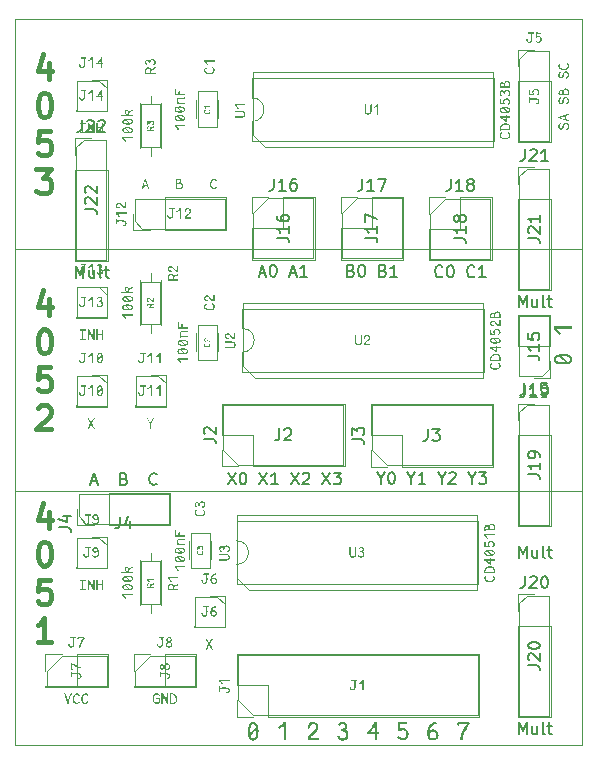
<source format=gto>
G04 #@! TF.GenerationSoftware,KiCad,Pcbnew,9.0.4*
G04 #@! TF.CreationDate,2025-09-25T20:50:39+02:00*
G04 #@! TF.ProjectId,switchboard,73776974-6368-4626-9f61-72642e6b6963,rev?*
G04 #@! TF.SameCoordinates,Original*
G04 #@! TF.FileFunction,Legend,Top*
G04 #@! TF.FilePolarity,Positive*
%FSLAX46Y46*%
G04 Gerber Fmt 4.6, Leading zero omitted, Abs format (unit mm)*
G04 Created by KiCad (PCBNEW 9.0.4) date 2025-09-25 20:50:39*
%MOMM*%
%LPD*%
G01*
G04 APERTURE LIST*
%ADD10C,0.100000*%
%ADD11C,0.400000*%
%ADD12C,0.150000*%
%ADD13C,0.090000*%
%ADD14C,0.108000*%
%ADD15C,0.120000*%
G04 APERTURE END LIST*
D10*
X68500000Y-101000000D02*
X116500000Y-101000000D01*
X116500000Y-122500000D01*
X68500000Y-122500000D01*
X68500000Y-101000000D01*
X68500000Y-61000000D02*
X116500000Y-61000000D01*
X116500000Y-80500000D01*
X68500000Y-80500000D01*
X68500000Y-61000000D01*
X68500000Y-80500000D02*
X116500000Y-80500000D01*
X116500000Y-101000000D01*
X68500000Y-101000000D01*
X68500000Y-80500000D01*
D11*
X71380952Y-64741272D02*
X71380952Y-66074606D01*
X70904761Y-63979368D02*
X70428571Y-65407939D01*
X70428571Y-65407939D02*
X71666666Y-65407939D01*
X70904761Y-67294494D02*
X71095238Y-67294494D01*
X71095238Y-67294494D02*
X71285714Y-67389732D01*
X71285714Y-67389732D02*
X71380952Y-67484970D01*
X71380952Y-67484970D02*
X71476190Y-67675446D01*
X71476190Y-67675446D02*
X71571428Y-68056398D01*
X71571428Y-68056398D02*
X71571428Y-68532589D01*
X71571428Y-68532589D02*
X71476190Y-68913541D01*
X71476190Y-68913541D02*
X71380952Y-69104017D01*
X71380952Y-69104017D02*
X71285714Y-69199256D01*
X71285714Y-69199256D02*
X71095238Y-69294494D01*
X71095238Y-69294494D02*
X70904761Y-69294494D01*
X70904761Y-69294494D02*
X70714285Y-69199256D01*
X70714285Y-69199256D02*
X70619047Y-69104017D01*
X70619047Y-69104017D02*
X70523809Y-68913541D01*
X70523809Y-68913541D02*
X70428571Y-68532589D01*
X70428571Y-68532589D02*
X70428571Y-68056398D01*
X70428571Y-68056398D02*
X70523809Y-67675446D01*
X70523809Y-67675446D02*
X70619047Y-67484970D01*
X70619047Y-67484970D02*
X70714285Y-67389732D01*
X70714285Y-67389732D02*
X70904761Y-67294494D01*
X71476190Y-70514382D02*
X70523809Y-70514382D01*
X70523809Y-70514382D02*
X70428571Y-71466763D01*
X70428571Y-71466763D02*
X70523809Y-71371524D01*
X70523809Y-71371524D02*
X70714285Y-71276286D01*
X70714285Y-71276286D02*
X71190476Y-71276286D01*
X71190476Y-71276286D02*
X71380952Y-71371524D01*
X71380952Y-71371524D02*
X71476190Y-71466763D01*
X71476190Y-71466763D02*
X71571428Y-71657239D01*
X71571428Y-71657239D02*
X71571428Y-72133429D01*
X71571428Y-72133429D02*
X71476190Y-72323905D01*
X71476190Y-72323905D02*
X71380952Y-72419144D01*
X71380952Y-72419144D02*
X71190476Y-72514382D01*
X71190476Y-72514382D02*
X70714285Y-72514382D01*
X70714285Y-72514382D02*
X70523809Y-72419144D01*
X70523809Y-72419144D02*
X70428571Y-72323905D01*
X70333333Y-73734270D02*
X71571428Y-73734270D01*
X71571428Y-73734270D02*
X70904761Y-74496174D01*
X70904761Y-74496174D02*
X71190476Y-74496174D01*
X71190476Y-74496174D02*
X71380952Y-74591412D01*
X71380952Y-74591412D02*
X71476190Y-74686651D01*
X71476190Y-74686651D02*
X71571428Y-74877127D01*
X71571428Y-74877127D02*
X71571428Y-75353317D01*
X71571428Y-75353317D02*
X71476190Y-75543793D01*
X71476190Y-75543793D02*
X71380952Y-75639032D01*
X71380952Y-75639032D02*
X71190476Y-75734270D01*
X71190476Y-75734270D02*
X70619047Y-75734270D01*
X70619047Y-75734270D02*
X70428571Y-75639032D01*
X70428571Y-75639032D02*
X70333333Y-75543793D01*
X71380952Y-102741272D02*
X71380952Y-104074606D01*
X70904761Y-101979368D02*
X70428571Y-103407939D01*
X70428571Y-103407939D02*
X71666666Y-103407939D01*
X70904761Y-105294494D02*
X71095238Y-105294494D01*
X71095238Y-105294494D02*
X71285714Y-105389732D01*
X71285714Y-105389732D02*
X71380952Y-105484970D01*
X71380952Y-105484970D02*
X71476190Y-105675446D01*
X71476190Y-105675446D02*
X71571428Y-106056398D01*
X71571428Y-106056398D02*
X71571428Y-106532589D01*
X71571428Y-106532589D02*
X71476190Y-106913541D01*
X71476190Y-106913541D02*
X71380952Y-107104017D01*
X71380952Y-107104017D02*
X71285714Y-107199256D01*
X71285714Y-107199256D02*
X71095238Y-107294494D01*
X71095238Y-107294494D02*
X70904761Y-107294494D01*
X70904761Y-107294494D02*
X70714285Y-107199256D01*
X70714285Y-107199256D02*
X70619047Y-107104017D01*
X70619047Y-107104017D02*
X70523809Y-106913541D01*
X70523809Y-106913541D02*
X70428571Y-106532589D01*
X70428571Y-106532589D02*
X70428571Y-106056398D01*
X70428571Y-106056398D02*
X70523809Y-105675446D01*
X70523809Y-105675446D02*
X70619047Y-105484970D01*
X70619047Y-105484970D02*
X70714285Y-105389732D01*
X70714285Y-105389732D02*
X70904761Y-105294494D01*
X71476190Y-108514382D02*
X70523809Y-108514382D01*
X70523809Y-108514382D02*
X70428571Y-109466763D01*
X70428571Y-109466763D02*
X70523809Y-109371524D01*
X70523809Y-109371524D02*
X70714285Y-109276286D01*
X70714285Y-109276286D02*
X71190476Y-109276286D01*
X71190476Y-109276286D02*
X71380952Y-109371524D01*
X71380952Y-109371524D02*
X71476190Y-109466763D01*
X71476190Y-109466763D02*
X71571428Y-109657239D01*
X71571428Y-109657239D02*
X71571428Y-110133429D01*
X71571428Y-110133429D02*
X71476190Y-110323905D01*
X71476190Y-110323905D02*
X71380952Y-110419144D01*
X71380952Y-110419144D02*
X71190476Y-110514382D01*
X71190476Y-110514382D02*
X70714285Y-110514382D01*
X70714285Y-110514382D02*
X70523809Y-110419144D01*
X70523809Y-110419144D02*
X70428571Y-110323905D01*
X71571428Y-113734270D02*
X70428571Y-113734270D01*
X70999999Y-113734270D02*
X70999999Y-111734270D01*
X70999999Y-111734270D02*
X70809523Y-112019984D01*
X70809523Y-112019984D02*
X70619047Y-112210460D01*
X70619047Y-112210460D02*
X70428571Y-112305698D01*
X71380952Y-84741272D02*
X71380952Y-86074606D01*
X70904761Y-83979368D02*
X70428571Y-85407939D01*
X70428571Y-85407939D02*
X71666666Y-85407939D01*
X70904761Y-87294494D02*
X71095238Y-87294494D01*
X71095238Y-87294494D02*
X71285714Y-87389732D01*
X71285714Y-87389732D02*
X71380952Y-87484970D01*
X71380952Y-87484970D02*
X71476190Y-87675446D01*
X71476190Y-87675446D02*
X71571428Y-88056398D01*
X71571428Y-88056398D02*
X71571428Y-88532589D01*
X71571428Y-88532589D02*
X71476190Y-88913541D01*
X71476190Y-88913541D02*
X71380952Y-89104017D01*
X71380952Y-89104017D02*
X71285714Y-89199256D01*
X71285714Y-89199256D02*
X71095238Y-89294494D01*
X71095238Y-89294494D02*
X70904761Y-89294494D01*
X70904761Y-89294494D02*
X70714285Y-89199256D01*
X70714285Y-89199256D02*
X70619047Y-89104017D01*
X70619047Y-89104017D02*
X70523809Y-88913541D01*
X70523809Y-88913541D02*
X70428571Y-88532589D01*
X70428571Y-88532589D02*
X70428571Y-88056398D01*
X70428571Y-88056398D02*
X70523809Y-87675446D01*
X70523809Y-87675446D02*
X70619047Y-87484970D01*
X70619047Y-87484970D02*
X70714285Y-87389732D01*
X70714285Y-87389732D02*
X70904761Y-87294494D01*
X71476190Y-90514382D02*
X70523809Y-90514382D01*
X70523809Y-90514382D02*
X70428571Y-91466763D01*
X70428571Y-91466763D02*
X70523809Y-91371524D01*
X70523809Y-91371524D02*
X70714285Y-91276286D01*
X70714285Y-91276286D02*
X71190476Y-91276286D01*
X71190476Y-91276286D02*
X71380952Y-91371524D01*
X71380952Y-91371524D02*
X71476190Y-91466763D01*
X71476190Y-91466763D02*
X71571428Y-91657239D01*
X71571428Y-91657239D02*
X71571428Y-92133429D01*
X71571428Y-92133429D02*
X71476190Y-92323905D01*
X71476190Y-92323905D02*
X71380952Y-92419144D01*
X71380952Y-92419144D02*
X71190476Y-92514382D01*
X71190476Y-92514382D02*
X70714285Y-92514382D01*
X70714285Y-92514382D02*
X70523809Y-92419144D01*
X70523809Y-92419144D02*
X70428571Y-92323905D01*
X70428571Y-93924746D02*
X70523809Y-93829508D01*
X70523809Y-93829508D02*
X70714285Y-93734270D01*
X70714285Y-93734270D02*
X71190476Y-93734270D01*
X71190476Y-93734270D02*
X71380952Y-93829508D01*
X71380952Y-93829508D02*
X71476190Y-93924746D01*
X71476190Y-93924746D02*
X71571428Y-94115222D01*
X71571428Y-94115222D02*
X71571428Y-94305698D01*
X71571428Y-94305698D02*
X71476190Y-94591412D01*
X71476190Y-94591412D02*
X70333333Y-95734270D01*
X70333333Y-95734270D02*
X71571428Y-95734270D01*
D12*
G36*
X83829331Y-102779978D02*
G01*
X83831321Y-102756053D01*
X83837433Y-102732958D01*
X83847189Y-102711951D01*
X83860997Y-102691780D01*
X83901862Y-102653863D01*
X83945530Y-102627570D01*
X83890148Y-102534575D01*
X83854518Y-102556500D01*
X83823054Y-102580441D01*
X83796510Y-102605485D01*
X83774011Y-102632104D01*
X83756055Y-102659361D01*
X83742027Y-102687804D01*
X83732140Y-102716680D01*
X83726117Y-102746410D01*
X83724002Y-102777963D01*
X83731372Y-102847902D01*
X83752928Y-102912990D01*
X83787750Y-102971640D01*
X83834033Y-103020974D01*
X83858702Y-103039791D01*
X83899223Y-103064341D01*
X83955185Y-103089942D01*
X84001276Y-103105432D01*
X84054706Y-103118226D01*
X84106526Y-103126095D01*
X84164025Y-103130258D01*
X84190994Y-103130710D01*
X84247169Y-103128754D01*
X84299580Y-103122874D01*
X84345415Y-103113786D01*
X84388187Y-103101223D01*
X84426395Y-103085921D01*
X84462004Y-103067407D01*
X84524857Y-103021585D01*
X84538979Y-103008345D01*
X84574949Y-102961202D01*
X84600570Y-102903729D01*
X84615449Y-102835439D01*
X84618907Y-102777963D01*
X84618907Y-102775887D01*
X84616992Y-102741225D01*
X84611397Y-102708496D01*
X84589695Y-102648103D01*
X84554347Y-102594161D01*
X84505241Y-102546854D01*
X84442283Y-102507340D01*
X84435054Y-102503800D01*
X84383091Y-102598872D01*
X84413982Y-102615163D01*
X84441387Y-102634629D01*
X84462171Y-102654446D01*
X84479787Y-102677114D01*
X84493110Y-102700914D01*
X84503300Y-102727513D01*
X84510076Y-102756544D01*
X84513458Y-102788590D01*
X84513639Y-102792984D01*
X84513639Y-102802570D01*
X84511379Y-102841037D01*
X84503377Y-102873795D01*
X84479070Y-102916021D01*
X84463752Y-102933790D01*
X84419638Y-102970280D01*
X84363140Y-102997315D01*
X84291134Y-103014928D01*
X84199172Y-103021970D01*
X84189590Y-103022022D01*
X84136171Y-103020171D01*
X84089050Y-103015023D01*
X84008527Y-102996140D01*
X83945368Y-102968410D01*
X83919579Y-102952291D01*
X83897021Y-102933609D01*
X83875879Y-102910558D01*
X83858655Y-102885651D01*
X83844592Y-102857482D01*
X83835500Y-102829879D01*
X83830306Y-102800027D01*
X83829331Y-102779978D01*
G37*
G36*
X84386632Y-102391693D02*
G01*
X84419607Y-102389758D01*
X84451005Y-102384028D01*
X84480255Y-102374754D01*
X84507544Y-102361998D01*
X84532376Y-102346079D01*
X84554885Y-102326972D01*
X84574720Y-102304971D01*
X84591871Y-102280039D01*
X84606117Y-102252336D01*
X84617297Y-102221917D01*
X84625238Y-102188754D01*
X84629693Y-102153061D01*
X84630631Y-102126445D01*
X84628707Y-102082203D01*
X84623056Y-102043101D01*
X84614485Y-102010537D01*
X84602918Y-101981710D01*
X84571868Y-101934205D01*
X84546550Y-101909069D01*
X84497542Y-101876892D01*
X84436344Y-101853912D01*
X84369237Y-101843704D01*
X84358606Y-101843490D01*
X84315864Y-101845500D01*
X84275687Y-101851757D01*
X84242608Y-101861031D01*
X84211724Y-101874077D01*
X84185308Y-101889627D01*
X84160919Y-101908752D01*
X84139381Y-101930758D01*
X84119873Y-101956419D01*
X84098121Y-101994554D01*
X84073008Y-101957159D01*
X84034466Y-101927242D01*
X83982228Y-101906425D01*
X83917367Y-101897576D01*
X83908893Y-101897467D01*
X83880301Y-101899376D01*
X83854325Y-101904922D01*
X83831030Y-101913776D01*
X83810204Y-101925693D01*
X83774763Y-101958843D01*
X83747565Y-102004982D01*
X83729822Y-102065021D01*
X83724002Y-102131940D01*
X83724002Y-102139451D01*
X83731124Y-102202407D01*
X83751204Y-102256855D01*
X83782758Y-102303455D01*
X83823488Y-102341278D01*
X83863860Y-102365724D01*
X83870486Y-102368490D01*
X83924708Y-102271403D01*
X83903747Y-102259646D01*
X83876940Y-102239340D01*
X83851090Y-102209340D01*
X83840650Y-102190345D01*
X83833001Y-102168497D01*
X83828599Y-102132612D01*
X83830531Y-102103078D01*
X83836238Y-102075847D01*
X83844959Y-102053086D01*
X83856809Y-102033921D01*
X83869724Y-102020637D01*
X83884897Y-102011225D01*
X83912313Y-102005484D01*
X83940892Y-102007433D01*
X83965044Y-102013266D01*
X83983211Y-102021695D01*
X83998627Y-102033157D01*
X84022795Y-102065433D01*
X84034434Y-102092312D01*
X84049826Y-102157991D01*
X84052264Y-102201672D01*
X84052264Y-102212602D01*
X84160280Y-102212602D01*
X84160826Y-102171566D01*
X84164646Y-102129964D01*
X84175015Y-102086953D01*
X84195207Y-102041693D01*
X84211186Y-102016960D01*
X84229025Y-101996786D01*
X84247593Y-101981684D01*
X84267985Y-101970060D01*
X84315880Y-101955965D01*
X84359949Y-101952849D01*
X84389039Y-101954780D01*
X84415736Y-101960481D01*
X84439062Y-101969415D01*
X84459884Y-101981600D01*
X84477707Y-101996557D01*
X84492869Y-102014394D01*
X84514749Y-102058428D01*
X84524413Y-102114230D01*
X84524691Y-102126445D01*
X84522782Y-102156526D01*
X84517238Y-102183610D01*
X84508548Y-102207158D01*
X84496889Y-102227690D01*
X84482667Y-102244982D01*
X84466032Y-102259178D01*
X84426099Y-102278128D01*
X84385900Y-102283676D01*
X84386632Y-102391693D01*
G37*
G36*
X82024002Y-107465829D02*
G01*
X82029879Y-107469168D01*
X82064442Y-107489848D01*
X82122233Y-107535076D01*
X82157507Y-107569383D01*
X82195789Y-107612812D01*
X82236147Y-107666358D01*
X82277648Y-107731016D01*
X82381207Y-107662017D01*
X82290962Y-107544865D01*
X82245875Y-107493427D01*
X82202476Y-107451477D01*
X82193323Y-107443909D01*
X82922815Y-107442565D01*
X82922815Y-107330458D01*
X82032245Y-107330458D01*
X82024002Y-107465829D01*
G37*
G36*
X82557862Y-106491215D02*
G01*
X82666107Y-106504353D01*
X82751195Y-106526383D01*
X82816137Y-106555665D01*
X82864243Y-106591280D01*
X82898179Y-106633398D01*
X82910277Y-106657234D01*
X82919221Y-106683441D01*
X82924808Y-106712362D01*
X82926723Y-106743909D01*
X82921301Y-106796359D01*
X82913124Y-106824404D01*
X82901544Y-106849996D01*
X82885635Y-106874791D01*
X82866385Y-106896996D01*
X82841248Y-106918910D01*
X82812700Y-106937890D01*
X82775904Y-106956420D01*
X82735711Y-106971483D01*
X82684387Y-106985226D01*
X82630221Y-106994848D01*
X82562464Y-107001582D01*
X82493986Y-107003661D01*
X82400660Y-107000142D01*
X82290551Y-106985370D01*
X82201980Y-106961384D01*
X82133973Y-106930373D01*
X82083843Y-106893688D01*
X82048916Y-106851566D01*
X82027596Y-106803018D01*
X82022008Y-106775615D01*
X82020094Y-106745985D01*
X82020164Y-106745313D01*
X82124691Y-106745313D01*
X82124878Y-106751880D01*
X82128088Y-106772314D01*
X82135039Y-106790774D01*
X82147073Y-106809464D01*
X82163076Y-106825878D01*
X82187641Y-106843223D01*
X82216715Y-106857588D01*
X82261024Y-106872577D01*
X82309807Y-106883390D01*
X82411032Y-106894952D01*
X82506320Y-106897721D01*
X82561977Y-106894660D01*
X82604262Y-106889538D01*
X82263115Y-106623619D01*
X82242370Y-106630212D01*
X82186898Y-106652795D01*
X82152257Y-106677456D01*
X82131994Y-106706987D01*
X82126581Y-106724877D01*
X82124691Y-106745313D01*
X82020164Y-106745313D01*
X82025316Y-106695509D01*
X82033429Y-106667803D01*
X82044973Y-106642519D01*
X82060965Y-106617878D01*
X82078122Y-106598340D01*
X82355561Y-106598340D01*
X82698845Y-106866274D01*
X82710845Y-106862839D01*
X82761747Y-106842444D01*
X82794862Y-106817577D01*
X82814858Y-106786072D01*
X82820294Y-106766445D01*
X82822187Y-106743909D01*
X82821021Y-106726663D01*
X82816084Y-106706032D01*
X82807559Y-106687655D01*
X82793895Y-106669336D01*
X82776433Y-106653570D01*
X82750109Y-106637249D01*
X82719463Y-106624212D01*
X82656685Y-106607953D01*
X82587734Y-106598918D01*
X82450816Y-106594188D01*
X82355561Y-106598340D01*
X82078122Y-106598340D01*
X82080338Y-106595816D01*
X82105844Y-106573888D01*
X82134806Y-106554910D01*
X82172475Y-106536222D01*
X82213547Y-106521058D01*
X82266610Y-106507059D01*
X82322331Y-106497299D01*
X82393194Y-106490356D01*
X82463822Y-106488247D01*
X82557862Y-106491215D01*
G37*
G36*
X82557862Y-105767279D02*
G01*
X82666107Y-105780418D01*
X82751195Y-105802447D01*
X82816137Y-105831730D01*
X82864243Y-105867344D01*
X82898179Y-105909463D01*
X82910277Y-105933298D01*
X82919221Y-105959506D01*
X82924808Y-105988426D01*
X82926723Y-106019973D01*
X82921301Y-106072423D01*
X82913124Y-106100468D01*
X82901544Y-106126060D01*
X82885635Y-106150855D01*
X82866385Y-106173060D01*
X82841248Y-106194974D01*
X82812700Y-106213954D01*
X82775904Y-106232485D01*
X82735711Y-106247547D01*
X82684387Y-106261290D01*
X82630221Y-106270912D01*
X82562464Y-106277647D01*
X82493986Y-106279725D01*
X82400660Y-106276206D01*
X82290551Y-106261434D01*
X82201980Y-106237449D01*
X82133973Y-106206437D01*
X82083843Y-106169752D01*
X82048916Y-106127631D01*
X82027596Y-106079082D01*
X82022008Y-106051679D01*
X82020094Y-106022049D01*
X82020164Y-106021377D01*
X82124691Y-106021377D01*
X82124878Y-106027944D01*
X82128088Y-106048379D01*
X82135039Y-106066839D01*
X82147073Y-106085528D01*
X82163076Y-106101943D01*
X82187641Y-106119287D01*
X82216715Y-106133652D01*
X82261024Y-106148641D01*
X82309807Y-106159454D01*
X82411032Y-106171016D01*
X82506320Y-106173785D01*
X82561977Y-106170724D01*
X82604262Y-106165603D01*
X82263115Y-105899683D01*
X82242370Y-105906276D01*
X82186898Y-105928860D01*
X82152257Y-105953521D01*
X82131994Y-105983052D01*
X82126581Y-106000941D01*
X82124691Y-106021377D01*
X82020164Y-106021377D01*
X82025316Y-105971574D01*
X82033429Y-105943867D01*
X82044973Y-105918583D01*
X82060965Y-105893942D01*
X82078122Y-105874404D01*
X82355561Y-105874404D01*
X82698845Y-106142339D01*
X82710845Y-106138903D01*
X82761747Y-106118509D01*
X82794862Y-106093641D01*
X82814858Y-106062136D01*
X82820294Y-106042509D01*
X82822187Y-106019973D01*
X82821021Y-106002727D01*
X82816084Y-105982097D01*
X82807559Y-105963719D01*
X82793895Y-105945400D01*
X82776433Y-105929634D01*
X82750109Y-105913313D01*
X82719463Y-105900276D01*
X82656685Y-105884017D01*
X82587734Y-105874982D01*
X82450816Y-105870252D01*
X82355561Y-105874404D01*
X82078122Y-105874404D01*
X82080338Y-105871881D01*
X82105844Y-105849952D01*
X82134806Y-105830975D01*
X82172475Y-105812286D01*
X82213547Y-105797122D01*
X82266610Y-105783123D01*
X82322331Y-105773364D01*
X82393194Y-105766420D01*
X82463822Y-105764312D01*
X82557862Y-105767279D01*
G37*
G36*
X82281006Y-105448506D02*
G01*
X82212978Y-105465463D01*
X82203764Y-105469022D01*
X82229043Y-105578382D01*
X82234258Y-105577047D01*
X82311646Y-105561015D01*
X82432681Y-105556522D01*
X82915000Y-105556522D01*
X82914328Y-105448506D01*
X82395068Y-105448506D01*
X82339545Y-105325676D01*
X82324182Y-105279817D01*
X82318133Y-105242917D01*
X82318070Y-105239312D01*
X82320051Y-105214888D01*
X82326104Y-105189370D01*
X82335570Y-105166845D01*
X82348859Y-105147710D01*
X82361749Y-105136626D01*
X82377034Y-105129733D01*
X82391221Y-105127876D01*
X82774865Y-105127876D01*
X82800179Y-105125991D01*
X82822487Y-105120613D01*
X82859841Y-105100614D01*
X82891357Y-105067626D01*
X82921331Y-105016965D01*
X82927334Y-105004839D01*
X82850764Y-104947441D01*
X82846949Y-104954608D01*
X82832982Y-104979686D01*
X82817333Y-105000462D01*
X82797265Y-105014625D01*
X82770041Y-105019859D01*
X82370033Y-105019859D01*
X82328600Y-105027170D01*
X82291735Y-105048507D01*
X82259147Y-105084381D01*
X82232847Y-105135011D01*
X82217432Y-105195690D01*
X82215488Y-105224291D01*
X82217474Y-105264146D01*
X82223562Y-105302851D01*
X82247704Y-105379187D01*
X82280457Y-105448506D01*
X82281006Y-105448506D01*
G37*
G36*
X82915000Y-104719746D02*
G01*
X82713892Y-104721287D01*
X82460769Y-104723165D01*
X82458754Y-104514032D01*
X82466082Y-104433191D01*
X82468279Y-104423113D01*
X82369178Y-104398506D01*
X82365758Y-104410779D01*
X82365512Y-104412042D01*
X82360280Y-104444340D01*
X82356172Y-104511956D01*
X82357217Y-104618497D01*
X82358248Y-104723165D01*
X82133911Y-104723165D01*
X82133288Y-104616260D01*
X82132506Y-104438806D01*
X82132506Y-104390934D01*
X82134783Y-104346479D01*
X82139802Y-104318657D01*
X82151095Y-104292243D01*
X82151680Y-104291161D01*
X82051845Y-104252876D01*
X82040580Y-104280835D01*
X82031972Y-104318176D01*
X82027909Y-104361564D01*
X82027909Y-104829839D01*
X82912313Y-104829839D01*
X82915000Y-104719746D01*
G37*
D13*
G36*
X83977599Y-106195986D02*
G01*
X83978792Y-106181632D01*
X83982460Y-106167775D01*
X83988313Y-106155171D01*
X83996598Y-106143068D01*
X84021117Y-106120318D01*
X84047318Y-106104542D01*
X84014088Y-106048745D01*
X83992711Y-106061900D01*
X83973832Y-106076265D01*
X83957906Y-106091291D01*
X83944407Y-106107262D01*
X83933633Y-106123616D01*
X83925216Y-106140682D01*
X83919284Y-106158008D01*
X83915670Y-106175846D01*
X83914401Y-106194777D01*
X83918823Y-106236741D01*
X83931756Y-106275794D01*
X83952650Y-106310984D01*
X83980420Y-106340584D01*
X83995221Y-106351874D01*
X84019533Y-106366604D01*
X84053111Y-106381965D01*
X84080765Y-106391259D01*
X84112824Y-106398936D01*
X84143916Y-106403657D01*
X84178415Y-106406154D01*
X84194596Y-106406426D01*
X84228301Y-106405252D01*
X84259748Y-106401724D01*
X84287249Y-106396271D01*
X84312912Y-106388734D01*
X84335837Y-106379552D01*
X84357202Y-106368444D01*
X84394914Y-106340951D01*
X84403387Y-106333007D01*
X84424969Y-106304721D01*
X84440342Y-106270237D01*
X84449269Y-106229263D01*
X84451344Y-106194777D01*
X84451344Y-106193532D01*
X84450195Y-106172735D01*
X84446838Y-106153097D01*
X84433817Y-106116862D01*
X84412608Y-106084496D01*
X84383144Y-106056112D01*
X84345369Y-106032404D01*
X84341032Y-106030280D01*
X84309854Y-106087323D01*
X84328389Y-106097098D01*
X84344832Y-106108777D01*
X84357302Y-106120667D01*
X84367872Y-106134268D01*
X84375866Y-106148548D01*
X84381980Y-106164507D01*
X84386046Y-106181926D01*
X84388075Y-106201154D01*
X84388183Y-106203790D01*
X84388183Y-106209542D01*
X84386827Y-106232622D01*
X84382026Y-106252277D01*
X84367442Y-106277613D01*
X84358251Y-106288274D01*
X84331782Y-106310168D01*
X84297884Y-106326389D01*
X84254680Y-106336957D01*
X84199503Y-106341182D01*
X84193754Y-106341213D01*
X84161702Y-106340102D01*
X84133430Y-106337014D01*
X84085116Y-106325684D01*
X84047220Y-106309046D01*
X84031747Y-106299374D01*
X84018212Y-106288165D01*
X84005527Y-106274334D01*
X83995193Y-106259390D01*
X83986755Y-106242489D01*
X83981300Y-106225927D01*
X83978183Y-106208016D01*
X83977599Y-106195986D01*
G37*
G36*
X84311979Y-105963015D02*
G01*
X84331764Y-105961854D01*
X84350603Y-105958416D01*
X84368153Y-105952852D01*
X84384526Y-105945198D01*
X84399425Y-105935647D01*
X84412931Y-105924183D01*
X84424832Y-105910983D01*
X84435123Y-105896023D01*
X84443670Y-105879401D01*
X84450378Y-105861150D01*
X84455142Y-105841252D01*
X84457816Y-105819836D01*
X84458378Y-105803867D01*
X84457224Y-105777321D01*
X84453834Y-105753860D01*
X84448691Y-105734322D01*
X84441751Y-105717026D01*
X84423120Y-105688523D01*
X84407930Y-105673441D01*
X84378525Y-105654135D01*
X84341806Y-105640347D01*
X84301542Y-105634222D01*
X84295163Y-105634094D01*
X84269518Y-105635300D01*
X84245412Y-105639054D01*
X84225564Y-105644618D01*
X84207034Y-105652446D01*
X84191185Y-105661776D01*
X84176551Y-105673251D01*
X84163629Y-105686455D01*
X84151923Y-105701851D01*
X84138872Y-105724732D01*
X84123805Y-105702295D01*
X84100679Y-105684345D01*
X84069336Y-105671855D01*
X84030420Y-105666546D01*
X84025336Y-105666480D01*
X84008180Y-105667625D01*
X83992595Y-105670953D01*
X83978618Y-105676266D01*
X83966122Y-105683416D01*
X83944857Y-105703306D01*
X83928539Y-105730989D01*
X83917893Y-105767012D01*
X83914401Y-105807164D01*
X83914401Y-105811670D01*
X83918674Y-105849444D01*
X83930722Y-105882113D01*
X83949654Y-105910073D01*
X83974093Y-105932767D01*
X83998316Y-105947434D01*
X84002292Y-105949094D01*
X84034825Y-105890842D01*
X84022248Y-105883787D01*
X84006164Y-105871604D01*
X83990654Y-105853604D01*
X83984390Y-105842207D01*
X83979800Y-105829098D01*
X83977159Y-105807567D01*
X83978318Y-105789847D01*
X83981743Y-105773508D01*
X83986975Y-105759851D01*
X83994085Y-105748353D01*
X84001834Y-105740382D01*
X84010938Y-105734735D01*
X84027387Y-105731290D01*
X84044535Y-105732460D01*
X84059026Y-105735959D01*
X84069926Y-105741017D01*
X84079176Y-105747894D01*
X84093677Y-105767259D01*
X84100660Y-105783387D01*
X84109896Y-105822795D01*
X84111358Y-105849003D01*
X84111358Y-105855561D01*
X84176168Y-105855561D01*
X84176495Y-105830939D01*
X84178788Y-105805978D01*
X84185009Y-105780172D01*
X84197124Y-105753015D01*
X84206711Y-105738176D01*
X84217415Y-105726072D01*
X84228556Y-105717010D01*
X84240791Y-105710036D01*
X84269528Y-105701579D01*
X84295969Y-105699709D01*
X84313423Y-105700868D01*
X84329441Y-105704288D01*
X84343437Y-105709649D01*
X84355930Y-105716960D01*
X84366624Y-105725934D01*
X84375721Y-105736636D01*
X84388849Y-105763056D01*
X84394647Y-105796538D01*
X84394814Y-105803867D01*
X84393669Y-105821915D01*
X84390343Y-105838166D01*
X84385129Y-105852295D01*
X84378133Y-105864614D01*
X84369600Y-105874989D01*
X84359619Y-105883507D01*
X84335659Y-105894877D01*
X84311540Y-105898206D01*
X84311979Y-105963015D01*
G37*
D12*
G36*
X86288201Y-88402828D02*
G01*
X86344690Y-88409820D01*
X86405804Y-88411682D01*
X86580005Y-88409766D01*
X86705978Y-88408263D01*
X86824133Y-88411004D01*
X86930726Y-88422378D01*
X86972484Y-88432010D01*
X87006939Y-88445056D01*
X87032165Y-88461630D01*
X87053463Y-88485127D01*
X87069331Y-88510416D01*
X87084851Y-88559980D01*
X87089623Y-88606527D01*
X87087643Y-88637406D01*
X87081599Y-88665205D01*
X87072675Y-88687378D01*
X87060299Y-88707153D01*
X87026622Y-88738358D01*
X86977567Y-88761532D01*
X86906924Y-88776591D01*
X86885863Y-88778779D01*
X86688210Y-88783603D01*
X86295711Y-88778108D01*
X86295711Y-88886124D01*
X86653344Y-88892291D01*
X86880368Y-88887467D01*
X86939810Y-88881741D01*
X86993478Y-88871838D01*
X87032320Y-88860434D01*
X87067207Y-88845624D01*
X87094295Y-88829702D01*
X87118241Y-88810747D01*
X87137562Y-88790306D01*
X87154080Y-88766920D01*
X87178161Y-88711789D01*
X87191043Y-88641119D01*
X87192815Y-88597612D01*
X87188737Y-88547541D01*
X87179588Y-88500918D01*
X87168743Y-88468597D01*
X87153859Y-88438327D01*
X87136933Y-88413349D01*
X87116081Y-88390064D01*
X87104644Y-88379564D01*
X87056547Y-88347622D01*
X86993406Y-88323871D01*
X86909333Y-88308214D01*
X86792795Y-88300975D01*
X86705978Y-88300246D01*
X86666350Y-88300246D01*
X86552791Y-88300878D01*
X86404399Y-88301651D01*
X86352284Y-88300880D01*
X86297055Y-88295484D01*
X86288201Y-88402828D01*
G37*
G36*
X86600832Y-88004285D02*
G01*
X86581872Y-88009720D01*
X86557784Y-88013139D01*
X86524750Y-88011215D01*
X86495851Y-88005565D01*
X86472539Y-87997099D01*
X86452653Y-87985698D01*
X86436649Y-87972066D01*
X86423680Y-87955975D01*
X86406324Y-87916065D01*
X86400675Y-87867570D01*
X86402572Y-87841210D01*
X86408037Y-87817962D01*
X86416609Y-87797940D01*
X86428004Y-87780738D01*
X86459172Y-87753612D01*
X86501905Y-87736170D01*
X86553693Y-87730123D01*
X86594977Y-87737746D01*
X86648818Y-87764157D01*
X86677133Y-87784720D01*
X86704371Y-87809662D01*
X86707444Y-87812860D01*
X86784045Y-87903104D01*
X86871392Y-88006972D01*
X86906953Y-88042203D01*
X86941105Y-88070292D01*
X86971633Y-88090374D01*
X87001989Y-88105707D01*
X87064710Y-88124575D01*
X87120092Y-88128666D01*
X87154111Y-88127970D01*
X87185000Y-88127322D01*
X87185000Y-87608490D01*
X87079059Y-87608490D01*
X87080464Y-88008376D01*
X87041071Y-87997462D01*
X87014455Y-87983466D01*
X86985495Y-87962938D01*
X86959502Y-87939317D01*
X86861841Y-87828885D01*
X86774366Y-87730123D01*
X86733506Y-87694820D01*
X86687733Y-87663075D01*
X86653512Y-87644972D01*
X86617428Y-87631308D01*
X86586563Y-87624196D01*
X86554687Y-87621448D01*
X86552349Y-87621435D01*
X86508702Y-87623380D01*
X86469285Y-87629184D01*
X86436556Y-87637937D01*
X86407341Y-87649904D01*
X86382932Y-87664124D01*
X86361572Y-87681142D01*
X86328414Y-87722462D01*
X86306123Y-87775435D01*
X86294954Y-87843226D01*
X86294002Y-87873005D01*
X86295942Y-87907743D01*
X86301709Y-87941101D01*
X86311030Y-87972207D01*
X86323893Y-88001296D01*
X86339666Y-88027243D01*
X86358622Y-88050671D01*
X86379847Y-88070587D01*
X86403903Y-88087601D01*
X86429882Y-88101070D01*
X86458408Y-88111298D01*
X86488878Y-88117949D01*
X86521700Y-88120985D01*
X86531833Y-88121155D01*
X86539886Y-88120834D01*
X86548930Y-88120484D01*
X86609988Y-88111023D01*
X86625439Y-88106806D01*
X86600832Y-88004285D01*
G37*
G36*
X108839331Y-90354818D02*
G01*
X108841321Y-90330893D01*
X108847433Y-90307798D01*
X108857189Y-90286791D01*
X108870997Y-90266620D01*
X108911862Y-90228703D01*
X108955530Y-90202410D01*
X108900148Y-90109415D01*
X108864518Y-90131340D01*
X108833054Y-90155281D01*
X108806510Y-90180325D01*
X108784011Y-90206944D01*
X108766055Y-90234201D01*
X108752027Y-90262644D01*
X108742140Y-90291520D01*
X108736117Y-90321250D01*
X108734002Y-90352803D01*
X108741372Y-90422742D01*
X108762928Y-90487830D01*
X108797750Y-90546480D01*
X108844033Y-90595814D01*
X108868702Y-90614631D01*
X108909223Y-90639181D01*
X108965185Y-90664782D01*
X109011276Y-90680272D01*
X109064706Y-90693066D01*
X109116526Y-90700935D01*
X109174025Y-90705098D01*
X109200994Y-90705550D01*
X109257169Y-90703594D01*
X109309580Y-90697714D01*
X109355415Y-90688626D01*
X109398187Y-90676063D01*
X109436395Y-90660761D01*
X109472004Y-90642247D01*
X109534857Y-90596425D01*
X109548979Y-90583185D01*
X109584949Y-90536042D01*
X109610570Y-90478569D01*
X109625449Y-90410279D01*
X109628907Y-90352803D01*
X109628907Y-90350727D01*
X109626992Y-90316065D01*
X109621397Y-90283336D01*
X109599695Y-90222943D01*
X109564347Y-90169001D01*
X109515241Y-90121694D01*
X109452283Y-90082180D01*
X109445054Y-90078640D01*
X109393091Y-90173712D01*
X109423982Y-90190003D01*
X109451387Y-90209469D01*
X109472171Y-90229286D01*
X109489787Y-90251954D01*
X109503110Y-90275754D01*
X109513300Y-90302353D01*
X109520076Y-90331384D01*
X109523458Y-90363430D01*
X109523639Y-90367824D01*
X109523639Y-90377410D01*
X109521379Y-90415877D01*
X109513377Y-90448635D01*
X109489070Y-90490861D01*
X109473752Y-90508630D01*
X109429638Y-90545120D01*
X109373140Y-90572155D01*
X109301134Y-90589768D01*
X109209172Y-90596810D01*
X109199590Y-90596862D01*
X109146171Y-90595011D01*
X109099050Y-90589863D01*
X109018527Y-90570980D01*
X108955368Y-90543250D01*
X108929579Y-90527131D01*
X108907021Y-90508449D01*
X108885879Y-90485398D01*
X108868655Y-90460491D01*
X108854592Y-90432322D01*
X108845500Y-90404719D01*
X108840306Y-90374867D01*
X108839331Y-90354818D01*
G37*
G36*
X109257367Y-89357781D02*
G01*
X109316433Y-89362435D01*
X109374345Y-89371801D01*
X109421048Y-89384132D01*
X109456198Y-89397763D01*
X109487970Y-89414198D01*
X109516924Y-89433594D01*
X109542459Y-89455412D01*
X109565288Y-89480226D01*
X109584567Y-89507089D01*
X109600922Y-89536942D01*
X109613539Y-89568413D01*
X109622756Y-89602531D01*
X109628053Y-89637721D01*
X109632815Y-89747813D01*
X109630706Y-89844213D01*
X109628053Y-89974043D01*
X109546088Y-89972198D01*
X109540553Y-89972028D01*
X109456182Y-89971181D01*
X109022025Y-89967937D01*
X108971345Y-89967937D01*
X108884538Y-89968917D01*
X108742916Y-89976791D01*
X108742095Y-89968530D01*
X108740924Y-89956738D01*
X108735844Y-89895623D01*
X108734319Y-89835488D01*
X108837873Y-89835488D01*
X108839331Y-89859921D01*
X108898194Y-89859249D01*
X108962760Y-89859573D01*
X109033627Y-89859921D01*
X109527547Y-89862668D01*
X109529623Y-89730716D01*
X109524587Y-89647416D01*
X109510285Y-89592150D01*
X109485682Y-89549108D01*
X109468510Y-89530521D01*
X109447521Y-89513746D01*
X109420962Y-89498135D01*
X109389366Y-89484642D01*
X109340161Y-89473133D01*
X109261444Y-89466140D01*
X109208713Y-89468034D01*
X109108261Y-89482360D01*
X109028652Y-89506411D01*
X108973421Y-89535200D01*
X108942005Y-89558579D01*
X108896630Y-89602852D01*
X108865649Y-89652361D01*
X108854127Y-89682406D01*
X108845637Y-89716445D01*
X108839868Y-89759310D01*
X108837927Y-89808630D01*
X108837927Y-89829146D01*
X108837873Y-89835488D01*
X108734319Y-89835488D01*
X108734002Y-89822979D01*
X108734128Y-89807769D01*
X108742384Y-89709686D01*
X108762478Y-89630933D01*
X108776996Y-89596366D01*
X108794622Y-89564362D01*
X108816412Y-89533397D01*
X108841728Y-89504642D01*
X108874156Y-89474855D01*
X108911139Y-89447028D01*
X108950755Y-89423357D01*
X108992213Y-89403962D01*
X109036679Y-89387783D01*
X109084879Y-89374631D01*
X109135021Y-89365111D01*
X109237508Y-89357452D01*
X109257367Y-89357781D01*
G37*
G36*
X109339541Y-88775727D02*
G01*
X109625000Y-88775727D01*
X109625000Y-88882339D01*
X109341556Y-88882339D01*
X109341556Y-89201625D01*
X109252712Y-89242597D01*
X109218828Y-89215514D01*
X109143399Y-89154951D01*
X108971391Y-89023580D01*
X108848695Y-88940371D01*
X108774317Y-88900010D01*
X108734002Y-88887162D01*
X108734002Y-88882339D01*
X108948813Y-88882339D01*
X108978666Y-88900344D01*
X109051980Y-88950445D01*
X109127310Y-89007848D01*
X109234211Y-89099715D01*
X109234211Y-88882339D01*
X108948813Y-88882339D01*
X108734002Y-88882339D01*
X108734002Y-88775727D01*
X109234211Y-88775727D01*
X109234211Y-88688227D01*
X109339541Y-88688227D01*
X109339541Y-88775727D01*
G37*
G36*
X109267862Y-87982279D02*
G01*
X109376107Y-87995418D01*
X109461195Y-88017447D01*
X109526137Y-88046730D01*
X109574243Y-88082344D01*
X109608179Y-88124463D01*
X109620277Y-88148298D01*
X109629221Y-88174506D01*
X109634808Y-88203427D01*
X109636723Y-88234973D01*
X109631301Y-88287424D01*
X109623124Y-88315469D01*
X109611544Y-88341060D01*
X109595635Y-88365855D01*
X109576385Y-88388060D01*
X109551248Y-88409974D01*
X109522700Y-88428954D01*
X109485904Y-88447485D01*
X109445711Y-88462548D01*
X109394387Y-88476290D01*
X109340221Y-88485912D01*
X109272464Y-88492647D01*
X109203986Y-88494725D01*
X109110660Y-88491206D01*
X109000551Y-88476434D01*
X108911980Y-88452449D01*
X108843973Y-88421437D01*
X108793843Y-88384752D01*
X108758916Y-88342631D01*
X108737596Y-88294083D01*
X108732008Y-88266679D01*
X108730094Y-88237049D01*
X108730164Y-88236377D01*
X108834691Y-88236377D01*
X108834878Y-88242944D01*
X108838088Y-88263379D01*
X108845039Y-88281839D01*
X108857073Y-88300528D01*
X108873076Y-88316943D01*
X108897641Y-88334287D01*
X108926715Y-88348652D01*
X108971024Y-88363641D01*
X109019807Y-88374454D01*
X109121032Y-88386017D01*
X109216320Y-88388785D01*
X109271977Y-88385724D01*
X109314262Y-88380603D01*
X108973115Y-88114683D01*
X108952370Y-88121277D01*
X108896898Y-88143860D01*
X108862257Y-88168521D01*
X108841994Y-88198052D01*
X108836581Y-88215941D01*
X108834691Y-88236377D01*
X108730164Y-88236377D01*
X108735316Y-88186574D01*
X108743429Y-88158867D01*
X108754973Y-88133583D01*
X108770965Y-88108942D01*
X108788122Y-88089404D01*
X109065561Y-88089404D01*
X109408845Y-88357339D01*
X109420845Y-88353904D01*
X109471747Y-88333509D01*
X109504862Y-88308641D01*
X109524858Y-88277136D01*
X109530294Y-88257509D01*
X109532187Y-88234973D01*
X109531021Y-88217727D01*
X109526084Y-88197097D01*
X109517559Y-88178720D01*
X109503895Y-88160400D01*
X109486433Y-88144635D01*
X109460109Y-88128313D01*
X109429463Y-88115276D01*
X109366685Y-88099018D01*
X109297734Y-88089982D01*
X109160816Y-88085252D01*
X109065561Y-88089404D01*
X108788122Y-88089404D01*
X108790338Y-88086881D01*
X108815844Y-88064952D01*
X108844806Y-88045975D01*
X108882475Y-88027286D01*
X108923547Y-88012122D01*
X108976610Y-87998124D01*
X109032331Y-87988364D01*
X109103194Y-87981420D01*
X109173822Y-87979312D01*
X109267862Y-87982279D01*
G37*
G36*
X109124790Y-87516533D02*
G01*
X109127093Y-87485379D01*
X109135399Y-87451854D01*
X109142559Y-87434467D01*
X109154989Y-87412371D01*
X109171122Y-87392935D01*
X109188752Y-87378283D01*
X109209948Y-87366132D01*
X109262819Y-87350411D01*
X109317864Y-87346295D01*
X109355046Y-87348235D01*
X109388655Y-87353995D01*
X109416727Y-87362741D01*
X109441538Y-87374670D01*
X109461946Y-87388821D01*
X109479311Y-87405696D01*
X109504235Y-87446322D01*
X109516951Y-87497642D01*
X109518387Y-87524715D01*
X109516499Y-87548957D01*
X109511093Y-87571247D01*
X109490012Y-87612318D01*
X109454151Y-87650555D01*
X109405853Y-87684694D01*
X109465875Y-87775613D01*
X109501468Y-87751826D01*
X109535392Y-87723435D01*
X109561184Y-87696258D01*
X109583813Y-87665775D01*
X109600101Y-87636765D01*
X109612768Y-87605214D01*
X109620605Y-87574529D01*
X109624583Y-87541719D01*
X109625000Y-87526791D01*
X109625000Y-87525387D01*
X109622729Y-87486792D01*
X109616560Y-87450029D01*
X109607002Y-87416794D01*
X109593867Y-87385690D01*
X109577918Y-87358082D01*
X109558677Y-87332831D01*
X109536887Y-87310794D01*
X109512002Y-87291333D01*
X109484443Y-87274845D01*
X109453873Y-87261203D01*
X109420201Y-87250554D01*
X109383499Y-87243108D01*
X109316460Y-87238279D01*
X109243321Y-87245624D01*
X109177955Y-87266715D01*
X109121158Y-87300220D01*
X109074756Y-87344334D01*
X109046205Y-87386657D01*
X109025155Y-87445940D01*
X109016970Y-87509072D01*
X109016835Y-87518548D01*
X109023728Y-87575279D01*
X109043589Y-87628614D01*
X109053715Y-87647081D01*
X108852398Y-87631388D01*
X108852398Y-87318269D01*
X108747130Y-87318269D01*
X108745725Y-87727742D01*
X109161671Y-87759188D01*
X109198490Y-87673031D01*
X109196173Y-87670757D01*
X109178336Y-87652050D01*
X109154540Y-87619601D01*
X109133716Y-87574173D01*
X109127208Y-87546832D01*
X109124790Y-87516533D01*
G37*
G36*
X109040832Y-86918382D02*
G01*
X109021872Y-86923816D01*
X108997784Y-86927236D01*
X108964750Y-86925312D01*
X108935851Y-86919662D01*
X108912539Y-86911196D01*
X108892653Y-86899795D01*
X108876649Y-86886163D01*
X108863680Y-86870072D01*
X108846324Y-86830162D01*
X108840675Y-86781667D01*
X108842572Y-86755307D01*
X108848037Y-86732059D01*
X108856609Y-86712037D01*
X108868004Y-86694835D01*
X108899172Y-86667709D01*
X108941905Y-86650267D01*
X108993693Y-86644219D01*
X109034977Y-86651842D01*
X109088818Y-86678254D01*
X109117133Y-86698817D01*
X109144371Y-86723759D01*
X109147444Y-86726957D01*
X109224045Y-86817201D01*
X109311392Y-86921069D01*
X109346953Y-86956300D01*
X109381105Y-86984388D01*
X109411633Y-87004471D01*
X109441989Y-87019804D01*
X109504710Y-87038672D01*
X109560092Y-87042763D01*
X109594111Y-87042067D01*
X109625000Y-87041419D01*
X109625000Y-86522586D01*
X109519059Y-86522586D01*
X109520464Y-86922473D01*
X109481071Y-86911558D01*
X109454455Y-86897563D01*
X109425495Y-86877035D01*
X109399502Y-86853413D01*
X109301841Y-86742981D01*
X109214366Y-86644219D01*
X109173506Y-86608917D01*
X109127733Y-86577172D01*
X109093512Y-86559069D01*
X109057428Y-86545405D01*
X109026563Y-86538293D01*
X108994687Y-86535544D01*
X108992349Y-86535531D01*
X108948702Y-86537477D01*
X108909285Y-86543280D01*
X108876556Y-86552034D01*
X108847341Y-86564001D01*
X108822932Y-86578221D01*
X108801572Y-86595239D01*
X108768414Y-86636559D01*
X108746123Y-86689532D01*
X108734954Y-86757322D01*
X108734002Y-86787101D01*
X108735942Y-86821840D01*
X108741709Y-86855198D01*
X108751030Y-86886303D01*
X108763893Y-86915393D01*
X108779666Y-86941340D01*
X108798622Y-86964768D01*
X108819847Y-86984684D01*
X108843903Y-87001698D01*
X108869882Y-87015167D01*
X108898408Y-87025395D01*
X108928878Y-87032046D01*
X108961700Y-87035082D01*
X108971833Y-87035252D01*
X108979886Y-87034931D01*
X108988930Y-87034581D01*
X109049988Y-87025120D01*
X109065439Y-87020903D01*
X109040832Y-86918382D01*
G37*
G36*
X109418261Y-85762025D02*
G01*
X109451373Y-85770497D01*
X109481938Y-85782357D01*
X109510549Y-85797732D01*
X109536250Y-85816019D01*
X109559369Y-85837347D01*
X109579215Y-85861009D01*
X109595775Y-85886849D01*
X109608766Y-85914335D01*
X109623473Y-85972246D01*
X109628907Y-86053579D01*
X109626433Y-86138758D01*
X109623473Y-86247081D01*
X109623473Y-86340015D01*
X109447974Y-86337814D01*
X109063119Y-86333909D01*
X108948703Y-86334651D01*
X108747496Y-86342091D01*
X108744096Y-86301683D01*
X108743473Y-86294734D01*
X108737909Y-86175945D01*
X108737909Y-86163672D01*
X108738107Y-86156161D01*
X108839820Y-86156161D01*
X108839820Y-86167763D01*
X108842773Y-86221313D01*
X108843239Y-86225892D01*
X108930617Y-86223145D01*
X109000104Y-86223791D01*
X109076796Y-86224488D01*
X109076243Y-86189821D01*
X109075161Y-86142366D01*
X109067737Y-86086674D01*
X109062810Y-86072752D01*
X109182065Y-86072752D01*
X109182637Y-86122151D01*
X109183408Y-86195790D01*
X109183408Y-86225892D01*
X109368988Y-86227310D01*
X109520952Y-86228579D01*
X109523657Y-86137871D01*
X109525715Y-86076172D01*
X109520952Y-86000945D01*
X109512246Y-85967002D01*
X109501625Y-85945595D01*
X109487418Y-85925837D01*
X109449668Y-85893282D01*
X109401772Y-85872324D01*
X109374927Y-85866860D01*
X109346013Y-85864963D01*
X109312303Y-85867460D01*
X109290089Y-85872918D01*
X109270494Y-85881602D01*
X109249657Y-85896386D01*
X109230608Y-85916193D01*
X109224342Y-85923963D01*
X109208050Y-85947915D01*
X109196471Y-85971647D01*
X109184843Y-86018326D01*
X109182065Y-86072752D01*
X109062810Y-86072752D01*
X109057884Y-86058833D01*
X109041992Y-86028972D01*
X109036328Y-86021910D01*
X109021505Y-86011428D01*
X109001344Y-86003204D01*
X108953148Y-85996182D01*
X108947714Y-85996182D01*
X108933621Y-85996968D01*
X108914225Y-86001098D01*
X108897282Y-86008582D01*
X108881607Y-86020224D01*
X108868602Y-86035285D01*
X108856655Y-86056829D01*
X108848025Y-86082244D01*
X108841822Y-86117101D01*
X108839820Y-86156161D01*
X108738107Y-86156161D01*
X108738637Y-86136035D01*
X108749392Y-86059099D01*
X108770825Y-85997421D01*
X108800759Y-85950604D01*
X108838380Y-85917176D01*
X108860185Y-85905194D01*
X108884424Y-85896308D01*
X108911343Y-85890748D01*
X108940875Y-85888837D01*
X108952049Y-85889007D01*
X109014122Y-85897378D01*
X109063139Y-85917062D01*
X109101404Y-85947639D01*
X109109075Y-85927131D01*
X109141544Y-85868031D01*
X109184216Y-85820322D01*
X109234976Y-85785350D01*
X109292659Y-85763745D01*
X109323867Y-85758185D01*
X109356943Y-85756275D01*
X109418261Y-85762025D01*
G37*
G36*
X97797171Y-87728201D02*
G01*
X97790179Y-87784690D01*
X97788317Y-87845804D01*
X97790233Y-88020005D01*
X97791736Y-88145978D01*
X97788995Y-88264133D01*
X97777621Y-88370726D01*
X97767989Y-88412484D01*
X97754943Y-88446939D01*
X97738369Y-88472165D01*
X97714872Y-88493463D01*
X97689583Y-88509331D01*
X97640019Y-88524851D01*
X97593472Y-88529623D01*
X97562593Y-88527643D01*
X97534794Y-88521599D01*
X97512621Y-88512675D01*
X97492846Y-88500299D01*
X97461641Y-88466622D01*
X97438467Y-88417567D01*
X97423408Y-88346924D01*
X97421220Y-88325863D01*
X97416396Y-88128210D01*
X97421891Y-87735711D01*
X97313875Y-87735711D01*
X97307708Y-88093344D01*
X97312532Y-88320368D01*
X97318258Y-88379810D01*
X97328161Y-88433478D01*
X97339565Y-88472320D01*
X97354375Y-88507207D01*
X97370297Y-88534295D01*
X97389252Y-88558241D01*
X97409693Y-88577562D01*
X97433079Y-88594080D01*
X97488210Y-88618161D01*
X97558880Y-88631043D01*
X97602387Y-88632815D01*
X97652458Y-88628737D01*
X97699081Y-88619588D01*
X97731402Y-88608743D01*
X97761672Y-88593859D01*
X97786650Y-88576933D01*
X97809935Y-88556081D01*
X97820435Y-88544644D01*
X97852377Y-88496547D01*
X97876128Y-88433406D01*
X97891785Y-88349333D01*
X97899024Y-88232795D01*
X97899753Y-88145978D01*
X97899753Y-88106350D01*
X97899121Y-87992791D01*
X97898348Y-87844399D01*
X97899119Y-87792284D01*
X97904515Y-87737055D01*
X97797171Y-87728201D01*
G37*
G36*
X98195714Y-88040832D02*
G01*
X98190279Y-88021872D01*
X98186860Y-87997784D01*
X98188784Y-87964750D01*
X98194434Y-87935851D01*
X98202900Y-87912539D01*
X98214301Y-87892653D01*
X98227933Y-87876649D01*
X98244024Y-87863680D01*
X98283934Y-87846324D01*
X98332429Y-87840675D01*
X98358789Y-87842572D01*
X98382037Y-87848037D01*
X98402059Y-87856609D01*
X98419261Y-87868004D01*
X98446387Y-87899172D01*
X98463829Y-87941905D01*
X98469876Y-87993693D01*
X98462253Y-88034977D01*
X98435842Y-88088818D01*
X98415279Y-88117133D01*
X98390337Y-88144371D01*
X98387139Y-88147444D01*
X98296895Y-88224045D01*
X98193027Y-88311392D01*
X98157796Y-88346953D01*
X98129707Y-88381105D01*
X98109625Y-88411633D01*
X98094292Y-88441989D01*
X98075424Y-88504710D01*
X98071333Y-88560092D01*
X98072029Y-88594111D01*
X98072677Y-88625000D01*
X98591509Y-88625000D01*
X98591509Y-88519059D01*
X98191623Y-88520464D01*
X98202537Y-88481071D01*
X98216533Y-88454455D01*
X98237061Y-88425495D01*
X98260682Y-88399502D01*
X98371114Y-88301841D01*
X98469876Y-88214366D01*
X98505179Y-88173506D01*
X98536924Y-88127733D01*
X98555027Y-88093512D01*
X98568691Y-88057428D01*
X98575803Y-88026563D01*
X98578551Y-87994687D01*
X98578565Y-87992349D01*
X98576619Y-87948702D01*
X98570815Y-87909285D01*
X98562062Y-87876556D01*
X98550095Y-87847341D01*
X98535875Y-87822932D01*
X98518857Y-87801572D01*
X98477537Y-87768414D01*
X98424564Y-87746123D01*
X98356773Y-87734954D01*
X98326994Y-87734002D01*
X98292256Y-87735942D01*
X98258898Y-87741709D01*
X98227792Y-87751030D01*
X98198703Y-87763893D01*
X98172756Y-87779666D01*
X98149328Y-87798622D01*
X98129412Y-87819847D01*
X98112398Y-87843903D01*
X98098929Y-87869882D01*
X98088701Y-87898408D01*
X98082050Y-87928878D01*
X98079014Y-87961700D01*
X98078844Y-87971833D01*
X98079165Y-87979886D01*
X98079515Y-87988930D01*
X98088976Y-88049988D01*
X98093193Y-88065439D01*
X98195714Y-88040832D01*
G37*
G36*
X84629331Y-65334978D02*
G01*
X84631321Y-65311053D01*
X84637433Y-65287958D01*
X84647189Y-65266951D01*
X84660997Y-65246780D01*
X84701862Y-65208863D01*
X84745530Y-65182570D01*
X84690148Y-65089575D01*
X84654518Y-65111500D01*
X84623054Y-65135441D01*
X84596510Y-65160485D01*
X84574011Y-65187104D01*
X84556055Y-65214361D01*
X84542027Y-65242804D01*
X84532140Y-65271680D01*
X84526117Y-65301410D01*
X84524002Y-65332963D01*
X84531372Y-65402902D01*
X84552928Y-65467990D01*
X84587750Y-65526640D01*
X84634033Y-65575974D01*
X84658702Y-65594791D01*
X84699223Y-65619341D01*
X84755185Y-65644942D01*
X84801276Y-65660432D01*
X84854706Y-65673226D01*
X84906526Y-65681095D01*
X84964025Y-65685258D01*
X84990994Y-65685710D01*
X85047169Y-65683754D01*
X85099580Y-65677874D01*
X85145415Y-65668786D01*
X85188187Y-65656223D01*
X85226395Y-65640921D01*
X85262004Y-65622407D01*
X85324857Y-65576585D01*
X85338979Y-65563345D01*
X85374949Y-65516202D01*
X85400570Y-65458729D01*
X85415449Y-65390439D01*
X85418907Y-65332963D01*
X85418907Y-65330887D01*
X85416992Y-65296225D01*
X85411397Y-65263496D01*
X85389695Y-65203103D01*
X85354347Y-65149161D01*
X85305241Y-65101854D01*
X85242283Y-65062340D01*
X85235054Y-65058800D01*
X85183091Y-65153872D01*
X85213982Y-65170163D01*
X85241387Y-65189629D01*
X85262171Y-65209446D01*
X85279787Y-65232114D01*
X85293110Y-65255914D01*
X85303300Y-65282513D01*
X85310076Y-65311544D01*
X85313458Y-65343590D01*
X85313639Y-65347984D01*
X85313639Y-65357570D01*
X85311379Y-65396037D01*
X85303377Y-65428795D01*
X85279070Y-65471021D01*
X85263752Y-65488790D01*
X85219638Y-65525280D01*
X85163140Y-65552315D01*
X85091134Y-65569928D01*
X84999172Y-65576970D01*
X84989590Y-65577022D01*
X84936171Y-65575171D01*
X84889050Y-65570023D01*
X84808527Y-65551140D01*
X84745368Y-65523410D01*
X84719579Y-65507291D01*
X84697021Y-65488609D01*
X84675879Y-65465558D01*
X84658655Y-65440651D01*
X84644592Y-65412482D01*
X84635500Y-65384879D01*
X84630306Y-65355027D01*
X84629331Y-65334978D01*
G37*
G36*
X84524002Y-64660990D02*
G01*
X84529879Y-64664328D01*
X84564442Y-64685008D01*
X84622233Y-64730236D01*
X84657507Y-64764543D01*
X84695789Y-64807973D01*
X84736147Y-64861519D01*
X84777648Y-64926176D01*
X84881207Y-64857178D01*
X84790962Y-64740025D01*
X84745875Y-64688587D01*
X84702476Y-64646637D01*
X84693323Y-64639069D01*
X85422815Y-64637725D01*
X85422815Y-64525618D01*
X84532245Y-64525618D01*
X84524002Y-64660990D01*
G37*
G36*
X82024002Y-70120829D02*
G01*
X82029879Y-70124168D01*
X82064442Y-70144848D01*
X82122233Y-70190076D01*
X82157507Y-70224383D01*
X82195789Y-70267812D01*
X82236147Y-70321358D01*
X82277648Y-70386016D01*
X82381207Y-70317017D01*
X82290962Y-70199865D01*
X82245875Y-70148427D01*
X82202476Y-70106477D01*
X82193323Y-70098909D01*
X82922815Y-70097565D01*
X82922815Y-69985458D01*
X82032245Y-69985458D01*
X82024002Y-70120829D01*
G37*
G36*
X82557862Y-69146215D02*
G01*
X82666107Y-69159353D01*
X82751195Y-69181383D01*
X82816137Y-69210665D01*
X82864243Y-69246280D01*
X82898179Y-69288398D01*
X82910277Y-69312234D01*
X82919221Y-69338441D01*
X82924808Y-69367362D01*
X82926723Y-69398909D01*
X82921301Y-69451359D01*
X82913124Y-69479404D01*
X82901544Y-69504996D01*
X82885635Y-69529791D01*
X82866385Y-69551996D01*
X82841248Y-69573910D01*
X82812700Y-69592890D01*
X82775904Y-69611420D01*
X82735711Y-69626483D01*
X82684387Y-69640226D01*
X82630221Y-69649848D01*
X82562464Y-69656582D01*
X82493986Y-69658661D01*
X82400660Y-69655142D01*
X82290551Y-69640370D01*
X82201980Y-69616384D01*
X82133973Y-69585373D01*
X82083843Y-69548688D01*
X82048916Y-69506566D01*
X82027596Y-69458018D01*
X82022008Y-69430615D01*
X82020094Y-69400985D01*
X82020164Y-69400313D01*
X82124691Y-69400313D01*
X82124878Y-69406880D01*
X82128088Y-69427314D01*
X82135039Y-69445774D01*
X82147073Y-69464464D01*
X82163076Y-69480878D01*
X82187641Y-69498223D01*
X82216715Y-69512588D01*
X82261024Y-69527577D01*
X82309807Y-69538390D01*
X82411032Y-69549952D01*
X82506320Y-69552721D01*
X82561977Y-69549660D01*
X82604262Y-69544538D01*
X82263115Y-69278619D01*
X82242370Y-69285212D01*
X82186898Y-69307795D01*
X82152257Y-69332456D01*
X82131994Y-69361987D01*
X82126581Y-69379877D01*
X82124691Y-69400313D01*
X82020164Y-69400313D01*
X82025316Y-69350509D01*
X82033429Y-69322803D01*
X82044973Y-69297519D01*
X82060965Y-69272878D01*
X82078122Y-69253340D01*
X82355561Y-69253340D01*
X82698845Y-69521274D01*
X82710845Y-69517839D01*
X82761747Y-69497444D01*
X82794862Y-69472577D01*
X82814858Y-69441072D01*
X82820294Y-69421445D01*
X82822187Y-69398909D01*
X82821021Y-69381663D01*
X82816084Y-69361032D01*
X82807559Y-69342655D01*
X82793895Y-69324336D01*
X82776433Y-69308570D01*
X82750109Y-69292249D01*
X82719463Y-69279212D01*
X82656685Y-69262953D01*
X82587734Y-69253918D01*
X82450816Y-69249188D01*
X82355561Y-69253340D01*
X82078122Y-69253340D01*
X82080338Y-69250816D01*
X82105844Y-69228888D01*
X82134806Y-69209910D01*
X82172475Y-69191222D01*
X82213547Y-69176058D01*
X82266610Y-69162059D01*
X82322331Y-69152299D01*
X82393194Y-69145356D01*
X82463822Y-69143247D01*
X82557862Y-69146215D01*
G37*
G36*
X82557862Y-68422279D02*
G01*
X82666107Y-68435418D01*
X82751195Y-68457447D01*
X82816137Y-68486730D01*
X82864243Y-68522344D01*
X82898179Y-68564463D01*
X82910277Y-68588298D01*
X82919221Y-68614506D01*
X82924808Y-68643426D01*
X82926723Y-68674973D01*
X82921301Y-68727423D01*
X82913124Y-68755468D01*
X82901544Y-68781060D01*
X82885635Y-68805855D01*
X82866385Y-68828060D01*
X82841248Y-68849974D01*
X82812700Y-68868954D01*
X82775904Y-68887485D01*
X82735711Y-68902547D01*
X82684387Y-68916290D01*
X82630221Y-68925912D01*
X82562464Y-68932647D01*
X82493986Y-68934725D01*
X82400660Y-68931206D01*
X82290551Y-68916434D01*
X82201980Y-68892449D01*
X82133973Y-68861437D01*
X82083843Y-68824752D01*
X82048916Y-68782631D01*
X82027596Y-68734082D01*
X82022008Y-68706679D01*
X82020094Y-68677049D01*
X82020164Y-68676377D01*
X82124691Y-68676377D01*
X82124878Y-68682944D01*
X82128088Y-68703379D01*
X82135039Y-68721839D01*
X82147073Y-68740528D01*
X82163076Y-68756943D01*
X82187641Y-68774287D01*
X82216715Y-68788652D01*
X82261024Y-68803641D01*
X82309807Y-68814454D01*
X82411032Y-68826016D01*
X82506320Y-68828785D01*
X82561977Y-68825724D01*
X82604262Y-68820603D01*
X82263115Y-68554683D01*
X82242370Y-68561276D01*
X82186898Y-68583860D01*
X82152257Y-68608521D01*
X82131994Y-68638052D01*
X82126581Y-68655941D01*
X82124691Y-68676377D01*
X82020164Y-68676377D01*
X82025316Y-68626574D01*
X82033429Y-68598867D01*
X82044973Y-68573583D01*
X82060965Y-68548942D01*
X82078122Y-68529404D01*
X82355561Y-68529404D01*
X82698845Y-68797339D01*
X82710845Y-68793903D01*
X82761747Y-68773509D01*
X82794862Y-68748641D01*
X82814858Y-68717136D01*
X82820294Y-68697509D01*
X82822187Y-68674973D01*
X82821021Y-68657727D01*
X82816084Y-68637097D01*
X82807559Y-68618719D01*
X82793895Y-68600400D01*
X82776433Y-68584634D01*
X82750109Y-68568313D01*
X82719463Y-68555276D01*
X82656685Y-68539017D01*
X82587734Y-68529982D01*
X82450816Y-68525252D01*
X82355561Y-68529404D01*
X82078122Y-68529404D01*
X82080338Y-68526881D01*
X82105844Y-68504952D01*
X82134806Y-68485975D01*
X82172475Y-68467286D01*
X82213547Y-68452122D01*
X82266610Y-68438123D01*
X82322331Y-68428364D01*
X82393194Y-68421420D01*
X82463822Y-68419312D01*
X82557862Y-68422279D01*
G37*
G36*
X82281006Y-68103506D02*
G01*
X82212978Y-68120463D01*
X82203764Y-68124022D01*
X82229043Y-68233382D01*
X82234258Y-68232047D01*
X82311646Y-68216015D01*
X82432681Y-68211522D01*
X82915000Y-68211522D01*
X82914328Y-68103506D01*
X82395068Y-68103506D01*
X82339545Y-67980676D01*
X82324182Y-67934817D01*
X82318133Y-67897917D01*
X82318070Y-67894312D01*
X82320051Y-67869888D01*
X82326104Y-67844370D01*
X82335570Y-67821845D01*
X82348859Y-67802710D01*
X82361749Y-67791626D01*
X82377034Y-67784733D01*
X82391221Y-67782876D01*
X82774865Y-67782876D01*
X82800179Y-67780991D01*
X82822487Y-67775613D01*
X82859841Y-67755614D01*
X82891357Y-67722626D01*
X82921331Y-67671965D01*
X82927334Y-67659839D01*
X82850764Y-67602441D01*
X82846949Y-67609608D01*
X82832982Y-67634686D01*
X82817333Y-67655462D01*
X82797265Y-67669625D01*
X82770041Y-67674859D01*
X82370033Y-67674859D01*
X82328600Y-67682170D01*
X82291735Y-67703507D01*
X82259147Y-67739381D01*
X82232847Y-67790011D01*
X82217432Y-67850690D01*
X82215488Y-67879291D01*
X82217474Y-67919146D01*
X82223562Y-67957851D01*
X82247704Y-68034187D01*
X82280457Y-68103506D01*
X82281006Y-68103506D01*
G37*
G36*
X82915000Y-67374746D02*
G01*
X82713892Y-67376287D01*
X82460769Y-67378165D01*
X82458754Y-67169032D01*
X82466082Y-67088191D01*
X82468279Y-67078113D01*
X82369178Y-67053506D01*
X82365758Y-67065779D01*
X82365512Y-67067042D01*
X82360280Y-67099340D01*
X82356172Y-67166956D01*
X82357217Y-67273497D01*
X82358248Y-67378165D01*
X82133911Y-67378165D01*
X82133288Y-67271260D01*
X82132506Y-67093806D01*
X82132506Y-67045934D01*
X82134783Y-67001479D01*
X82139802Y-66973657D01*
X82151095Y-66947243D01*
X82151680Y-66946161D01*
X82051845Y-66907876D01*
X82040580Y-66935835D01*
X82031972Y-66973176D01*
X82027909Y-67016564D01*
X82027909Y-67484839D01*
X82912313Y-67484839D01*
X82915000Y-67374746D01*
G37*
D13*
G36*
X84577599Y-68850986D02*
G01*
X84578792Y-68836632D01*
X84582460Y-68822775D01*
X84588313Y-68810171D01*
X84596598Y-68798068D01*
X84621117Y-68775318D01*
X84647318Y-68759542D01*
X84614088Y-68703745D01*
X84592711Y-68716900D01*
X84573832Y-68731265D01*
X84557906Y-68746291D01*
X84544407Y-68762262D01*
X84533633Y-68778616D01*
X84525216Y-68795682D01*
X84519284Y-68813008D01*
X84515670Y-68830846D01*
X84514401Y-68849777D01*
X84518823Y-68891741D01*
X84531756Y-68930794D01*
X84552650Y-68965984D01*
X84580420Y-68995584D01*
X84595221Y-69006874D01*
X84619533Y-69021604D01*
X84653111Y-69036965D01*
X84680765Y-69046259D01*
X84712824Y-69053936D01*
X84743916Y-69058657D01*
X84778415Y-69061154D01*
X84794596Y-69061426D01*
X84828301Y-69060252D01*
X84859748Y-69056724D01*
X84887249Y-69051271D01*
X84912912Y-69043734D01*
X84935837Y-69034552D01*
X84957202Y-69023444D01*
X84994914Y-68995951D01*
X85003387Y-68988007D01*
X85024969Y-68959721D01*
X85040342Y-68925237D01*
X85049269Y-68884263D01*
X85051344Y-68849777D01*
X85051344Y-68848532D01*
X85050195Y-68827735D01*
X85046838Y-68808097D01*
X85033817Y-68771862D01*
X85012608Y-68739496D01*
X84983144Y-68711112D01*
X84945369Y-68687404D01*
X84941032Y-68685280D01*
X84909854Y-68742323D01*
X84928389Y-68752098D01*
X84944832Y-68763777D01*
X84957302Y-68775667D01*
X84967872Y-68789268D01*
X84975866Y-68803548D01*
X84981980Y-68819507D01*
X84986046Y-68836926D01*
X84988075Y-68856154D01*
X84988183Y-68858790D01*
X84988183Y-68864542D01*
X84986827Y-68887622D01*
X84982026Y-68907277D01*
X84967442Y-68932613D01*
X84958251Y-68943274D01*
X84931782Y-68965168D01*
X84897884Y-68981389D01*
X84854680Y-68991957D01*
X84799503Y-68996182D01*
X84793754Y-68996213D01*
X84761702Y-68995102D01*
X84733430Y-68992014D01*
X84685116Y-68980684D01*
X84647220Y-68964046D01*
X84631747Y-68954374D01*
X84618212Y-68943165D01*
X84605527Y-68929334D01*
X84595193Y-68914390D01*
X84586755Y-68897489D01*
X84581300Y-68880927D01*
X84578183Y-68863016D01*
X84577599Y-68850986D01*
G37*
G36*
X84514401Y-68446594D02*
G01*
X84517927Y-68448597D01*
X84538665Y-68461005D01*
X84573339Y-68488142D01*
X84594504Y-68508726D01*
X84617473Y-68534783D01*
X84641688Y-68566911D01*
X84666588Y-68605706D01*
X84728724Y-68564306D01*
X84674577Y-68494015D01*
X84647525Y-68463152D01*
X84621485Y-68437982D01*
X84615994Y-68433441D01*
X85053689Y-68432635D01*
X85053689Y-68365371D01*
X84519347Y-68365371D01*
X84514401Y-68446594D01*
G37*
D12*
G36*
X74559020Y-103843907D02*
G01*
X74595607Y-103841983D01*
X74628630Y-103836330D01*
X74657145Y-103827559D01*
X74682694Y-103815673D01*
X74725324Y-103783386D01*
X74759257Y-103738614D01*
X74785712Y-103678329D01*
X74804597Y-103597358D01*
X74815008Y-103487259D01*
X74816757Y-103400484D01*
X74814629Y-103278849D01*
X74807545Y-103132520D01*
X74801736Y-103057568D01*
X74866113Y-103057908D01*
X74928193Y-103058239D01*
X74929536Y-102953642D01*
X74746234Y-102953266D01*
X74575445Y-102952909D01*
X74518521Y-102956056D01*
X74483250Y-102960912D01*
X74461256Y-102965958D01*
X74453080Y-102967991D01*
X74479091Y-103069169D01*
X74488830Y-103066699D01*
X74516369Y-103060982D01*
X74576789Y-103056835D01*
X74625788Y-103057464D01*
X74689629Y-103058239D01*
X74707436Y-103335946D01*
X74708741Y-103388883D01*
X74706431Y-103492602D01*
X74698079Y-103579263D01*
X74689254Y-103622879D01*
X74677006Y-103659919D01*
X74664520Y-103684571D01*
X74649344Y-103704896D01*
X74633717Y-103719038D01*
X74615709Y-103729774D01*
X74573699Y-103740671D01*
X74557677Y-103741386D01*
X74532534Y-103739481D01*
X74510206Y-103733956D01*
X74473924Y-103713588D01*
X74446003Y-103680809D01*
X74425627Y-103633588D01*
X74414060Y-103568984D01*
X74412779Y-103548435D01*
X74303359Y-103547763D01*
X74305792Y-103591925D01*
X74312477Y-103635275D01*
X74322382Y-103672756D01*
X74336237Y-103708193D01*
X74352070Y-103737448D01*
X74371395Y-103764109D01*
X74392036Y-103785612D01*
X74415807Y-103804270D01*
X74440995Y-103818847D01*
X74469142Y-103830355D01*
X74499398Y-103838326D01*
X74532639Y-103842883D01*
X74559020Y-103843907D01*
G37*
G36*
X75392376Y-102954468D02*
G01*
X75424785Y-102962235D01*
X75454004Y-102973128D01*
X75481041Y-102987470D01*
X75505017Y-103004721D01*
X75527814Y-103026512D01*
X75547434Y-103051193D01*
X75566357Y-103082761D01*
X75581734Y-103117338D01*
X75596359Y-103163604D01*
X75606752Y-103212992D01*
X75616735Y-103304572D01*
X75619278Y-103398836D01*
X75615576Y-103496487D01*
X75601409Y-103595615D01*
X75578178Y-103673237D01*
X75547076Y-103733215D01*
X75508413Y-103778665D01*
X75461344Y-103811591D01*
X75433998Y-103823597D01*
X75403838Y-103832466D01*
X75369973Y-103838081D01*
X75332903Y-103840000D01*
X75298693Y-103838826D01*
X75227615Y-103826811D01*
X75197476Y-103816241D01*
X75170308Y-103802694D01*
X75144994Y-103785525D01*
X75122448Y-103765288D01*
X75100387Y-103739326D01*
X75081147Y-103709782D01*
X75061206Y-103669416D01*
X75044391Y-103624150D01*
X75148988Y-103593436D01*
X75161407Y-103630025D01*
X75184517Y-103676696D01*
X75212676Y-103706093D01*
X75231985Y-103717175D01*
X75255175Y-103725299D01*
X75290010Y-103731399D01*
X75332903Y-103733387D01*
X75362829Y-103731224D01*
X75387484Y-103725542D01*
X75409384Y-103716566D01*
X75429967Y-103703559D01*
X75447747Y-103687333D01*
X75465058Y-103664941D01*
X75479161Y-103639089D01*
X75492723Y-103602583D01*
X75502288Y-103562254D01*
X75510392Y-103496381D01*
X75512666Y-103426863D01*
X75511371Y-103375665D01*
X75510590Y-103353712D01*
X75507060Y-103357236D01*
X75464330Y-103389791D01*
X75439345Y-103401478D01*
X75411161Y-103410002D01*
X75373821Y-103415978D01*
X75330156Y-103417948D01*
X75301133Y-103416898D01*
X75231322Y-103404633D01*
X75173391Y-103380433D01*
X75127754Y-103346160D01*
X75094244Y-103302660D01*
X75082077Y-103277412D01*
X75073100Y-103249685D01*
X75067497Y-103219210D01*
X75065701Y-103188299D01*
X75174268Y-103188299D01*
X75176692Y-103213443D01*
X75182970Y-103234024D01*
X75192709Y-103252075D01*
X75207260Y-103269411D01*
X75225087Y-103283752D01*
X75249014Y-103296724D01*
X75275665Y-103305988D01*
X75307179Y-103312095D01*
X75339742Y-103314084D01*
X75367483Y-103311931D01*
X75392935Y-103305886D01*
X75418694Y-103295196D01*
X75441264Y-103281235D01*
X75462104Y-103263265D01*
X75478745Y-103243578D01*
X75498317Y-103204724D01*
X75488684Y-103165342D01*
X75462689Y-103117407D01*
X75426901Y-103080903D01*
X75386622Y-103058907D01*
X75344505Y-103051584D01*
X75338650Y-103051641D01*
X75279965Y-103059413D01*
X75234500Y-103078070D01*
X75202016Y-103105486D01*
X75181660Y-103141605D01*
X75176169Y-103163611D01*
X75174268Y-103188299D01*
X75065701Y-103188299D01*
X75065580Y-103186222D01*
X75066041Y-103169925D01*
X75069763Y-103138258D01*
X75077068Y-103108712D01*
X75087874Y-103081155D01*
X75101949Y-103055937D01*
X75119502Y-103032692D01*
X75140068Y-103012080D01*
X75164165Y-102993722D01*
X75191022Y-102978363D01*
X75221289Y-102965808D01*
X75254008Y-102956653D01*
X75289680Y-102950935D01*
X75327408Y-102949002D01*
X75392376Y-102954468D01*
G37*
G36*
X74017961Y-108492909D02*
G01*
X74022052Y-108598239D01*
X74176822Y-108593737D01*
X74202547Y-108593415D01*
X74202547Y-109275647D01*
X74151256Y-109275647D01*
X74020037Y-109279066D01*
X74020037Y-109380915D01*
X74172679Y-109377849D01*
X74244923Y-109376092D01*
X74303957Y-109375727D01*
X74350864Y-109375420D01*
X74494418Y-109379511D01*
X74494418Y-109276990D01*
X74395988Y-109274242D01*
X74351680Y-109274623D01*
X74311907Y-109274975D01*
X74311907Y-108592744D01*
X74391280Y-108594295D01*
X74494418Y-108596163D01*
X74494418Y-108492238D01*
X74245595Y-108490223D01*
X74017961Y-108492909D01*
G37*
G36*
X75152041Y-109385983D02*
G01*
X75260729Y-109385312D01*
X75261086Y-109330040D01*
X75261462Y-109270701D01*
X75260079Y-109024888D01*
X75258714Y-108783314D01*
X75259897Y-108624610D01*
X75264149Y-108491688D01*
X75158880Y-108491688D01*
X75151069Y-108772530D01*
X75150698Y-108862266D01*
X75152774Y-109136856D01*
X75044113Y-108922013D01*
X74954754Y-108757315D01*
X74868001Y-108605744D01*
X74797950Y-108493703D01*
X74689262Y-108491017D01*
X74689262Y-109383907D01*
X74797950Y-109383907D01*
X74797696Y-109192969D01*
X74797279Y-108834849D01*
X74797279Y-108694776D01*
X74900093Y-108879369D01*
X74993561Y-109056708D01*
X75070256Y-109211203D01*
X75145860Y-109372412D01*
X75152041Y-109385983D01*
G37*
G36*
X75512300Y-108494924D02*
G01*
X75402940Y-108496268D01*
X75402940Y-109380000D01*
X75513032Y-109380000D01*
X75512496Y-109243732D01*
X75511628Y-108971625D01*
X75609779Y-108957946D01*
X75749245Y-108952595D01*
X75789210Y-108952452D01*
X75877382Y-108952452D01*
X75877382Y-109380000D01*
X75985398Y-109380000D01*
X75985398Y-108498344D01*
X75876710Y-108498344D01*
X75876980Y-108625526D01*
X75877382Y-108848527D01*
X75721494Y-108848527D01*
X75637254Y-108850714D01*
X75562362Y-108858209D01*
X75511628Y-108867700D01*
X75512300Y-108494924D01*
G37*
G36*
X74559020Y-106613907D02*
G01*
X74595607Y-106611983D01*
X74628630Y-106606330D01*
X74657145Y-106597559D01*
X74682694Y-106585673D01*
X74725324Y-106553386D01*
X74759257Y-106508614D01*
X74785712Y-106448329D01*
X74804597Y-106367358D01*
X74815008Y-106257259D01*
X74816757Y-106170484D01*
X74814629Y-106048849D01*
X74807545Y-105902520D01*
X74801736Y-105827568D01*
X74866113Y-105827908D01*
X74928193Y-105828239D01*
X74929536Y-105723642D01*
X74746234Y-105723266D01*
X74575445Y-105722909D01*
X74518521Y-105726056D01*
X74483250Y-105730912D01*
X74461256Y-105735958D01*
X74453080Y-105737991D01*
X74479091Y-105839169D01*
X74488830Y-105836699D01*
X74516369Y-105830982D01*
X74576789Y-105826835D01*
X74625788Y-105827464D01*
X74689629Y-105828239D01*
X74707436Y-106105946D01*
X74708741Y-106158883D01*
X74706431Y-106262602D01*
X74698079Y-106349263D01*
X74689254Y-106392879D01*
X74677006Y-106429919D01*
X74664520Y-106454571D01*
X74649344Y-106474896D01*
X74633717Y-106489038D01*
X74615709Y-106499774D01*
X74573699Y-106510671D01*
X74557677Y-106511386D01*
X74532534Y-106509481D01*
X74510206Y-106503956D01*
X74473924Y-106483588D01*
X74446003Y-106450809D01*
X74425627Y-106403588D01*
X74414060Y-106338984D01*
X74412779Y-106318435D01*
X74303359Y-106317763D01*
X74305792Y-106361925D01*
X74312477Y-106405275D01*
X74322382Y-106442756D01*
X74336237Y-106478193D01*
X74352070Y-106507448D01*
X74371395Y-106534109D01*
X74392036Y-106555612D01*
X74415807Y-106574270D01*
X74440995Y-106588847D01*
X74469142Y-106600355D01*
X74499398Y-106608326D01*
X74532639Y-106612883D01*
X74559020Y-106613907D01*
G37*
G36*
X75392376Y-105724468D02*
G01*
X75424785Y-105732235D01*
X75454004Y-105743128D01*
X75481041Y-105757470D01*
X75505017Y-105774721D01*
X75527814Y-105796512D01*
X75547434Y-105821193D01*
X75566357Y-105852761D01*
X75581734Y-105887338D01*
X75596359Y-105933604D01*
X75606752Y-105982992D01*
X75616735Y-106074572D01*
X75619278Y-106168836D01*
X75615576Y-106266487D01*
X75601409Y-106365615D01*
X75578178Y-106443237D01*
X75547076Y-106503215D01*
X75508413Y-106548665D01*
X75461344Y-106581591D01*
X75433998Y-106593597D01*
X75403838Y-106602466D01*
X75369973Y-106608081D01*
X75332903Y-106610000D01*
X75298693Y-106608826D01*
X75227615Y-106596811D01*
X75197476Y-106586241D01*
X75170308Y-106572694D01*
X75144994Y-106555525D01*
X75122448Y-106535288D01*
X75100387Y-106509326D01*
X75081147Y-106479782D01*
X75061206Y-106439416D01*
X75044391Y-106394150D01*
X75148988Y-106363436D01*
X75161407Y-106400025D01*
X75184517Y-106446696D01*
X75212676Y-106476093D01*
X75231985Y-106487175D01*
X75255175Y-106495299D01*
X75290010Y-106501399D01*
X75332903Y-106503387D01*
X75362829Y-106501224D01*
X75387484Y-106495542D01*
X75409384Y-106486566D01*
X75429967Y-106473559D01*
X75447747Y-106457333D01*
X75465058Y-106434941D01*
X75479161Y-106409089D01*
X75492723Y-106372583D01*
X75502288Y-106332254D01*
X75510392Y-106266381D01*
X75512666Y-106196863D01*
X75511371Y-106145665D01*
X75510590Y-106123712D01*
X75507060Y-106127236D01*
X75464330Y-106159791D01*
X75439345Y-106171478D01*
X75411161Y-106180002D01*
X75373821Y-106185978D01*
X75330156Y-106187948D01*
X75301133Y-106186898D01*
X75231322Y-106174633D01*
X75173391Y-106150433D01*
X75127754Y-106116160D01*
X75094244Y-106072660D01*
X75082077Y-106047412D01*
X75073100Y-106019685D01*
X75067497Y-105989210D01*
X75065701Y-105958299D01*
X75174268Y-105958299D01*
X75176692Y-105983443D01*
X75182970Y-106004024D01*
X75192709Y-106022075D01*
X75207260Y-106039411D01*
X75225087Y-106053752D01*
X75249014Y-106066724D01*
X75275665Y-106075988D01*
X75307179Y-106082095D01*
X75339742Y-106084084D01*
X75367483Y-106081931D01*
X75392935Y-106075886D01*
X75418694Y-106065196D01*
X75441264Y-106051235D01*
X75462104Y-106033265D01*
X75478745Y-106013578D01*
X75498317Y-105974724D01*
X75488684Y-105935342D01*
X75462689Y-105887407D01*
X75426901Y-105850903D01*
X75386622Y-105828907D01*
X75344505Y-105821584D01*
X75338650Y-105821641D01*
X75279965Y-105829413D01*
X75234500Y-105848070D01*
X75202016Y-105875486D01*
X75181660Y-105911605D01*
X75176169Y-105933611D01*
X75174268Y-105958299D01*
X75065701Y-105958299D01*
X75065580Y-105956222D01*
X75066041Y-105939925D01*
X75069763Y-105908258D01*
X75077068Y-105878712D01*
X75087874Y-105851155D01*
X75101949Y-105825937D01*
X75119502Y-105802692D01*
X75140068Y-105782080D01*
X75164165Y-105763722D01*
X75191022Y-105748363D01*
X75221289Y-105735808D01*
X75254008Y-105726653D01*
X75289680Y-105720935D01*
X75327408Y-105719002D01*
X75392376Y-105724468D01*
G37*
X97920476Y-74534819D02*
X97920476Y-75249104D01*
X97920476Y-75249104D02*
X97872857Y-75391961D01*
X97872857Y-75391961D02*
X97777619Y-75487200D01*
X97777619Y-75487200D02*
X97634762Y-75534819D01*
X97634762Y-75534819D02*
X97539524Y-75534819D01*
X98920476Y-75534819D02*
X98349048Y-75534819D01*
X98634762Y-75534819D02*
X98634762Y-74534819D01*
X98634762Y-74534819D02*
X98539524Y-74677676D01*
X98539524Y-74677676D02*
X98444286Y-74772914D01*
X98444286Y-74772914D02*
X98349048Y-74820533D01*
X99253810Y-74534819D02*
X99920476Y-74534819D01*
X99920476Y-74534819D02*
X99491905Y-75534819D01*
X96968095Y-82311009D02*
X97110952Y-82358628D01*
X97110952Y-82358628D02*
X97158571Y-82406247D01*
X97158571Y-82406247D02*
X97206190Y-82501485D01*
X97206190Y-82501485D02*
X97206190Y-82644342D01*
X97206190Y-82644342D02*
X97158571Y-82739580D01*
X97158571Y-82739580D02*
X97110952Y-82787200D01*
X97110952Y-82787200D02*
X97015714Y-82834819D01*
X97015714Y-82834819D02*
X96634762Y-82834819D01*
X96634762Y-82834819D02*
X96634762Y-81834819D01*
X96634762Y-81834819D02*
X96968095Y-81834819D01*
X96968095Y-81834819D02*
X97063333Y-81882438D01*
X97063333Y-81882438D02*
X97110952Y-81930057D01*
X97110952Y-81930057D02*
X97158571Y-82025295D01*
X97158571Y-82025295D02*
X97158571Y-82120533D01*
X97158571Y-82120533D02*
X97110952Y-82215771D01*
X97110952Y-82215771D02*
X97063333Y-82263390D01*
X97063333Y-82263390D02*
X96968095Y-82311009D01*
X96968095Y-82311009D02*
X96634762Y-82311009D01*
X97825238Y-81834819D02*
X97920476Y-81834819D01*
X97920476Y-81834819D02*
X98015714Y-81882438D01*
X98015714Y-81882438D02*
X98063333Y-81930057D01*
X98063333Y-81930057D02*
X98110952Y-82025295D01*
X98110952Y-82025295D02*
X98158571Y-82215771D01*
X98158571Y-82215771D02*
X98158571Y-82453866D01*
X98158571Y-82453866D02*
X98110952Y-82644342D01*
X98110952Y-82644342D02*
X98063333Y-82739580D01*
X98063333Y-82739580D02*
X98015714Y-82787200D01*
X98015714Y-82787200D02*
X97920476Y-82834819D01*
X97920476Y-82834819D02*
X97825238Y-82834819D01*
X97825238Y-82834819D02*
X97730000Y-82787200D01*
X97730000Y-82787200D02*
X97682381Y-82739580D01*
X97682381Y-82739580D02*
X97634762Y-82644342D01*
X97634762Y-82644342D02*
X97587143Y-82453866D01*
X97587143Y-82453866D02*
X97587143Y-82215771D01*
X97587143Y-82215771D02*
X97634762Y-82025295D01*
X97634762Y-82025295D02*
X97682381Y-81930057D01*
X97682381Y-81930057D02*
X97730000Y-81882438D01*
X97730000Y-81882438D02*
X97825238Y-81834819D01*
X99682381Y-82311009D02*
X99825238Y-82358628D01*
X99825238Y-82358628D02*
X99872857Y-82406247D01*
X99872857Y-82406247D02*
X99920476Y-82501485D01*
X99920476Y-82501485D02*
X99920476Y-82644342D01*
X99920476Y-82644342D02*
X99872857Y-82739580D01*
X99872857Y-82739580D02*
X99825238Y-82787200D01*
X99825238Y-82787200D02*
X99730000Y-82834819D01*
X99730000Y-82834819D02*
X99349048Y-82834819D01*
X99349048Y-82834819D02*
X99349048Y-81834819D01*
X99349048Y-81834819D02*
X99682381Y-81834819D01*
X99682381Y-81834819D02*
X99777619Y-81882438D01*
X99777619Y-81882438D02*
X99825238Y-81930057D01*
X99825238Y-81930057D02*
X99872857Y-82025295D01*
X99872857Y-82025295D02*
X99872857Y-82120533D01*
X99872857Y-82120533D02*
X99825238Y-82215771D01*
X99825238Y-82215771D02*
X99777619Y-82263390D01*
X99777619Y-82263390D02*
X99682381Y-82311009D01*
X99682381Y-82311009D02*
X99349048Y-82311009D01*
X100872857Y-82834819D02*
X100301429Y-82834819D01*
X100587143Y-82834819D02*
X100587143Y-81834819D01*
X100587143Y-81834819D02*
X100491905Y-81977676D01*
X100491905Y-81977676D02*
X100396667Y-82072914D01*
X100396667Y-82072914D02*
X100301429Y-82120533D01*
X98184819Y-79539523D02*
X98899104Y-79539523D01*
X98899104Y-79539523D02*
X99041961Y-79587142D01*
X99041961Y-79587142D02*
X99137200Y-79682380D01*
X99137200Y-79682380D02*
X99184819Y-79825237D01*
X99184819Y-79825237D02*
X99184819Y-79920475D01*
X99184819Y-78539523D02*
X99184819Y-79110951D01*
X99184819Y-78825237D02*
X98184819Y-78825237D01*
X98184819Y-78825237D02*
X98327676Y-78920475D01*
X98327676Y-78920475D02*
X98422914Y-79015713D01*
X98422914Y-79015713D02*
X98470533Y-79110951D01*
X98184819Y-78206189D02*
X98184819Y-77539523D01*
X98184819Y-77539523D02*
X99184819Y-77968094D01*
X111690476Y-72034819D02*
X111690476Y-72749104D01*
X111690476Y-72749104D02*
X111642857Y-72891961D01*
X111642857Y-72891961D02*
X111547619Y-72987200D01*
X111547619Y-72987200D02*
X111404762Y-73034819D01*
X111404762Y-73034819D02*
X111309524Y-73034819D01*
X112119048Y-72130057D02*
X112166667Y-72082438D01*
X112166667Y-72082438D02*
X112261905Y-72034819D01*
X112261905Y-72034819D02*
X112500000Y-72034819D01*
X112500000Y-72034819D02*
X112595238Y-72082438D01*
X112595238Y-72082438D02*
X112642857Y-72130057D01*
X112642857Y-72130057D02*
X112690476Y-72225295D01*
X112690476Y-72225295D02*
X112690476Y-72320533D01*
X112690476Y-72320533D02*
X112642857Y-72463390D01*
X112642857Y-72463390D02*
X112071429Y-73034819D01*
X112071429Y-73034819D02*
X112690476Y-73034819D01*
X113642857Y-73034819D02*
X113071429Y-73034819D01*
X113357143Y-73034819D02*
X113357143Y-72034819D01*
X113357143Y-72034819D02*
X113261905Y-72177676D01*
X113261905Y-72177676D02*
X113166667Y-72272914D01*
X113166667Y-72272914D02*
X113071429Y-72320533D01*
X111166666Y-85414819D02*
X111166666Y-84414819D01*
X111166666Y-84414819D02*
X111499999Y-85129104D01*
X111499999Y-85129104D02*
X111833332Y-84414819D01*
X111833332Y-84414819D02*
X111833332Y-85414819D01*
X112738094Y-84748152D02*
X112738094Y-85414819D01*
X112309523Y-84748152D02*
X112309523Y-85271961D01*
X112309523Y-85271961D02*
X112357142Y-85367200D01*
X112357142Y-85367200D02*
X112452380Y-85414819D01*
X112452380Y-85414819D02*
X112595237Y-85414819D01*
X112595237Y-85414819D02*
X112690475Y-85367200D01*
X112690475Y-85367200D02*
X112738094Y-85319580D01*
X113357142Y-85414819D02*
X113261904Y-85367200D01*
X113261904Y-85367200D02*
X113214285Y-85271961D01*
X113214285Y-85271961D02*
X113214285Y-84414819D01*
X113595238Y-84748152D02*
X113976190Y-84748152D01*
X113738095Y-84414819D02*
X113738095Y-85271961D01*
X113738095Y-85271961D02*
X113785714Y-85367200D01*
X113785714Y-85367200D02*
X113880952Y-85414819D01*
X113880952Y-85414819D02*
X113976190Y-85414819D01*
X111954819Y-79579523D02*
X112669104Y-79579523D01*
X112669104Y-79579523D02*
X112811961Y-79627142D01*
X112811961Y-79627142D02*
X112907200Y-79722380D01*
X112907200Y-79722380D02*
X112954819Y-79865237D01*
X112954819Y-79865237D02*
X112954819Y-79960475D01*
X112050057Y-79150951D02*
X112002438Y-79103332D01*
X112002438Y-79103332D02*
X111954819Y-79008094D01*
X111954819Y-79008094D02*
X111954819Y-78769999D01*
X111954819Y-78769999D02*
X112002438Y-78674761D01*
X112002438Y-78674761D02*
X112050057Y-78627142D01*
X112050057Y-78627142D02*
X112145295Y-78579523D01*
X112145295Y-78579523D02*
X112240533Y-78579523D01*
X112240533Y-78579523D02*
X112383390Y-78627142D01*
X112383390Y-78627142D02*
X112954819Y-79198570D01*
X112954819Y-79198570D02*
X112954819Y-78579523D01*
X112954819Y-77627142D02*
X112954819Y-78198570D01*
X112954819Y-77912856D02*
X111954819Y-77912856D01*
X111954819Y-77912856D02*
X112097676Y-78008094D01*
X112097676Y-78008094D02*
X112192914Y-78103332D01*
X112192914Y-78103332D02*
X112240533Y-78198570D01*
G36*
X74197052Y-65148907D02*
G01*
X74233639Y-65146983D01*
X74266662Y-65141330D01*
X74295177Y-65132559D01*
X74320726Y-65120673D01*
X74363356Y-65088386D01*
X74397289Y-65043614D01*
X74423744Y-64983329D01*
X74442629Y-64902358D01*
X74453040Y-64792259D01*
X74454789Y-64705484D01*
X74452661Y-64583849D01*
X74445577Y-64437520D01*
X74439768Y-64362568D01*
X74504145Y-64362908D01*
X74566225Y-64363239D01*
X74567568Y-64258642D01*
X74384266Y-64258266D01*
X74213477Y-64257909D01*
X74156553Y-64261056D01*
X74121282Y-64265912D01*
X74099288Y-64270958D01*
X74091112Y-64272991D01*
X74117123Y-64374169D01*
X74126862Y-64371699D01*
X74154401Y-64365982D01*
X74214821Y-64361835D01*
X74263820Y-64362464D01*
X74327661Y-64363239D01*
X74345468Y-64640946D01*
X74346773Y-64693883D01*
X74344463Y-64797602D01*
X74336111Y-64884263D01*
X74327286Y-64927879D01*
X74315038Y-64964919D01*
X74302552Y-64989571D01*
X74287376Y-65009896D01*
X74271749Y-65024038D01*
X74253741Y-65034774D01*
X74211731Y-65045671D01*
X74195709Y-65046386D01*
X74170566Y-65044481D01*
X74148238Y-65038956D01*
X74111956Y-65018588D01*
X74084035Y-64985809D01*
X74063659Y-64938588D01*
X74052092Y-64873984D01*
X74050811Y-64853435D01*
X73941391Y-64852763D01*
X73943824Y-64896925D01*
X73950509Y-64940275D01*
X73960414Y-64977756D01*
X73974269Y-65013193D01*
X73990102Y-65042448D01*
X74009427Y-65069109D01*
X74030068Y-65090612D01*
X74053839Y-65109270D01*
X74079027Y-65123847D01*
X74107174Y-65135355D01*
X74137430Y-65143326D01*
X74170671Y-65147883D01*
X74197052Y-65148907D01*
G37*
G36*
X74977041Y-64254002D02*
G01*
X74973703Y-64259879D01*
X74953023Y-64294442D01*
X74907795Y-64352233D01*
X74873488Y-64387507D01*
X74830058Y-64425789D01*
X74776512Y-64466147D01*
X74711855Y-64507648D01*
X74780853Y-64611207D01*
X74898006Y-64520962D01*
X74949444Y-64475875D01*
X74991394Y-64432476D01*
X74998962Y-64423323D01*
X75000306Y-65152815D01*
X75112413Y-65152815D01*
X75112413Y-64262245D01*
X74977041Y-64254002D01*
G37*
G36*
X75882144Y-64754211D02*
G01*
X75969644Y-64754211D01*
X75969644Y-64859541D01*
X75882144Y-64859541D01*
X75882144Y-65145000D01*
X75775532Y-65145000D01*
X75775532Y-64861556D01*
X75456246Y-64861556D01*
X75415274Y-64772712D01*
X75430062Y-64754211D01*
X75558156Y-64754211D01*
X75775532Y-64754211D01*
X75775532Y-64468813D01*
X75757527Y-64498666D01*
X75707426Y-64571980D01*
X75650023Y-64647310D01*
X75558156Y-64754211D01*
X75430062Y-64754211D01*
X75442357Y-64738828D01*
X75502920Y-64663399D01*
X75634291Y-64491391D01*
X75717500Y-64368695D01*
X75757861Y-64294317D01*
X75770709Y-64254002D01*
X75882144Y-64254002D01*
X75882144Y-64754211D01*
G37*
G36*
X74017961Y-69797909D02*
G01*
X74022052Y-69903239D01*
X74176822Y-69898737D01*
X74202547Y-69898415D01*
X74202547Y-70580647D01*
X74151256Y-70580647D01*
X74020037Y-70584066D01*
X74020037Y-70685915D01*
X74172679Y-70682849D01*
X74244923Y-70681092D01*
X74303957Y-70680727D01*
X74350864Y-70680420D01*
X74494418Y-70684511D01*
X74494418Y-70581990D01*
X74395988Y-70579242D01*
X74351680Y-70579623D01*
X74311907Y-70579975D01*
X74311907Y-69897744D01*
X74391280Y-69899295D01*
X74494418Y-69901163D01*
X74494418Y-69797238D01*
X74245595Y-69795223D01*
X74017961Y-69797909D01*
G37*
G36*
X75152041Y-70690983D02*
G01*
X75260729Y-70690312D01*
X75261086Y-70635040D01*
X75261462Y-70575701D01*
X75260079Y-70329888D01*
X75258714Y-70088314D01*
X75259897Y-69929610D01*
X75264149Y-69796688D01*
X75158880Y-69796688D01*
X75151069Y-70077530D01*
X75150698Y-70167266D01*
X75152774Y-70441856D01*
X75044113Y-70227013D01*
X74954754Y-70062315D01*
X74868001Y-69910744D01*
X74797950Y-69798703D01*
X74689262Y-69796017D01*
X74689262Y-70688907D01*
X74797950Y-70688907D01*
X74797696Y-70497969D01*
X74797279Y-70139849D01*
X74797279Y-69999776D01*
X74900093Y-70184369D01*
X74993561Y-70361708D01*
X75070256Y-70516203D01*
X75145860Y-70677412D01*
X75152041Y-70690983D01*
G37*
G36*
X75512300Y-69799924D02*
G01*
X75402940Y-69801268D01*
X75402940Y-70685000D01*
X75513032Y-70685000D01*
X75512496Y-70548732D01*
X75511628Y-70276625D01*
X75609779Y-70262946D01*
X75749245Y-70257595D01*
X75789210Y-70257452D01*
X75877382Y-70257452D01*
X75877382Y-70685000D01*
X75985398Y-70685000D01*
X75985398Y-69803344D01*
X75876710Y-69803344D01*
X75876980Y-69930526D01*
X75877382Y-70153527D01*
X75721494Y-70153527D01*
X75637254Y-70155714D01*
X75562362Y-70163209D01*
X75511628Y-70172700D01*
X75512300Y-69799924D01*
G37*
G36*
X74197052Y-67918907D02*
G01*
X74233639Y-67916983D01*
X74266662Y-67911330D01*
X74295177Y-67902559D01*
X74320726Y-67890673D01*
X74363356Y-67858386D01*
X74397289Y-67813614D01*
X74423744Y-67753329D01*
X74442629Y-67672358D01*
X74453040Y-67562259D01*
X74454789Y-67475484D01*
X74452661Y-67353849D01*
X74445577Y-67207520D01*
X74439768Y-67132568D01*
X74504145Y-67132908D01*
X74566225Y-67133239D01*
X74567568Y-67028642D01*
X74384266Y-67028266D01*
X74213477Y-67027909D01*
X74156553Y-67031056D01*
X74121282Y-67035912D01*
X74099288Y-67040958D01*
X74091112Y-67042991D01*
X74117123Y-67144169D01*
X74126862Y-67141699D01*
X74154401Y-67135982D01*
X74214821Y-67131835D01*
X74263820Y-67132464D01*
X74327661Y-67133239D01*
X74345468Y-67410946D01*
X74346773Y-67463883D01*
X74344463Y-67567602D01*
X74336111Y-67654263D01*
X74327286Y-67697879D01*
X74315038Y-67734919D01*
X74302552Y-67759571D01*
X74287376Y-67779896D01*
X74271749Y-67794038D01*
X74253741Y-67804774D01*
X74211731Y-67815671D01*
X74195709Y-67816386D01*
X74170566Y-67814481D01*
X74148238Y-67808956D01*
X74111956Y-67788588D01*
X74084035Y-67755809D01*
X74063659Y-67708588D01*
X74052092Y-67643984D01*
X74050811Y-67623435D01*
X73941391Y-67622763D01*
X73943824Y-67666925D01*
X73950509Y-67710275D01*
X73960414Y-67747756D01*
X73974269Y-67783193D01*
X73990102Y-67812448D01*
X74009427Y-67839109D01*
X74030068Y-67860612D01*
X74053839Y-67879270D01*
X74079027Y-67893847D01*
X74107174Y-67905355D01*
X74137430Y-67913326D01*
X74170671Y-67917883D01*
X74197052Y-67918907D01*
G37*
G36*
X74977041Y-67024002D02*
G01*
X74973703Y-67029879D01*
X74953023Y-67064442D01*
X74907795Y-67122233D01*
X74873488Y-67157507D01*
X74830058Y-67195789D01*
X74776512Y-67236147D01*
X74711855Y-67277648D01*
X74780853Y-67381207D01*
X74898006Y-67290962D01*
X74949444Y-67245875D01*
X74991394Y-67202476D01*
X74998962Y-67193323D01*
X75000306Y-67922815D01*
X75112413Y-67922815D01*
X75112413Y-67032245D01*
X74977041Y-67024002D01*
G37*
G36*
X75882144Y-67524211D02*
G01*
X75969644Y-67524211D01*
X75969644Y-67629541D01*
X75882144Y-67629541D01*
X75882144Y-67915000D01*
X75775532Y-67915000D01*
X75775532Y-67631556D01*
X75456246Y-67631556D01*
X75415274Y-67542712D01*
X75430062Y-67524211D01*
X75558156Y-67524211D01*
X75775532Y-67524211D01*
X75775532Y-67238813D01*
X75757527Y-67268666D01*
X75707426Y-67341980D01*
X75650023Y-67417310D01*
X75558156Y-67524211D01*
X75430062Y-67524211D01*
X75442357Y-67508828D01*
X75502920Y-67433399D01*
X75634291Y-67261391D01*
X75717500Y-67138695D01*
X75757861Y-67064317D01*
X75770709Y-67024002D01*
X75882144Y-67024002D01*
X75882144Y-67524211D01*
G37*
G36*
X74197052Y-90148907D02*
G01*
X74233639Y-90146983D01*
X74266662Y-90141330D01*
X74295177Y-90132559D01*
X74320726Y-90120673D01*
X74363356Y-90088386D01*
X74397289Y-90043614D01*
X74423744Y-89983329D01*
X74442629Y-89902358D01*
X74453040Y-89792259D01*
X74454789Y-89705484D01*
X74452661Y-89583849D01*
X74445577Y-89437520D01*
X74439768Y-89362568D01*
X74504145Y-89362908D01*
X74566225Y-89363239D01*
X74567568Y-89258642D01*
X74384266Y-89258266D01*
X74213477Y-89257909D01*
X74156553Y-89261056D01*
X74121282Y-89265912D01*
X74099288Y-89270958D01*
X74091112Y-89272991D01*
X74117123Y-89374169D01*
X74126862Y-89371699D01*
X74154401Y-89365982D01*
X74214821Y-89361835D01*
X74263820Y-89362464D01*
X74327661Y-89363239D01*
X74345468Y-89640946D01*
X74346773Y-89693883D01*
X74344463Y-89797602D01*
X74336111Y-89884263D01*
X74327286Y-89927879D01*
X74315038Y-89964919D01*
X74302552Y-89989571D01*
X74287376Y-90009896D01*
X74271749Y-90024038D01*
X74253741Y-90034774D01*
X74211731Y-90045671D01*
X74195709Y-90046386D01*
X74170566Y-90044481D01*
X74148238Y-90038956D01*
X74111956Y-90018588D01*
X74084035Y-89985809D01*
X74063659Y-89938588D01*
X74052092Y-89873984D01*
X74050811Y-89853435D01*
X73941391Y-89852763D01*
X73943824Y-89896925D01*
X73950509Y-89940275D01*
X73960414Y-89977756D01*
X73974269Y-90013193D01*
X73990102Y-90042448D01*
X74009427Y-90069109D01*
X74030068Y-90090612D01*
X74053839Y-90109270D01*
X74079027Y-90123847D01*
X74107174Y-90135355D01*
X74137430Y-90143326D01*
X74170671Y-90147883D01*
X74197052Y-90148907D01*
G37*
G36*
X74977041Y-89254002D02*
G01*
X74973703Y-89259879D01*
X74953023Y-89294442D01*
X74907795Y-89352233D01*
X74873488Y-89387507D01*
X74830058Y-89425789D01*
X74776512Y-89466147D01*
X74711855Y-89507648D01*
X74780853Y-89611207D01*
X74898006Y-89520962D01*
X74949444Y-89475875D01*
X74991394Y-89432476D01*
X74998962Y-89423323D01*
X75000306Y-90152815D01*
X75112413Y-90152815D01*
X75112413Y-89262245D01*
X74977041Y-89254002D01*
G37*
G36*
X75747361Y-89255316D02*
G01*
X75775068Y-89263429D01*
X75800352Y-89274973D01*
X75824993Y-89290965D01*
X75847054Y-89310338D01*
X75868983Y-89335844D01*
X75887960Y-89364806D01*
X75906649Y-89402475D01*
X75921813Y-89443547D01*
X75935812Y-89496610D01*
X75945571Y-89552331D01*
X75952515Y-89623194D01*
X75954623Y-89693822D01*
X75951656Y-89787862D01*
X75938517Y-89896107D01*
X75916488Y-89981195D01*
X75887205Y-90046137D01*
X75851591Y-90094243D01*
X75809472Y-90128179D01*
X75785637Y-90140277D01*
X75759429Y-90149221D01*
X75730509Y-90154808D01*
X75698962Y-90156723D01*
X75646512Y-90151301D01*
X75618467Y-90143124D01*
X75592875Y-90131544D01*
X75568080Y-90115635D01*
X75545875Y-90096385D01*
X75523961Y-90071248D01*
X75504981Y-90042700D01*
X75486450Y-90005904D01*
X75471388Y-89965711D01*
X75461516Y-89928845D01*
X75576597Y-89928845D01*
X75580032Y-89940845D01*
X75600426Y-89991747D01*
X75625294Y-90024862D01*
X75656799Y-90044858D01*
X75676426Y-90050294D01*
X75698962Y-90052187D01*
X75716208Y-90051021D01*
X75736838Y-90046084D01*
X75755216Y-90037559D01*
X75773535Y-90023895D01*
X75789301Y-90006433D01*
X75805622Y-89980109D01*
X75818659Y-89949463D01*
X75834918Y-89886685D01*
X75843953Y-89817734D01*
X75848683Y-89680816D01*
X75844531Y-89585561D01*
X75576597Y-89928845D01*
X75461516Y-89928845D01*
X75457645Y-89914387D01*
X75448023Y-89860221D01*
X75441288Y-89792464D01*
X75439584Y-89736320D01*
X75545150Y-89736320D01*
X75548211Y-89791977D01*
X75553332Y-89834262D01*
X75819252Y-89493115D01*
X75812659Y-89472370D01*
X75790075Y-89416898D01*
X75765414Y-89382257D01*
X75735883Y-89361994D01*
X75717994Y-89356581D01*
X75697558Y-89354691D01*
X75690991Y-89354878D01*
X75670556Y-89358088D01*
X75652096Y-89365039D01*
X75633407Y-89377073D01*
X75616992Y-89393076D01*
X75599648Y-89417641D01*
X75585283Y-89446715D01*
X75570294Y-89491024D01*
X75559481Y-89539807D01*
X75547919Y-89641032D01*
X75545150Y-89736320D01*
X75439584Y-89736320D01*
X75439210Y-89723986D01*
X75442729Y-89630660D01*
X75457501Y-89520551D01*
X75481486Y-89431980D01*
X75512498Y-89363973D01*
X75549183Y-89313843D01*
X75591304Y-89278916D01*
X75639853Y-89257596D01*
X75667256Y-89252008D01*
X75696886Y-89250094D01*
X75747361Y-89255316D01*
G37*
G36*
X75180801Y-94768661D02*
G01*
X74962692Y-95138445D01*
X74899358Y-95025442D01*
X74824319Y-94892732D01*
X74783488Y-94830717D01*
X74739149Y-94774767D01*
X74653725Y-94838393D01*
X74713561Y-94915559D01*
X74779901Y-95023974D01*
X74827396Y-95110830D01*
X74897785Y-95237608D01*
X74657145Y-95647752D01*
X74747392Y-95705821D01*
X74964768Y-95337381D01*
X74988676Y-95375506D01*
X75051841Y-95475395D01*
X75110021Y-95561685D01*
X75169223Y-95638318D01*
X75235451Y-95709241D01*
X75306586Y-95631999D01*
X75237418Y-95555153D01*
X75161503Y-95448486D01*
X75089653Y-95335731D01*
X75026257Y-95235532D01*
X75272392Y-94826730D01*
X75180801Y-94768661D01*
G37*
G36*
X74197052Y-92918907D02*
G01*
X74233639Y-92916983D01*
X74266662Y-92911330D01*
X74295177Y-92902559D01*
X74320726Y-92890673D01*
X74363356Y-92858386D01*
X74397289Y-92813614D01*
X74423744Y-92753329D01*
X74442629Y-92672358D01*
X74453040Y-92562259D01*
X74454789Y-92475484D01*
X74452661Y-92353849D01*
X74445577Y-92207520D01*
X74439768Y-92132568D01*
X74504145Y-92132908D01*
X74566225Y-92133239D01*
X74567568Y-92028642D01*
X74384266Y-92028266D01*
X74213477Y-92027909D01*
X74156553Y-92031056D01*
X74121282Y-92035912D01*
X74099288Y-92040958D01*
X74091112Y-92042991D01*
X74117123Y-92144169D01*
X74126862Y-92141699D01*
X74154401Y-92135982D01*
X74214821Y-92131835D01*
X74263820Y-92132464D01*
X74327661Y-92133239D01*
X74345468Y-92410946D01*
X74346773Y-92463883D01*
X74344463Y-92567602D01*
X74336111Y-92654263D01*
X74327286Y-92697879D01*
X74315038Y-92734919D01*
X74302552Y-92759571D01*
X74287376Y-92779896D01*
X74271749Y-92794038D01*
X74253741Y-92804774D01*
X74211731Y-92815671D01*
X74195709Y-92816386D01*
X74170566Y-92814481D01*
X74148238Y-92808956D01*
X74111956Y-92788588D01*
X74084035Y-92755809D01*
X74063659Y-92708588D01*
X74052092Y-92643984D01*
X74050811Y-92623435D01*
X73941391Y-92622763D01*
X73943824Y-92666925D01*
X73950509Y-92710275D01*
X73960414Y-92747756D01*
X73974269Y-92783193D01*
X73990102Y-92812448D01*
X74009427Y-92839109D01*
X74030068Y-92860612D01*
X74053839Y-92879270D01*
X74079027Y-92893847D01*
X74107174Y-92905355D01*
X74137430Y-92913326D01*
X74170671Y-92917883D01*
X74197052Y-92918907D01*
G37*
G36*
X74977041Y-92024002D02*
G01*
X74973703Y-92029879D01*
X74953023Y-92064442D01*
X74907795Y-92122233D01*
X74873488Y-92157507D01*
X74830058Y-92195789D01*
X74776512Y-92236147D01*
X74711855Y-92277648D01*
X74780853Y-92381207D01*
X74898006Y-92290962D01*
X74949444Y-92245875D01*
X74991394Y-92202476D01*
X74998962Y-92193323D01*
X75000306Y-92922815D01*
X75112413Y-92922815D01*
X75112413Y-92032245D01*
X74977041Y-92024002D01*
G37*
G36*
X75747361Y-92025316D02*
G01*
X75775068Y-92033429D01*
X75800352Y-92044973D01*
X75824993Y-92060965D01*
X75847054Y-92080338D01*
X75868983Y-92105844D01*
X75887960Y-92134806D01*
X75906649Y-92172475D01*
X75921813Y-92213547D01*
X75935812Y-92266610D01*
X75945571Y-92322331D01*
X75952515Y-92393194D01*
X75954623Y-92463822D01*
X75951656Y-92557862D01*
X75938517Y-92666107D01*
X75916488Y-92751195D01*
X75887205Y-92816137D01*
X75851591Y-92864243D01*
X75809472Y-92898179D01*
X75785637Y-92910277D01*
X75759429Y-92919221D01*
X75730509Y-92924808D01*
X75698962Y-92926723D01*
X75646512Y-92921301D01*
X75618467Y-92913124D01*
X75592875Y-92901544D01*
X75568080Y-92885635D01*
X75545875Y-92866385D01*
X75523961Y-92841248D01*
X75504981Y-92812700D01*
X75486450Y-92775904D01*
X75471388Y-92735711D01*
X75461516Y-92698845D01*
X75576597Y-92698845D01*
X75580032Y-92710845D01*
X75600426Y-92761747D01*
X75625294Y-92794862D01*
X75656799Y-92814858D01*
X75676426Y-92820294D01*
X75698962Y-92822187D01*
X75716208Y-92821021D01*
X75736838Y-92816084D01*
X75755216Y-92807559D01*
X75773535Y-92793895D01*
X75789301Y-92776433D01*
X75805622Y-92750109D01*
X75818659Y-92719463D01*
X75834918Y-92656685D01*
X75843953Y-92587734D01*
X75848683Y-92450816D01*
X75844531Y-92355561D01*
X75576597Y-92698845D01*
X75461516Y-92698845D01*
X75457645Y-92684387D01*
X75448023Y-92630221D01*
X75441288Y-92562464D01*
X75439584Y-92506320D01*
X75545150Y-92506320D01*
X75548211Y-92561977D01*
X75553332Y-92604262D01*
X75819252Y-92263115D01*
X75812659Y-92242370D01*
X75790075Y-92186898D01*
X75765414Y-92152257D01*
X75735883Y-92131994D01*
X75717994Y-92126581D01*
X75697558Y-92124691D01*
X75690991Y-92124878D01*
X75670556Y-92128088D01*
X75652096Y-92135039D01*
X75633407Y-92147073D01*
X75616992Y-92163076D01*
X75599648Y-92187641D01*
X75585283Y-92216715D01*
X75570294Y-92261024D01*
X75559481Y-92309807D01*
X75547919Y-92411032D01*
X75545150Y-92506320D01*
X75439584Y-92506320D01*
X75439210Y-92493986D01*
X75442729Y-92400660D01*
X75457501Y-92290551D01*
X75481486Y-92201980D01*
X75512498Y-92133973D01*
X75549183Y-92083843D01*
X75591304Y-92048916D01*
X75639853Y-92027596D01*
X75667256Y-92022008D01*
X75696886Y-92020094D01*
X75747361Y-92025316D01*
G37*
X72244819Y-104028333D02*
X72959104Y-104028333D01*
X72959104Y-104028333D02*
X73101961Y-104075952D01*
X73101961Y-104075952D02*
X73197200Y-104171190D01*
X73197200Y-104171190D02*
X73244819Y-104314047D01*
X73244819Y-104314047D02*
X73244819Y-104409285D01*
X72578152Y-103123571D02*
X73244819Y-103123571D01*
X72197200Y-103361666D02*
X72911485Y-103599761D01*
X72911485Y-103599761D02*
X72911485Y-102980714D01*
X74988095Y-100169104D02*
X75464285Y-100169104D01*
X74892857Y-100454819D02*
X75226190Y-99454819D01*
X75226190Y-99454819D02*
X75559523Y-100454819D01*
X77750000Y-99931009D02*
X77892857Y-99978628D01*
X77892857Y-99978628D02*
X77940476Y-100026247D01*
X77940476Y-100026247D02*
X77988095Y-100121485D01*
X77988095Y-100121485D02*
X77988095Y-100264342D01*
X77988095Y-100264342D02*
X77940476Y-100359580D01*
X77940476Y-100359580D02*
X77892857Y-100407200D01*
X77892857Y-100407200D02*
X77797619Y-100454819D01*
X77797619Y-100454819D02*
X77416667Y-100454819D01*
X77416667Y-100454819D02*
X77416667Y-99454819D01*
X77416667Y-99454819D02*
X77750000Y-99454819D01*
X77750000Y-99454819D02*
X77845238Y-99502438D01*
X77845238Y-99502438D02*
X77892857Y-99550057D01*
X77892857Y-99550057D02*
X77940476Y-99645295D01*
X77940476Y-99645295D02*
X77940476Y-99740533D01*
X77940476Y-99740533D02*
X77892857Y-99835771D01*
X77892857Y-99835771D02*
X77845238Y-99883390D01*
X77845238Y-99883390D02*
X77750000Y-99931009D01*
X77750000Y-99931009D02*
X77416667Y-99931009D01*
X80511905Y-100359580D02*
X80464286Y-100407200D01*
X80464286Y-100407200D02*
X80321429Y-100454819D01*
X80321429Y-100454819D02*
X80226191Y-100454819D01*
X80226191Y-100454819D02*
X80083334Y-100407200D01*
X80083334Y-100407200D02*
X79988096Y-100311961D01*
X79988096Y-100311961D02*
X79940477Y-100216723D01*
X79940477Y-100216723D02*
X79892858Y-100026247D01*
X79892858Y-100026247D02*
X79892858Y-99883390D01*
X79892858Y-99883390D02*
X79940477Y-99692914D01*
X79940477Y-99692914D02*
X79988096Y-99597676D01*
X79988096Y-99597676D02*
X80083334Y-99502438D01*
X80083334Y-99502438D02*
X80226191Y-99454819D01*
X80226191Y-99454819D02*
X80321429Y-99454819D01*
X80321429Y-99454819D02*
X80464286Y-99502438D01*
X80464286Y-99502438D02*
X80511905Y-99550057D01*
X77376666Y-103149819D02*
X77376666Y-103864104D01*
X77376666Y-103864104D02*
X77329047Y-104006961D01*
X77329047Y-104006961D02*
X77233809Y-104102200D01*
X77233809Y-104102200D02*
X77090952Y-104149819D01*
X77090952Y-104149819D02*
X76995714Y-104149819D01*
X78281428Y-103483152D02*
X78281428Y-104149819D01*
X78043333Y-103102200D02*
X77805238Y-103816485D01*
X77805238Y-103816485D02*
X78424285Y-103816485D01*
G36*
X77958907Y-78302947D02*
G01*
X77956983Y-78266360D01*
X77951330Y-78233337D01*
X77942559Y-78204822D01*
X77930673Y-78179273D01*
X77898386Y-78136643D01*
X77853614Y-78102710D01*
X77793329Y-78076255D01*
X77712358Y-78057370D01*
X77602259Y-78046959D01*
X77515484Y-78045210D01*
X77393849Y-78047338D01*
X77247520Y-78054422D01*
X77172568Y-78060231D01*
X77172908Y-77995854D01*
X77173239Y-77933774D01*
X77068642Y-77932431D01*
X77068266Y-78115733D01*
X77067909Y-78286522D01*
X77071056Y-78343446D01*
X77075912Y-78378717D01*
X77080958Y-78400711D01*
X77082991Y-78408887D01*
X77184169Y-78382876D01*
X77181699Y-78373137D01*
X77175982Y-78345598D01*
X77171835Y-78285178D01*
X77172464Y-78236179D01*
X77173239Y-78172338D01*
X77450946Y-78154531D01*
X77503883Y-78153226D01*
X77607602Y-78155536D01*
X77694263Y-78163888D01*
X77737879Y-78172713D01*
X77774919Y-78184961D01*
X77799571Y-78197447D01*
X77819896Y-78212623D01*
X77834038Y-78228250D01*
X77844774Y-78246258D01*
X77855671Y-78288268D01*
X77856386Y-78304290D01*
X77854481Y-78329433D01*
X77848956Y-78351761D01*
X77828588Y-78388043D01*
X77795809Y-78415964D01*
X77748588Y-78436340D01*
X77683984Y-78447907D01*
X77663435Y-78449188D01*
X77662763Y-78558608D01*
X77706925Y-78556175D01*
X77750275Y-78549490D01*
X77787756Y-78539585D01*
X77823193Y-78525730D01*
X77852448Y-78509897D01*
X77879109Y-78490572D01*
X77900612Y-78469931D01*
X77919270Y-78446160D01*
X77933847Y-78420972D01*
X77945355Y-78392825D01*
X77953326Y-78362569D01*
X77957883Y-78329328D01*
X77958907Y-78302947D01*
G37*
G36*
X77064002Y-77522958D02*
G01*
X77069879Y-77526296D01*
X77104442Y-77546976D01*
X77162233Y-77592204D01*
X77197507Y-77626511D01*
X77235789Y-77669941D01*
X77276147Y-77723487D01*
X77317648Y-77788144D01*
X77421207Y-77719146D01*
X77330962Y-77601993D01*
X77285875Y-77550555D01*
X77242476Y-77508605D01*
X77233323Y-77501037D01*
X77962815Y-77499693D01*
X77962815Y-77387586D01*
X77072245Y-77387586D01*
X77064002Y-77522958D01*
G37*
G36*
X77370832Y-76932317D02*
G01*
X77351872Y-76937752D01*
X77327784Y-76941171D01*
X77294750Y-76939247D01*
X77265851Y-76933598D01*
X77242539Y-76925131D01*
X77222653Y-76913730D01*
X77206649Y-76900098D01*
X77193680Y-76884007D01*
X77176324Y-76844097D01*
X77170675Y-76795602D01*
X77172572Y-76769242D01*
X77178037Y-76745994D01*
X77186609Y-76725972D01*
X77198004Y-76708770D01*
X77229172Y-76681644D01*
X77271905Y-76664202D01*
X77323693Y-76658155D01*
X77364977Y-76665778D01*
X77418818Y-76692189D01*
X77447133Y-76712752D01*
X77474371Y-76737695D01*
X77477444Y-76740892D01*
X77554045Y-76831136D01*
X77641392Y-76935004D01*
X77676953Y-76970235D01*
X77711105Y-76998324D01*
X77741633Y-77018406D01*
X77771989Y-77033739D01*
X77834710Y-77052607D01*
X77890092Y-77056698D01*
X77924111Y-77056002D01*
X77955000Y-77055355D01*
X77955000Y-76536522D01*
X77849059Y-76536522D01*
X77850464Y-76936408D01*
X77811071Y-76925494D01*
X77784455Y-76911498D01*
X77755495Y-76890970D01*
X77729502Y-76867349D01*
X77631841Y-76756917D01*
X77544366Y-76658155D01*
X77503506Y-76622852D01*
X77457733Y-76591107D01*
X77423512Y-76573004D01*
X77387428Y-76559340D01*
X77356563Y-76552229D01*
X77324687Y-76549480D01*
X77322349Y-76549467D01*
X77278702Y-76551412D01*
X77239285Y-76557216D01*
X77206556Y-76565969D01*
X77177341Y-76577937D01*
X77152932Y-76592156D01*
X77131572Y-76609174D01*
X77098414Y-76650494D01*
X77076123Y-76703468D01*
X77064954Y-76771258D01*
X77064002Y-76801037D01*
X77065942Y-76835775D01*
X77071709Y-76869133D01*
X77081030Y-76900239D01*
X77093893Y-76929328D01*
X77109666Y-76955275D01*
X77128622Y-76978704D01*
X77149847Y-76998619D01*
X77173903Y-77015633D01*
X77199882Y-77029103D01*
X77228408Y-77039330D01*
X77258878Y-77045982D01*
X77291700Y-77049017D01*
X77301833Y-77049188D01*
X77309886Y-77048866D01*
X77318930Y-77048516D01*
X77379988Y-77039055D01*
X77395439Y-77034838D01*
X77370832Y-76932317D01*
G37*
G36*
X79874201Y-75297091D02*
G01*
X79886975Y-75350832D01*
X79895450Y-75415000D01*
X79783342Y-75415000D01*
X79769665Y-75331346D01*
X79721793Y-75187365D01*
X79696813Y-75187863D01*
X79616236Y-75189706D01*
X79475422Y-75197532D01*
X79398477Y-75209286D01*
X79358115Y-75332018D01*
X79347758Y-75371756D01*
X79341690Y-75415000D01*
X79230987Y-75415000D01*
X79234792Y-75385807D01*
X79252847Y-75306006D01*
X79323094Y-75082768D01*
X79431938Y-75082768D01*
X79482288Y-75075511D01*
X79538551Y-75072410D01*
X79567981Y-75071106D01*
X79691690Y-75069091D01*
X79559066Y-74667128D01*
X79431938Y-75082768D01*
X79323094Y-75082768D01*
X79498921Y-74524002D01*
X79615853Y-74524002D01*
X79874201Y-75297091D01*
G37*
G36*
X82362156Y-74528637D02*
G01*
X82439093Y-74539392D01*
X82500770Y-74560825D01*
X82547588Y-74590759D01*
X82581016Y-74628380D01*
X82592997Y-74650185D01*
X82601883Y-74674424D01*
X82607443Y-74701343D01*
X82609354Y-74730875D01*
X82609185Y-74742049D01*
X82600813Y-74804122D01*
X82581130Y-74853139D01*
X82550553Y-74891404D01*
X82571060Y-74899075D01*
X82630161Y-74931544D01*
X82677869Y-74974216D01*
X82712841Y-75024976D01*
X82734447Y-75082659D01*
X82740006Y-75113867D01*
X82741917Y-75146943D01*
X82736166Y-75208261D01*
X82727695Y-75241373D01*
X82715834Y-75271938D01*
X82700460Y-75300549D01*
X82682173Y-75326250D01*
X82660844Y-75349369D01*
X82637182Y-75369215D01*
X82611343Y-75385775D01*
X82583857Y-75398766D01*
X82525945Y-75413473D01*
X82444612Y-75418907D01*
X82359433Y-75416433D01*
X82251111Y-75413473D01*
X82158176Y-75413473D01*
X82159462Y-75310952D01*
X82269612Y-75310952D01*
X82360320Y-75313657D01*
X82422020Y-75315715D01*
X82497247Y-75310952D01*
X82531189Y-75302246D01*
X82552596Y-75291625D01*
X82572354Y-75277418D01*
X82604909Y-75239668D01*
X82625867Y-75191772D01*
X82631332Y-75164927D01*
X82633229Y-75136013D01*
X82630732Y-75102303D01*
X82625273Y-75080089D01*
X82616589Y-75060494D01*
X82601806Y-75039657D01*
X82581999Y-75020608D01*
X82574228Y-75014342D01*
X82550276Y-74998050D01*
X82526544Y-74986471D01*
X82479866Y-74974843D01*
X82425439Y-74972065D01*
X82376040Y-74972637D01*
X82302402Y-74973408D01*
X82272299Y-74973408D01*
X82270881Y-75158988D01*
X82269612Y-75310952D01*
X82159462Y-75310952D01*
X82160377Y-75237974D01*
X82164283Y-74853119D01*
X82163541Y-74738703D01*
X82159641Y-74633239D01*
X82272299Y-74633239D01*
X82275047Y-74720617D01*
X82274400Y-74790104D01*
X82273703Y-74866796D01*
X82308370Y-74866243D01*
X82355825Y-74865161D01*
X82411517Y-74857737D01*
X82439358Y-74847884D01*
X82469220Y-74831992D01*
X82476281Y-74826328D01*
X82486764Y-74811505D01*
X82494987Y-74791344D01*
X82502009Y-74743148D01*
X82502009Y-74737714D01*
X82501223Y-74723621D01*
X82497093Y-74704225D01*
X82489609Y-74687282D01*
X82477967Y-74671607D01*
X82462906Y-74658602D01*
X82441362Y-74646655D01*
X82415947Y-74638025D01*
X82381090Y-74631822D01*
X82342030Y-74629820D01*
X82330429Y-74629820D01*
X82276878Y-74632773D01*
X82272299Y-74633239D01*
X82159641Y-74633239D01*
X82156100Y-74537496D01*
X82196509Y-74534096D01*
X82203457Y-74533473D01*
X82322247Y-74527909D01*
X82334520Y-74527909D01*
X82362156Y-74528637D01*
G37*
G36*
X85382732Y-74629331D02*
G01*
X85406656Y-74631321D01*
X85429751Y-74637433D01*
X85450758Y-74647189D01*
X85470930Y-74660997D01*
X85508846Y-74701862D01*
X85535139Y-74745530D01*
X85628135Y-74690148D01*
X85606209Y-74654518D01*
X85582268Y-74623054D01*
X85557224Y-74596510D01*
X85530605Y-74574011D01*
X85503349Y-74556055D01*
X85474905Y-74542027D01*
X85446030Y-74532140D01*
X85416300Y-74526117D01*
X85384747Y-74524002D01*
X85314808Y-74531372D01*
X85249719Y-74552928D01*
X85191069Y-74587750D01*
X85141735Y-74634033D01*
X85122918Y-74658702D01*
X85098369Y-74699223D01*
X85072767Y-74755185D01*
X85057278Y-74801276D01*
X85044483Y-74854706D01*
X85036615Y-74906526D01*
X85032452Y-74964025D01*
X85031999Y-74990994D01*
X85033955Y-75047169D01*
X85039836Y-75099580D01*
X85048924Y-75145415D01*
X85061486Y-75188187D01*
X85076789Y-75226395D01*
X85095303Y-75262004D01*
X85141125Y-75324857D01*
X85154365Y-75338979D01*
X85201508Y-75374949D01*
X85258981Y-75400570D01*
X85327271Y-75415449D01*
X85384747Y-75418907D01*
X85386823Y-75418907D01*
X85421484Y-75416992D01*
X85454213Y-75411397D01*
X85514606Y-75389695D01*
X85568549Y-75354347D01*
X85615855Y-75305241D01*
X85655369Y-75242283D01*
X85658909Y-75235054D01*
X85563838Y-75183091D01*
X85547546Y-75213982D01*
X85528081Y-75241387D01*
X85508264Y-75262171D01*
X85485595Y-75279787D01*
X85461796Y-75293110D01*
X85435197Y-75303300D01*
X85406166Y-75310076D01*
X85374119Y-75313458D01*
X85369726Y-75313639D01*
X85360139Y-75313639D01*
X85321672Y-75311379D01*
X85288914Y-75303377D01*
X85246688Y-75279070D01*
X85228920Y-75263752D01*
X85192430Y-75219638D01*
X85165394Y-75163140D01*
X85147781Y-75091134D01*
X85140740Y-74999172D01*
X85140687Y-74989590D01*
X85142539Y-74936171D01*
X85147686Y-74889050D01*
X85166569Y-74808527D01*
X85194299Y-74745368D01*
X85210418Y-74719579D01*
X85229101Y-74697021D01*
X85252152Y-74675879D01*
X85277059Y-74658655D01*
X85305227Y-74644592D01*
X85332830Y-74635500D01*
X85362682Y-74630306D01*
X85382732Y-74629331D01*
G37*
G36*
X81657052Y-77918907D02*
G01*
X81693639Y-77916983D01*
X81726662Y-77911330D01*
X81755177Y-77902559D01*
X81780726Y-77890673D01*
X81823356Y-77858386D01*
X81857289Y-77813614D01*
X81883744Y-77753329D01*
X81902629Y-77672358D01*
X81913040Y-77562259D01*
X81914789Y-77475484D01*
X81912661Y-77353849D01*
X81905577Y-77207520D01*
X81899768Y-77132568D01*
X81964145Y-77132908D01*
X82026225Y-77133239D01*
X82027568Y-77028642D01*
X81844266Y-77028266D01*
X81673477Y-77027909D01*
X81616553Y-77031056D01*
X81581282Y-77035912D01*
X81559288Y-77040958D01*
X81551112Y-77042991D01*
X81577123Y-77144169D01*
X81586862Y-77141699D01*
X81614401Y-77135982D01*
X81674821Y-77131835D01*
X81723820Y-77132464D01*
X81787661Y-77133239D01*
X81805468Y-77410946D01*
X81806773Y-77463883D01*
X81804463Y-77567602D01*
X81796111Y-77654263D01*
X81787286Y-77697879D01*
X81775038Y-77734919D01*
X81762552Y-77759571D01*
X81747376Y-77779896D01*
X81731749Y-77794038D01*
X81713741Y-77804774D01*
X81671731Y-77815671D01*
X81655709Y-77816386D01*
X81630566Y-77814481D01*
X81608238Y-77808956D01*
X81571956Y-77788588D01*
X81544035Y-77755809D01*
X81523659Y-77708588D01*
X81512092Y-77643984D01*
X81510811Y-77623435D01*
X81401391Y-77622763D01*
X81403824Y-77666925D01*
X81410509Y-77710275D01*
X81420414Y-77747756D01*
X81434269Y-77783193D01*
X81450102Y-77812448D01*
X81469427Y-77839109D01*
X81490068Y-77860612D01*
X81513839Y-77879270D01*
X81539027Y-77893847D01*
X81567174Y-77905355D01*
X81597430Y-77913326D01*
X81630671Y-77917883D01*
X81657052Y-77918907D01*
G37*
G36*
X82437041Y-77024002D02*
G01*
X82433703Y-77029879D01*
X82413023Y-77064442D01*
X82367795Y-77122233D01*
X82333488Y-77157507D01*
X82290058Y-77195789D01*
X82236512Y-77236147D01*
X82171855Y-77277648D01*
X82240853Y-77381207D01*
X82358006Y-77290962D01*
X82409444Y-77245875D01*
X82451394Y-77202476D01*
X82458962Y-77193323D01*
X82460306Y-77922815D01*
X82572413Y-77922815D01*
X82572413Y-77032245D01*
X82437041Y-77024002D01*
G37*
G36*
X83027682Y-77330832D02*
G01*
X83022247Y-77311872D01*
X83018828Y-77287784D01*
X83020752Y-77254750D01*
X83026401Y-77225851D01*
X83034868Y-77202539D01*
X83046269Y-77182653D01*
X83059901Y-77166649D01*
X83075992Y-77153680D01*
X83115902Y-77136324D01*
X83164397Y-77130675D01*
X83190757Y-77132572D01*
X83214005Y-77138037D01*
X83234027Y-77146609D01*
X83251229Y-77158004D01*
X83278355Y-77189172D01*
X83295797Y-77231905D01*
X83301844Y-77283693D01*
X83294221Y-77324977D01*
X83267810Y-77378818D01*
X83247247Y-77407133D01*
X83222304Y-77434371D01*
X83219107Y-77437444D01*
X83128863Y-77514045D01*
X83024995Y-77601392D01*
X82989764Y-77636953D01*
X82961675Y-77671105D01*
X82941593Y-77701633D01*
X82926260Y-77731989D01*
X82907392Y-77794710D01*
X82903301Y-77850092D01*
X82903997Y-77884111D01*
X82904644Y-77915000D01*
X83423477Y-77915000D01*
X83423477Y-77809059D01*
X83023591Y-77810464D01*
X83034505Y-77771071D01*
X83048501Y-77744455D01*
X83069029Y-77715495D01*
X83092650Y-77689502D01*
X83203082Y-77591841D01*
X83301844Y-77504366D01*
X83337147Y-77463506D01*
X83368892Y-77417733D01*
X83386995Y-77383512D01*
X83400659Y-77347428D01*
X83407770Y-77316563D01*
X83410519Y-77284687D01*
X83410532Y-77282349D01*
X83408587Y-77238702D01*
X83402783Y-77199285D01*
X83394030Y-77166556D01*
X83382062Y-77137341D01*
X83367843Y-77112932D01*
X83350825Y-77091572D01*
X83309505Y-77058414D01*
X83256531Y-77036123D01*
X83188741Y-77024954D01*
X83158962Y-77024002D01*
X83124224Y-77025942D01*
X83090866Y-77031709D01*
X83059760Y-77041030D01*
X83030671Y-77053893D01*
X83004724Y-77069666D01*
X82981295Y-77088622D01*
X82961380Y-77109847D01*
X82944366Y-77133903D01*
X82930896Y-77159882D01*
X82920669Y-77188408D01*
X82914017Y-77218878D01*
X82910982Y-77251700D01*
X82910811Y-77261833D01*
X82911133Y-77269886D01*
X82911483Y-77278930D01*
X82920944Y-77339988D01*
X82925161Y-77355439D01*
X83027682Y-77330832D01*
G37*
G36*
X87108201Y-68882828D02*
G01*
X87164690Y-68889820D01*
X87225804Y-68891682D01*
X87400005Y-68889766D01*
X87525978Y-68888263D01*
X87644133Y-68891004D01*
X87750726Y-68902378D01*
X87792484Y-68912010D01*
X87826939Y-68925056D01*
X87852165Y-68941630D01*
X87873463Y-68965127D01*
X87889331Y-68990416D01*
X87904851Y-69039980D01*
X87909623Y-69086527D01*
X87907643Y-69117406D01*
X87901599Y-69145205D01*
X87892675Y-69167378D01*
X87880299Y-69187153D01*
X87846622Y-69218358D01*
X87797567Y-69241532D01*
X87726924Y-69256591D01*
X87705863Y-69258779D01*
X87508210Y-69263603D01*
X87115711Y-69258108D01*
X87115711Y-69366124D01*
X87473344Y-69372291D01*
X87700368Y-69367467D01*
X87759810Y-69361741D01*
X87813478Y-69351838D01*
X87852320Y-69340434D01*
X87887207Y-69325624D01*
X87914295Y-69309702D01*
X87938241Y-69290747D01*
X87957562Y-69270306D01*
X87974080Y-69246920D01*
X87998161Y-69191789D01*
X88011043Y-69121119D01*
X88012815Y-69077612D01*
X88008737Y-69027541D01*
X87999588Y-68980918D01*
X87988743Y-68948597D01*
X87973859Y-68918327D01*
X87956933Y-68893349D01*
X87936081Y-68870064D01*
X87924644Y-68859564D01*
X87876547Y-68827622D01*
X87813406Y-68803871D01*
X87729333Y-68788214D01*
X87612795Y-68780975D01*
X87525978Y-68780246D01*
X87486350Y-68780246D01*
X87372791Y-68780878D01*
X87224399Y-68781651D01*
X87172284Y-68780880D01*
X87117055Y-68775484D01*
X87108201Y-68882828D01*
G37*
G36*
X87114002Y-68350990D02*
G01*
X87119879Y-68354328D01*
X87154442Y-68375008D01*
X87212233Y-68420236D01*
X87247507Y-68454543D01*
X87285789Y-68497973D01*
X87326147Y-68551519D01*
X87367648Y-68616176D01*
X87471207Y-68547178D01*
X87380962Y-68430025D01*
X87335875Y-68378587D01*
X87292476Y-68336637D01*
X87283323Y-68329069D01*
X88012815Y-68327725D01*
X88012815Y-68215618D01*
X87122245Y-68215618D01*
X87114002Y-68350990D01*
G37*
G36*
X109659331Y-70834818D02*
G01*
X109661321Y-70810893D01*
X109667433Y-70787798D01*
X109677189Y-70766791D01*
X109690997Y-70746620D01*
X109731862Y-70708703D01*
X109775530Y-70682410D01*
X109720148Y-70589415D01*
X109684518Y-70611340D01*
X109653054Y-70635281D01*
X109626510Y-70660325D01*
X109604011Y-70686944D01*
X109586055Y-70714201D01*
X109572027Y-70742644D01*
X109562140Y-70771520D01*
X109556117Y-70801250D01*
X109554002Y-70832803D01*
X109561372Y-70902742D01*
X109582928Y-70967830D01*
X109617750Y-71026480D01*
X109664033Y-71075814D01*
X109688702Y-71094631D01*
X109729223Y-71119181D01*
X109785185Y-71144782D01*
X109831276Y-71160272D01*
X109884706Y-71173066D01*
X109936526Y-71180935D01*
X109994025Y-71185098D01*
X110020994Y-71185550D01*
X110077169Y-71183594D01*
X110129580Y-71177714D01*
X110175415Y-71168626D01*
X110218187Y-71156063D01*
X110256395Y-71140761D01*
X110292004Y-71122247D01*
X110354857Y-71076425D01*
X110368979Y-71063185D01*
X110404949Y-71016042D01*
X110430570Y-70958569D01*
X110445449Y-70890279D01*
X110448907Y-70832803D01*
X110448907Y-70830727D01*
X110446992Y-70796065D01*
X110441397Y-70763336D01*
X110419695Y-70702943D01*
X110384347Y-70649001D01*
X110335241Y-70601694D01*
X110272283Y-70562180D01*
X110265054Y-70558640D01*
X110213091Y-70653712D01*
X110243982Y-70670003D01*
X110271387Y-70689469D01*
X110292171Y-70709286D01*
X110309787Y-70731954D01*
X110323110Y-70755754D01*
X110333300Y-70782353D01*
X110340076Y-70811384D01*
X110343458Y-70843430D01*
X110343639Y-70847824D01*
X110343639Y-70857410D01*
X110341379Y-70895877D01*
X110333377Y-70928635D01*
X110309070Y-70970861D01*
X110293752Y-70988630D01*
X110249638Y-71025120D01*
X110193140Y-71052155D01*
X110121134Y-71069768D01*
X110029172Y-71076810D01*
X110019590Y-71076862D01*
X109966171Y-71075011D01*
X109919050Y-71069863D01*
X109838527Y-71050980D01*
X109775368Y-71023250D01*
X109749579Y-71007131D01*
X109727021Y-70988449D01*
X109705879Y-70965398D01*
X109688655Y-70940491D01*
X109674592Y-70912322D01*
X109665500Y-70884719D01*
X109660306Y-70854867D01*
X109659331Y-70834818D01*
G37*
G36*
X110077367Y-69837781D02*
G01*
X110136433Y-69842435D01*
X110194345Y-69851801D01*
X110241048Y-69864132D01*
X110276198Y-69877763D01*
X110307970Y-69894198D01*
X110336924Y-69913594D01*
X110362459Y-69935412D01*
X110385288Y-69960226D01*
X110404567Y-69987089D01*
X110420922Y-70016942D01*
X110433539Y-70048413D01*
X110442756Y-70082531D01*
X110448053Y-70117721D01*
X110452815Y-70227813D01*
X110450706Y-70324213D01*
X110448053Y-70454043D01*
X110366088Y-70452198D01*
X110360553Y-70452028D01*
X110276182Y-70451181D01*
X109842025Y-70447937D01*
X109791345Y-70447937D01*
X109704538Y-70448917D01*
X109562916Y-70456791D01*
X109562095Y-70448530D01*
X109560924Y-70436738D01*
X109555844Y-70375623D01*
X109554319Y-70315488D01*
X109657873Y-70315488D01*
X109659331Y-70339921D01*
X109718194Y-70339249D01*
X109782760Y-70339573D01*
X109853627Y-70339921D01*
X110347547Y-70342668D01*
X110349623Y-70210716D01*
X110344587Y-70127416D01*
X110330285Y-70072150D01*
X110305682Y-70029108D01*
X110288510Y-70010521D01*
X110267521Y-69993746D01*
X110240962Y-69978135D01*
X110209366Y-69964642D01*
X110160161Y-69953133D01*
X110081444Y-69946140D01*
X110028713Y-69948034D01*
X109928261Y-69962360D01*
X109848652Y-69986411D01*
X109793421Y-70015200D01*
X109762005Y-70038579D01*
X109716630Y-70082852D01*
X109685649Y-70132361D01*
X109674127Y-70162406D01*
X109665637Y-70196445D01*
X109659868Y-70239310D01*
X109657927Y-70288630D01*
X109657927Y-70309146D01*
X109657873Y-70315488D01*
X109554319Y-70315488D01*
X109554002Y-70302979D01*
X109554128Y-70287769D01*
X109562384Y-70189686D01*
X109582478Y-70110933D01*
X109596996Y-70076366D01*
X109614622Y-70044362D01*
X109636412Y-70013397D01*
X109661728Y-69984642D01*
X109694156Y-69954855D01*
X109731139Y-69927028D01*
X109770755Y-69903357D01*
X109812213Y-69883962D01*
X109856679Y-69867783D01*
X109904879Y-69854631D01*
X109955021Y-69845111D01*
X110057508Y-69837452D01*
X110077367Y-69837781D01*
G37*
G36*
X110159541Y-69255727D02*
G01*
X110445000Y-69255727D01*
X110445000Y-69362339D01*
X110161556Y-69362339D01*
X110161556Y-69681625D01*
X110072712Y-69722597D01*
X110038828Y-69695514D01*
X109963399Y-69634951D01*
X109791391Y-69503580D01*
X109668695Y-69420371D01*
X109594317Y-69380010D01*
X109554002Y-69367162D01*
X109554002Y-69362339D01*
X109768813Y-69362339D01*
X109798666Y-69380344D01*
X109871980Y-69430445D01*
X109947310Y-69487848D01*
X110054211Y-69579715D01*
X110054211Y-69362339D01*
X109768813Y-69362339D01*
X109554002Y-69362339D01*
X109554002Y-69255727D01*
X110054211Y-69255727D01*
X110054211Y-69168227D01*
X110159541Y-69168227D01*
X110159541Y-69255727D01*
G37*
G36*
X110087862Y-68462279D02*
G01*
X110196107Y-68475418D01*
X110281195Y-68497447D01*
X110346137Y-68526730D01*
X110394243Y-68562344D01*
X110428179Y-68604463D01*
X110440277Y-68628298D01*
X110449221Y-68654506D01*
X110454808Y-68683427D01*
X110456723Y-68714973D01*
X110451301Y-68767424D01*
X110443124Y-68795469D01*
X110431544Y-68821060D01*
X110415635Y-68845855D01*
X110396385Y-68868060D01*
X110371248Y-68889974D01*
X110342700Y-68908954D01*
X110305904Y-68927485D01*
X110265711Y-68942548D01*
X110214387Y-68956290D01*
X110160221Y-68965912D01*
X110092464Y-68972647D01*
X110023986Y-68974725D01*
X109930660Y-68971206D01*
X109820551Y-68956434D01*
X109731980Y-68932449D01*
X109663973Y-68901437D01*
X109613843Y-68864752D01*
X109578916Y-68822631D01*
X109557596Y-68774083D01*
X109552008Y-68746679D01*
X109550094Y-68717049D01*
X109550164Y-68716377D01*
X109654691Y-68716377D01*
X109654878Y-68722944D01*
X109658088Y-68743379D01*
X109665039Y-68761839D01*
X109677073Y-68780528D01*
X109693076Y-68796943D01*
X109717641Y-68814287D01*
X109746715Y-68828652D01*
X109791024Y-68843641D01*
X109839807Y-68854454D01*
X109941032Y-68866017D01*
X110036320Y-68868785D01*
X110091977Y-68865724D01*
X110134262Y-68860603D01*
X109793115Y-68594683D01*
X109772370Y-68601277D01*
X109716898Y-68623860D01*
X109682257Y-68648521D01*
X109661994Y-68678052D01*
X109656581Y-68695941D01*
X109654691Y-68716377D01*
X109550164Y-68716377D01*
X109555316Y-68666574D01*
X109563429Y-68638867D01*
X109574973Y-68613583D01*
X109590965Y-68588942D01*
X109608122Y-68569404D01*
X109885561Y-68569404D01*
X110228845Y-68837339D01*
X110240845Y-68833904D01*
X110291747Y-68813509D01*
X110324862Y-68788641D01*
X110344858Y-68757136D01*
X110350294Y-68737509D01*
X110352187Y-68714973D01*
X110351021Y-68697727D01*
X110346084Y-68677097D01*
X110337559Y-68658720D01*
X110323895Y-68640400D01*
X110306433Y-68624635D01*
X110280109Y-68608313D01*
X110249463Y-68595276D01*
X110186685Y-68579018D01*
X110117734Y-68569982D01*
X109980816Y-68565252D01*
X109885561Y-68569404D01*
X109608122Y-68569404D01*
X109610338Y-68566881D01*
X109635844Y-68544952D01*
X109664806Y-68525975D01*
X109702475Y-68507286D01*
X109743547Y-68492122D01*
X109796610Y-68478124D01*
X109852331Y-68468364D01*
X109923194Y-68461420D01*
X109993822Y-68459312D01*
X110087862Y-68462279D01*
G37*
G36*
X109944790Y-67996533D02*
G01*
X109947093Y-67965379D01*
X109955399Y-67931854D01*
X109962559Y-67914467D01*
X109974989Y-67892371D01*
X109991122Y-67872935D01*
X110008752Y-67858283D01*
X110029948Y-67846132D01*
X110082819Y-67830411D01*
X110137864Y-67826295D01*
X110175046Y-67828235D01*
X110208655Y-67833995D01*
X110236727Y-67842741D01*
X110261538Y-67854670D01*
X110281946Y-67868821D01*
X110299311Y-67885696D01*
X110324235Y-67926322D01*
X110336951Y-67977642D01*
X110338387Y-68004715D01*
X110336499Y-68028957D01*
X110331093Y-68051247D01*
X110310012Y-68092318D01*
X110274151Y-68130555D01*
X110225853Y-68164694D01*
X110285875Y-68255613D01*
X110321468Y-68231826D01*
X110355392Y-68203435D01*
X110381184Y-68176258D01*
X110403813Y-68145775D01*
X110420101Y-68116765D01*
X110432768Y-68085214D01*
X110440605Y-68054529D01*
X110444583Y-68021719D01*
X110445000Y-68006791D01*
X110445000Y-68005387D01*
X110442729Y-67966792D01*
X110436560Y-67930029D01*
X110427002Y-67896794D01*
X110413867Y-67865690D01*
X110397918Y-67838082D01*
X110378677Y-67812831D01*
X110356887Y-67790794D01*
X110332002Y-67771333D01*
X110304443Y-67754845D01*
X110273873Y-67741203D01*
X110240201Y-67730554D01*
X110203499Y-67723108D01*
X110136460Y-67718279D01*
X110063321Y-67725624D01*
X109997955Y-67746715D01*
X109941158Y-67780220D01*
X109894756Y-67824334D01*
X109866205Y-67866657D01*
X109845155Y-67925940D01*
X109836970Y-67989072D01*
X109836835Y-67998548D01*
X109843728Y-68055279D01*
X109863589Y-68108614D01*
X109873715Y-68127081D01*
X109672398Y-68111388D01*
X109672398Y-67798269D01*
X109567130Y-67798269D01*
X109565725Y-68207742D01*
X109981671Y-68239188D01*
X110018490Y-68153031D01*
X110016173Y-68150757D01*
X109998336Y-68132050D01*
X109974540Y-68099601D01*
X109953716Y-68054173D01*
X109947208Y-68026832D01*
X109944790Y-67996533D01*
G37*
G36*
X110216632Y-67550790D02*
G01*
X110249607Y-67548854D01*
X110281005Y-67543124D01*
X110310255Y-67533851D01*
X110337544Y-67521094D01*
X110362376Y-67505176D01*
X110384885Y-67486069D01*
X110404720Y-67464068D01*
X110421871Y-67439136D01*
X110436117Y-67411433D01*
X110447297Y-67381014D01*
X110455238Y-67347851D01*
X110459693Y-67312158D01*
X110460631Y-67285542D01*
X110458707Y-67241300D01*
X110453056Y-67202197D01*
X110444485Y-67169634D01*
X110432918Y-67140806D01*
X110401868Y-67093302D01*
X110376550Y-67068166D01*
X110327542Y-67035989D01*
X110266344Y-67013009D01*
X110199237Y-67002801D01*
X110188606Y-67002586D01*
X110145864Y-67004597D01*
X110105687Y-67010854D01*
X110072608Y-67020128D01*
X110041724Y-67033174D01*
X110015308Y-67048724D01*
X109990919Y-67067849D01*
X109969381Y-67089855D01*
X109949873Y-67115516D01*
X109928121Y-67153651D01*
X109903008Y-67116256D01*
X109864466Y-67086338D01*
X109812228Y-67065522D01*
X109747367Y-67056673D01*
X109738893Y-67056564D01*
X109710301Y-67058473D01*
X109684325Y-67064019D01*
X109661030Y-67072873D01*
X109640204Y-67084790D01*
X109604763Y-67117940D01*
X109577565Y-67164079D01*
X109559822Y-67224118D01*
X109554002Y-67291037D01*
X109554002Y-67298548D01*
X109561124Y-67361504D01*
X109581204Y-67415952D01*
X109612758Y-67462551D01*
X109653488Y-67500375D01*
X109693860Y-67524820D01*
X109700486Y-67527586D01*
X109754708Y-67430500D01*
X109733747Y-67418742D01*
X109706940Y-67398437D01*
X109681090Y-67368437D01*
X109670650Y-67349442D01*
X109663001Y-67327594D01*
X109658599Y-67291709D01*
X109660531Y-67262175D01*
X109666238Y-67234943D01*
X109674959Y-67212183D01*
X109686809Y-67193018D01*
X109699724Y-67179734D01*
X109714897Y-67170322D01*
X109742313Y-67164581D01*
X109770892Y-67166530D01*
X109795044Y-67172362D01*
X109813211Y-67180791D01*
X109828627Y-67192254D01*
X109852795Y-67224529D01*
X109864434Y-67251409D01*
X109879826Y-67317088D01*
X109882264Y-67360769D01*
X109882264Y-67371698D01*
X109990280Y-67371698D01*
X109990826Y-67330663D01*
X109994646Y-67289060D01*
X110005015Y-67246050D01*
X110025207Y-67200790D01*
X110041186Y-67176057D01*
X110059025Y-67155883D01*
X110077593Y-67140781D01*
X110097985Y-67129157D01*
X110145880Y-67115061D01*
X110189949Y-67111946D01*
X110219039Y-67113877D01*
X110245736Y-67119578D01*
X110269062Y-67128512D01*
X110289884Y-67140697D01*
X110307707Y-67155654D01*
X110322869Y-67173490D01*
X110344749Y-67217524D01*
X110354413Y-67273327D01*
X110354691Y-67285542D01*
X110352782Y-67315622D01*
X110347238Y-67342707D01*
X110338548Y-67366255D01*
X110326889Y-67386787D01*
X110312667Y-67404079D01*
X110296032Y-67418275D01*
X110256099Y-67437225D01*
X110215900Y-67442773D01*
X110216632Y-67550790D01*
G37*
G36*
X110238261Y-66242025D02*
G01*
X110271373Y-66250497D01*
X110301938Y-66262357D01*
X110330549Y-66277732D01*
X110356250Y-66296019D01*
X110379369Y-66317347D01*
X110399215Y-66341009D01*
X110415775Y-66366849D01*
X110428766Y-66394335D01*
X110443473Y-66452246D01*
X110448907Y-66533579D01*
X110446433Y-66618758D01*
X110443473Y-66727081D01*
X110443473Y-66820015D01*
X110267974Y-66817814D01*
X109883119Y-66813909D01*
X109768703Y-66814651D01*
X109567496Y-66822091D01*
X109564096Y-66781683D01*
X109563473Y-66774734D01*
X109557909Y-66655945D01*
X109557909Y-66643672D01*
X109558107Y-66636161D01*
X109659820Y-66636161D01*
X109659820Y-66647763D01*
X109662773Y-66701313D01*
X109663239Y-66705892D01*
X109750617Y-66703145D01*
X109820104Y-66703791D01*
X109896796Y-66704488D01*
X109896243Y-66669821D01*
X109895161Y-66622366D01*
X109887737Y-66566674D01*
X109882810Y-66552752D01*
X110002065Y-66552752D01*
X110002637Y-66602151D01*
X110003408Y-66675790D01*
X110003408Y-66705892D01*
X110188988Y-66707310D01*
X110340952Y-66708579D01*
X110343657Y-66617871D01*
X110345715Y-66556172D01*
X110340952Y-66480945D01*
X110332246Y-66447002D01*
X110321625Y-66425595D01*
X110307418Y-66405837D01*
X110269668Y-66373282D01*
X110221772Y-66352324D01*
X110194927Y-66346860D01*
X110166013Y-66344963D01*
X110132303Y-66347460D01*
X110110089Y-66352918D01*
X110090494Y-66361602D01*
X110069657Y-66376386D01*
X110050608Y-66396193D01*
X110044342Y-66403963D01*
X110028050Y-66427915D01*
X110016471Y-66451647D01*
X110004843Y-66498326D01*
X110002065Y-66552752D01*
X109882810Y-66552752D01*
X109877884Y-66538833D01*
X109861992Y-66508972D01*
X109856328Y-66501910D01*
X109841505Y-66491428D01*
X109821344Y-66483204D01*
X109773148Y-66476182D01*
X109767714Y-66476182D01*
X109753621Y-66476968D01*
X109734225Y-66481098D01*
X109717282Y-66488582D01*
X109701607Y-66500224D01*
X109688602Y-66515285D01*
X109676655Y-66536829D01*
X109668025Y-66562244D01*
X109661822Y-66597101D01*
X109659820Y-66636161D01*
X109558107Y-66636161D01*
X109558637Y-66616035D01*
X109569392Y-66539099D01*
X109590825Y-66477421D01*
X109620759Y-66430604D01*
X109658380Y-66397176D01*
X109680185Y-66385194D01*
X109704424Y-66376308D01*
X109731343Y-66370748D01*
X109760875Y-66368837D01*
X109772049Y-66369007D01*
X109834122Y-66377378D01*
X109883139Y-66397062D01*
X109921404Y-66427639D01*
X109929075Y-66407131D01*
X109961544Y-66348031D01*
X110004216Y-66300322D01*
X110054976Y-66265350D01*
X110112659Y-66243745D01*
X110143867Y-66238185D01*
X110176943Y-66236275D01*
X110238261Y-66242025D01*
G37*
G36*
X98617171Y-68208201D02*
G01*
X98610179Y-68264690D01*
X98608317Y-68325804D01*
X98610233Y-68500005D01*
X98611736Y-68625978D01*
X98608995Y-68744133D01*
X98597621Y-68850726D01*
X98587989Y-68892484D01*
X98574943Y-68926939D01*
X98558369Y-68952165D01*
X98534872Y-68973463D01*
X98509583Y-68989331D01*
X98460019Y-69004851D01*
X98413472Y-69009623D01*
X98382593Y-69007643D01*
X98354794Y-69001599D01*
X98332621Y-68992675D01*
X98312846Y-68980299D01*
X98281641Y-68946622D01*
X98258467Y-68897567D01*
X98243408Y-68826924D01*
X98241220Y-68805863D01*
X98236396Y-68608210D01*
X98241891Y-68215711D01*
X98133875Y-68215711D01*
X98127708Y-68573344D01*
X98132532Y-68800368D01*
X98138258Y-68859810D01*
X98148161Y-68913478D01*
X98159565Y-68952320D01*
X98174375Y-68987207D01*
X98190297Y-69014295D01*
X98209252Y-69038241D01*
X98229693Y-69057562D01*
X98253079Y-69074080D01*
X98308210Y-69098161D01*
X98378880Y-69111043D01*
X98422387Y-69112815D01*
X98472458Y-69108737D01*
X98519081Y-69099588D01*
X98551402Y-69088743D01*
X98581672Y-69073859D01*
X98606650Y-69056933D01*
X98629935Y-69036081D01*
X98640435Y-69024644D01*
X98672377Y-68976547D01*
X98696128Y-68913406D01*
X98711785Y-68829333D01*
X98719024Y-68712795D01*
X98719753Y-68625978D01*
X98719753Y-68586350D01*
X98719121Y-68472791D01*
X98718348Y-68324399D01*
X98719119Y-68272284D01*
X98724515Y-68217055D01*
X98617171Y-68208201D01*
G37*
G36*
X99149009Y-68214002D02*
G01*
X99145671Y-68219879D01*
X99124991Y-68254442D01*
X99079763Y-68312233D01*
X99045456Y-68347507D01*
X99002026Y-68385789D01*
X98948480Y-68426147D01*
X98883823Y-68467648D01*
X98952821Y-68571207D01*
X99069974Y-68480962D01*
X99121412Y-68435875D01*
X99163362Y-68392476D01*
X99170930Y-68383323D01*
X99172274Y-69112815D01*
X99284381Y-69112815D01*
X99284381Y-68222245D01*
X99149009Y-68214002D01*
G37*
X111690476Y-108189819D02*
X111690476Y-108904104D01*
X111690476Y-108904104D02*
X111642857Y-109046961D01*
X111642857Y-109046961D02*
X111547619Y-109142200D01*
X111547619Y-109142200D02*
X111404762Y-109189819D01*
X111404762Y-109189819D02*
X111309524Y-109189819D01*
X112119048Y-108285057D02*
X112166667Y-108237438D01*
X112166667Y-108237438D02*
X112261905Y-108189819D01*
X112261905Y-108189819D02*
X112500000Y-108189819D01*
X112500000Y-108189819D02*
X112595238Y-108237438D01*
X112595238Y-108237438D02*
X112642857Y-108285057D01*
X112642857Y-108285057D02*
X112690476Y-108380295D01*
X112690476Y-108380295D02*
X112690476Y-108475533D01*
X112690476Y-108475533D02*
X112642857Y-108618390D01*
X112642857Y-108618390D02*
X112071429Y-109189819D01*
X112071429Y-109189819D02*
X112690476Y-109189819D01*
X113309524Y-108189819D02*
X113404762Y-108189819D01*
X113404762Y-108189819D02*
X113500000Y-108237438D01*
X113500000Y-108237438D02*
X113547619Y-108285057D01*
X113547619Y-108285057D02*
X113595238Y-108380295D01*
X113595238Y-108380295D02*
X113642857Y-108570771D01*
X113642857Y-108570771D02*
X113642857Y-108808866D01*
X113642857Y-108808866D02*
X113595238Y-108999342D01*
X113595238Y-108999342D02*
X113547619Y-109094580D01*
X113547619Y-109094580D02*
X113500000Y-109142200D01*
X113500000Y-109142200D02*
X113404762Y-109189819D01*
X113404762Y-109189819D02*
X113309524Y-109189819D01*
X113309524Y-109189819D02*
X113214286Y-109142200D01*
X113214286Y-109142200D02*
X113166667Y-109094580D01*
X113166667Y-109094580D02*
X113119048Y-108999342D01*
X113119048Y-108999342D02*
X113071429Y-108808866D01*
X113071429Y-108808866D02*
X113071429Y-108570771D01*
X113071429Y-108570771D02*
X113119048Y-108380295D01*
X113119048Y-108380295D02*
X113166667Y-108285057D01*
X113166667Y-108285057D02*
X113214286Y-108237438D01*
X113214286Y-108237438D02*
X113309524Y-108189819D01*
X111166666Y-121569819D02*
X111166666Y-120569819D01*
X111166666Y-120569819D02*
X111499999Y-121284104D01*
X111499999Y-121284104D02*
X111833332Y-120569819D01*
X111833332Y-120569819D02*
X111833332Y-121569819D01*
X112738094Y-120903152D02*
X112738094Y-121569819D01*
X112309523Y-120903152D02*
X112309523Y-121426961D01*
X112309523Y-121426961D02*
X112357142Y-121522200D01*
X112357142Y-121522200D02*
X112452380Y-121569819D01*
X112452380Y-121569819D02*
X112595237Y-121569819D01*
X112595237Y-121569819D02*
X112690475Y-121522200D01*
X112690475Y-121522200D02*
X112738094Y-121474580D01*
X113357142Y-121569819D02*
X113261904Y-121522200D01*
X113261904Y-121522200D02*
X113214285Y-121426961D01*
X113214285Y-121426961D02*
X113214285Y-120569819D01*
X113595238Y-120903152D02*
X113976190Y-120903152D01*
X113738095Y-120569819D02*
X113738095Y-121426961D01*
X113738095Y-121426961D02*
X113785714Y-121522200D01*
X113785714Y-121522200D02*
X113880952Y-121569819D01*
X113880952Y-121569819D02*
X113976190Y-121569819D01*
X111954819Y-115734523D02*
X112669104Y-115734523D01*
X112669104Y-115734523D02*
X112811961Y-115782142D01*
X112811961Y-115782142D02*
X112907200Y-115877380D01*
X112907200Y-115877380D02*
X112954819Y-116020237D01*
X112954819Y-116020237D02*
X112954819Y-116115475D01*
X112050057Y-115305951D02*
X112002438Y-115258332D01*
X112002438Y-115258332D02*
X111954819Y-115163094D01*
X111954819Y-115163094D02*
X111954819Y-114924999D01*
X111954819Y-114924999D02*
X112002438Y-114829761D01*
X112002438Y-114829761D02*
X112050057Y-114782142D01*
X112050057Y-114782142D02*
X112145295Y-114734523D01*
X112145295Y-114734523D02*
X112240533Y-114734523D01*
X112240533Y-114734523D02*
X112383390Y-114782142D01*
X112383390Y-114782142D02*
X112954819Y-115353570D01*
X112954819Y-115353570D02*
X112954819Y-114734523D01*
X111954819Y-114115475D02*
X111954819Y-114020237D01*
X111954819Y-114020237D02*
X112002438Y-113924999D01*
X112002438Y-113924999D02*
X112050057Y-113877380D01*
X112050057Y-113877380D02*
X112145295Y-113829761D01*
X112145295Y-113829761D02*
X112335771Y-113782142D01*
X112335771Y-113782142D02*
X112573866Y-113782142D01*
X112573866Y-113782142D02*
X112764342Y-113829761D01*
X112764342Y-113829761D02*
X112859580Y-113877380D01*
X112859580Y-113877380D02*
X112907200Y-113924999D01*
X112907200Y-113924999D02*
X112954819Y-114020237D01*
X112954819Y-114020237D02*
X112954819Y-114115475D01*
X112954819Y-114115475D02*
X112907200Y-114210713D01*
X112907200Y-114210713D02*
X112859580Y-114258332D01*
X112859580Y-114258332D02*
X112764342Y-114305951D01*
X112764342Y-114305951D02*
X112573866Y-114353570D01*
X112573866Y-114353570D02*
X112335771Y-114353570D01*
X112335771Y-114353570D02*
X112145295Y-114305951D01*
X112145295Y-114305951D02*
X112050057Y-114258332D01*
X112050057Y-114258332D02*
X112002438Y-114210713D01*
X112002438Y-114210713D02*
X111954819Y-114115475D01*
G36*
X80789020Y-114233907D02*
G01*
X80825607Y-114231983D01*
X80858630Y-114226330D01*
X80887145Y-114217559D01*
X80912694Y-114205673D01*
X80955324Y-114173386D01*
X80989257Y-114128614D01*
X81015712Y-114068329D01*
X81034597Y-113987358D01*
X81045008Y-113877259D01*
X81046757Y-113790484D01*
X81044629Y-113668849D01*
X81037545Y-113522520D01*
X81031736Y-113447568D01*
X81096113Y-113447908D01*
X81158193Y-113448239D01*
X81159536Y-113343642D01*
X80976234Y-113343266D01*
X80805445Y-113342909D01*
X80748521Y-113346056D01*
X80713250Y-113350912D01*
X80691256Y-113355958D01*
X80683080Y-113357991D01*
X80709091Y-113459169D01*
X80718830Y-113456699D01*
X80746369Y-113450982D01*
X80806789Y-113446835D01*
X80855788Y-113447464D01*
X80919629Y-113448239D01*
X80937436Y-113725946D01*
X80938741Y-113778883D01*
X80936431Y-113882602D01*
X80928079Y-113969263D01*
X80919254Y-114012879D01*
X80907006Y-114049919D01*
X80894520Y-114074571D01*
X80879344Y-114094896D01*
X80863717Y-114109038D01*
X80845709Y-114119774D01*
X80803699Y-114130671D01*
X80787677Y-114131386D01*
X80762534Y-114129481D01*
X80740206Y-114123956D01*
X80703924Y-114103588D01*
X80676003Y-114070809D01*
X80655627Y-114023588D01*
X80644060Y-113958984D01*
X80642779Y-113938435D01*
X80533359Y-113937763D01*
X80535792Y-113981925D01*
X80542477Y-114025275D01*
X80552382Y-114062756D01*
X80566237Y-114098193D01*
X80582070Y-114127448D01*
X80601395Y-114154109D01*
X80622036Y-114175612D01*
X80645807Y-114194270D01*
X80670995Y-114208847D01*
X80699142Y-114220355D01*
X80729398Y-114228326D01*
X80762639Y-114232883D01*
X80789020Y-114233907D01*
G37*
G36*
X81625293Y-113353012D02*
G01*
X81655921Y-113361248D01*
X81683685Y-113372626D01*
X81708615Y-113386986D01*
X81730531Y-113404060D01*
X81749632Y-113423938D01*
X81765497Y-113446142D01*
X81778303Y-113471005D01*
X81787585Y-113497800D01*
X81793359Y-113526928D01*
X81795300Y-113557538D01*
X81787488Y-113604483D01*
X81776399Y-113631139D01*
X81761384Y-113656209D01*
X81722014Y-113699377D01*
X81679102Y-113726615D01*
X81737978Y-113762954D01*
X81787070Y-113808806D01*
X81822593Y-113859918D01*
X81844054Y-113914672D01*
X81851354Y-113973056D01*
X81848316Y-114015661D01*
X81831666Y-114077349D01*
X81801535Y-114130923D01*
X81781722Y-114154298D01*
X81758885Y-114175182D01*
X81733076Y-114193431D01*
X81704462Y-114208804D01*
X81672986Y-114221173D01*
X81638910Y-114230258D01*
X81602103Y-114235894D01*
X81562903Y-114237815D01*
X81514424Y-114234846D01*
X81478567Y-114228412D01*
X81445203Y-114218573D01*
X81414556Y-114205571D01*
X81386616Y-114189561D01*
X81361495Y-114170728D01*
X81339313Y-114149259D01*
X81320110Y-114125233D01*
X81304104Y-114098925D01*
X81291333Y-114070308D01*
X81282044Y-114039758D01*
X81276325Y-114007193D01*
X81274778Y-113979895D01*
X81383080Y-113979895D01*
X81383138Y-113984578D01*
X81391533Y-114032787D01*
X81413307Y-114072332D01*
X81429303Y-114088993D01*
X81448472Y-114103103D01*
X81471654Y-114114911D01*
X81498038Y-114123637D01*
X81528856Y-114129281D01*
X81562903Y-114131203D01*
X81572645Y-114131054D01*
X81633104Y-114122191D01*
X81679736Y-114101559D01*
X81713604Y-114070865D01*
X81725969Y-114051766D01*
X81735000Y-114030455D01*
X81740731Y-114006204D01*
X81742666Y-113979895D01*
X81740009Y-113949861D01*
X81733195Y-113924829D01*
X81722633Y-113902058D01*
X81705699Y-113877549D01*
X81684758Y-113855669D01*
X81657831Y-113834151D01*
X81627888Y-113815003D01*
X81562903Y-113782058D01*
X81501399Y-113812978D01*
X81447334Y-113850093D01*
X81411598Y-113888648D01*
X81390454Y-113930945D01*
X81384978Y-113954374D01*
X81383080Y-113979895D01*
X81274778Y-113979895D01*
X81274391Y-113973056D01*
X81276390Y-113942205D01*
X81282798Y-113910521D01*
X81293086Y-113880956D01*
X81308800Y-113849963D01*
X81328013Y-113821817D01*
X81353720Y-113792710D01*
X81381805Y-113767630D01*
X81414421Y-113744492D01*
X81446644Y-113726615D01*
X81442468Y-113724689D01*
X81418388Y-113710716D01*
X81395455Y-113692591D01*
X81357665Y-113648537D01*
X81334977Y-113601817D01*
X81327697Y-113557538D01*
X81328031Y-113554790D01*
X81435042Y-113554790D01*
X81440321Y-113580126D01*
X81450471Y-113598712D01*
X81465361Y-113616606D01*
X81485090Y-113633680D01*
X81508741Y-113648773D01*
X81562903Y-113669829D01*
X81614103Y-113650125D01*
X81656263Y-113619257D01*
X81680468Y-113585852D01*
X81687956Y-113554790D01*
X81687524Y-113545630D01*
X81676599Y-113510025D01*
X81665870Y-113494588D01*
X81651704Y-113481095D01*
X81634161Y-113469925D01*
X81613309Y-113461460D01*
X81589017Y-113456051D01*
X81561499Y-113454162D01*
X81549406Y-113454511D01*
X81523466Y-113457904D01*
X81500720Y-113464599D01*
X81481200Y-113474241D01*
X81465021Y-113486437D01*
X81452107Y-113501005D01*
X81442760Y-113517408D01*
X81436984Y-113535564D01*
X81435042Y-113554790D01*
X81328031Y-113554790D01*
X81334573Y-113500998D01*
X81355273Y-113449885D01*
X81388641Y-113407600D01*
X81409883Y-113390100D01*
X81434127Y-113375250D01*
X81461456Y-113363220D01*
X81491691Y-113354319D01*
X81525173Y-113348732D01*
X81561499Y-113346817D01*
X81625293Y-113353012D01*
G37*
G36*
X80732661Y-118487287D02*
G01*
X80676917Y-118486594D01*
X80619149Y-118485882D01*
X80536635Y-118488849D01*
X80454954Y-118501801D01*
X80413374Y-118514642D01*
X80440729Y-118613743D01*
X80480080Y-118601308D01*
X80516162Y-118593563D01*
X80589315Y-118587832D01*
X80597961Y-118587793D01*
X80627400Y-118588120D01*
X80658838Y-118588464D01*
X80708725Y-118587060D01*
X80706789Y-118657788D01*
X80701057Y-118716192D01*
X80693128Y-118757704D01*
X80682516Y-118791740D01*
X80670776Y-118816565D01*
X80656987Y-118836602D01*
X80624891Y-118863813D01*
X80582399Y-118880453D01*
X80576773Y-118881800D01*
X80529638Y-118887852D01*
X80520047Y-118887967D01*
X80482020Y-118886047D01*
X80447753Y-118880422D01*
X80418151Y-118871693D01*
X80391732Y-118859897D01*
X80348163Y-118828140D01*
X80314439Y-118784893D01*
X80289467Y-118728078D01*
X80273639Y-118654223D01*
X80268477Y-118566605D01*
X80270714Y-118498115D01*
X80278559Y-118429942D01*
X80288412Y-118383796D01*
X80302515Y-118340711D01*
X80317289Y-118309205D01*
X80335487Y-118281056D01*
X80362144Y-118252691D01*
X80387652Y-118233347D01*
X80412003Y-118219761D01*
X80458745Y-118206058D01*
X80514552Y-118202927D01*
X80547795Y-118204841D01*
X80577725Y-118210424D01*
X80603963Y-118219188D01*
X80627443Y-118231001D01*
X80667701Y-118263709D01*
X80701187Y-118310222D01*
X80713488Y-118334513D01*
X80811246Y-118287496D01*
X80792534Y-118251685D01*
X80770686Y-118218943D01*
X80747705Y-118191760D01*
X80721873Y-118167627D01*
X80694813Y-118147855D01*
X80665056Y-118131170D01*
X80633530Y-118118102D01*
X80599320Y-118108276D01*
X80562494Y-118101875D01*
X80522861Y-118099019D01*
X80522123Y-118099002D01*
X80508446Y-118099002D01*
X80465090Y-118101092D01*
X80422213Y-118107909D01*
X80386969Y-118117832D01*
X80352485Y-118132112D01*
X80322065Y-118149207D01*
X80292570Y-118170625D01*
X80283498Y-118178319D01*
X80237470Y-118233514D01*
X80201595Y-118300663D01*
X80175762Y-118382023D01*
X80160821Y-118480599D01*
X80157713Y-118559033D01*
X80159684Y-118614000D01*
X80165664Y-118667013D01*
X80175024Y-118714632D01*
X80188095Y-118759764D01*
X80203662Y-118799197D01*
X80222582Y-118835861D01*
X80243287Y-118867268D01*
X80267016Y-118895772D01*
X80292209Y-118919772D01*
X80320184Y-118940777D01*
X80349748Y-118957959D01*
X80381967Y-118972006D01*
X80416268Y-118982586D01*
X80453214Y-118989793D01*
X80513209Y-118993907D01*
X80564049Y-118992717D01*
X80616401Y-118986397D01*
X80653457Y-118974600D01*
X80687698Y-118958272D01*
X80712145Y-118941737D01*
X80734548Y-118921250D01*
X80753114Y-118898604D01*
X80769729Y-118871800D01*
X80796428Y-118804822D01*
X80814584Y-118713043D01*
X80822130Y-118586753D01*
X80822176Y-118574787D01*
X80822176Y-118482524D01*
X80732661Y-118487287D01*
G37*
G36*
X81382041Y-118995983D02*
G01*
X81490729Y-118995312D01*
X81491086Y-118940040D01*
X81491462Y-118880701D01*
X81490079Y-118634888D01*
X81488714Y-118393314D01*
X81489897Y-118234610D01*
X81494149Y-118101688D01*
X81388880Y-118101688D01*
X81381069Y-118382530D01*
X81380698Y-118472266D01*
X81382774Y-118746856D01*
X81274113Y-118532013D01*
X81184754Y-118367315D01*
X81098001Y-118215744D01*
X81027950Y-118103703D01*
X80919262Y-118101017D01*
X80919262Y-118993907D01*
X81027950Y-118993907D01*
X81027696Y-118802969D01*
X81027279Y-118444849D01*
X81027279Y-118304776D01*
X81130093Y-118489369D01*
X81223561Y-118666708D01*
X81300256Y-118821203D01*
X81375860Y-118982412D01*
X81382041Y-118995983D01*
G37*
G36*
X81804038Y-118099128D02*
G01*
X81902121Y-118107384D01*
X81980874Y-118127478D01*
X82015441Y-118141996D01*
X82047445Y-118159622D01*
X82078410Y-118181412D01*
X82107165Y-118206728D01*
X82136951Y-118239156D01*
X82164779Y-118276139D01*
X82188450Y-118315755D01*
X82207845Y-118357213D01*
X82224023Y-118401679D01*
X82237176Y-118449879D01*
X82246696Y-118500021D01*
X82254355Y-118602508D01*
X82254026Y-118622367D01*
X82249372Y-118681433D01*
X82240005Y-118739345D01*
X82227675Y-118786048D01*
X82214043Y-118821198D01*
X82197608Y-118852970D01*
X82178213Y-118881924D01*
X82156394Y-118907459D01*
X82131580Y-118930288D01*
X82104718Y-118949567D01*
X82074865Y-118965922D01*
X82043394Y-118978539D01*
X82009276Y-118987756D01*
X81974086Y-118993053D01*
X81863994Y-118997815D01*
X81767594Y-118995706D01*
X81637764Y-118993053D01*
X81639609Y-118911088D01*
X81639779Y-118905553D01*
X81639910Y-118892547D01*
X81749138Y-118892547D01*
X81881091Y-118894623D01*
X81964390Y-118889587D01*
X82019657Y-118875285D01*
X82062699Y-118850682D01*
X82081286Y-118833510D01*
X82098061Y-118812521D01*
X82113672Y-118785962D01*
X82127165Y-118754366D01*
X82138674Y-118705161D01*
X82145667Y-118626444D01*
X82143773Y-118573713D01*
X82129447Y-118473261D01*
X82105395Y-118393652D01*
X82076607Y-118338421D01*
X82053227Y-118307005D01*
X82008955Y-118261630D01*
X81959446Y-118230649D01*
X81929401Y-118219127D01*
X81895362Y-118210637D01*
X81852496Y-118204868D01*
X81803177Y-118202927D01*
X81782661Y-118202927D01*
X81776318Y-118202873D01*
X81751886Y-118204331D01*
X81752558Y-118263194D01*
X81752234Y-118327760D01*
X81751886Y-118398627D01*
X81749138Y-118892547D01*
X81639910Y-118892547D01*
X81640626Y-118821182D01*
X81643870Y-118387025D01*
X81643870Y-118336345D01*
X81642890Y-118249538D01*
X81635016Y-118107916D01*
X81643276Y-118107095D01*
X81655068Y-118105924D01*
X81716184Y-118100844D01*
X81788828Y-118099002D01*
X81804038Y-118099128D01*
G37*
G36*
X81648907Y-116635979D02*
G01*
X81646983Y-116599392D01*
X81641330Y-116566369D01*
X81632559Y-116537854D01*
X81620673Y-116512305D01*
X81588386Y-116469675D01*
X81543614Y-116435742D01*
X81483329Y-116409287D01*
X81402358Y-116390402D01*
X81292259Y-116379991D01*
X81205484Y-116378242D01*
X81083849Y-116380370D01*
X80937520Y-116387454D01*
X80862568Y-116393263D01*
X80862908Y-116328886D01*
X80863239Y-116266806D01*
X80758642Y-116265463D01*
X80758266Y-116448765D01*
X80757909Y-116619554D01*
X80761056Y-116676478D01*
X80765912Y-116711749D01*
X80770958Y-116733743D01*
X80772991Y-116741919D01*
X80874169Y-116715908D01*
X80871699Y-116706169D01*
X80865982Y-116678630D01*
X80861835Y-116618210D01*
X80862464Y-116569211D01*
X80863239Y-116505370D01*
X81140946Y-116487563D01*
X81193883Y-116486258D01*
X81297602Y-116488568D01*
X81384263Y-116496920D01*
X81427879Y-116505745D01*
X81464919Y-116517993D01*
X81489571Y-116530479D01*
X81509896Y-116545655D01*
X81524038Y-116561282D01*
X81534774Y-116579290D01*
X81545671Y-116621300D01*
X81546386Y-116637322D01*
X81544481Y-116662465D01*
X81538956Y-116684793D01*
X81518588Y-116721075D01*
X81485809Y-116748996D01*
X81438588Y-116769372D01*
X81373984Y-116780939D01*
X81353435Y-116782220D01*
X81352763Y-116891640D01*
X81396925Y-116889207D01*
X81440275Y-116882522D01*
X81477756Y-116872617D01*
X81513193Y-116858762D01*
X81542448Y-116842929D01*
X81569109Y-116823604D01*
X81590612Y-116802963D01*
X81609270Y-116779192D01*
X81623847Y-116754004D01*
X81635355Y-116725857D01*
X81643326Y-116695601D01*
X81647883Y-116662360D01*
X81648907Y-116635979D01*
G37*
G36*
X81430661Y-115576683D02*
G01*
X81492349Y-115593333D01*
X81545923Y-115623464D01*
X81569298Y-115643277D01*
X81590182Y-115666114D01*
X81608431Y-115691923D01*
X81623804Y-115720537D01*
X81636173Y-115752013D01*
X81645258Y-115786089D01*
X81650894Y-115822896D01*
X81652815Y-115862096D01*
X81649846Y-115910575D01*
X81643412Y-115946432D01*
X81633573Y-115979796D01*
X81620571Y-116010443D01*
X81604561Y-116038383D01*
X81585728Y-116063504D01*
X81564259Y-116085686D01*
X81540233Y-116104889D01*
X81513925Y-116120895D01*
X81485308Y-116133666D01*
X81454758Y-116142955D01*
X81422193Y-116148674D01*
X81388056Y-116150608D01*
X81357205Y-116148609D01*
X81325521Y-116142201D01*
X81295956Y-116131913D01*
X81264963Y-116116199D01*
X81236817Y-116096986D01*
X81207710Y-116071279D01*
X81182630Y-116043194D01*
X81159492Y-116010578D01*
X81141615Y-115978355D01*
X81139689Y-115982531D01*
X81125716Y-116006611D01*
X81107591Y-116029544D01*
X81063537Y-116067334D01*
X81016817Y-116090022D01*
X80972538Y-116097302D01*
X80915998Y-116090426D01*
X80864885Y-116069726D01*
X80822600Y-116036358D01*
X80805100Y-116015116D01*
X80790250Y-115990872D01*
X80778220Y-115963543D01*
X80769319Y-115933308D01*
X80763732Y-115899826D01*
X80761817Y-115863500D01*
X80869162Y-115863500D01*
X80869511Y-115875593D01*
X80872904Y-115901533D01*
X80879599Y-115924279D01*
X80889241Y-115943799D01*
X80901437Y-115959978D01*
X80916005Y-115972892D01*
X80932408Y-115982239D01*
X80950564Y-115988015D01*
X80969790Y-115989957D01*
X80995126Y-115984678D01*
X81013712Y-115974528D01*
X81031606Y-115959638D01*
X81048680Y-115939909D01*
X81063773Y-115916258D01*
X81084829Y-115862096D01*
X81197058Y-115862096D01*
X81227978Y-115923600D01*
X81265093Y-115977665D01*
X81303648Y-116013401D01*
X81345945Y-116034545D01*
X81369374Y-116040021D01*
X81394895Y-116041919D01*
X81399578Y-116041861D01*
X81447787Y-116033466D01*
X81487332Y-116011692D01*
X81503993Y-115995696D01*
X81518103Y-115976527D01*
X81529911Y-115953345D01*
X81538637Y-115926961D01*
X81544281Y-115896143D01*
X81546203Y-115862096D01*
X81546054Y-115852354D01*
X81537191Y-115791895D01*
X81516559Y-115745263D01*
X81485865Y-115711395D01*
X81466766Y-115699030D01*
X81445455Y-115689999D01*
X81421204Y-115684268D01*
X81394895Y-115682333D01*
X81364861Y-115684990D01*
X81339829Y-115691804D01*
X81317058Y-115702366D01*
X81292549Y-115719300D01*
X81270669Y-115740241D01*
X81249151Y-115767168D01*
X81230003Y-115797111D01*
X81197058Y-115862096D01*
X81084829Y-115862096D01*
X81065125Y-115810896D01*
X81034257Y-115768736D01*
X81000852Y-115744531D01*
X80969790Y-115737043D01*
X80960630Y-115737475D01*
X80925025Y-115748400D01*
X80909588Y-115759129D01*
X80896095Y-115773295D01*
X80884925Y-115790838D01*
X80876460Y-115811690D01*
X80871051Y-115835982D01*
X80869162Y-115863500D01*
X80761817Y-115863500D01*
X80768012Y-115799706D01*
X80776248Y-115769078D01*
X80787626Y-115741314D01*
X80801986Y-115716384D01*
X80819060Y-115694468D01*
X80838938Y-115675367D01*
X80861142Y-115659502D01*
X80886005Y-115646696D01*
X80912800Y-115637414D01*
X80941928Y-115631640D01*
X80972538Y-115629699D01*
X81019483Y-115637511D01*
X81046139Y-115648600D01*
X81071209Y-115663615D01*
X81114377Y-115702985D01*
X81141615Y-115745897D01*
X81177954Y-115687021D01*
X81223806Y-115637929D01*
X81274918Y-115602406D01*
X81329672Y-115580945D01*
X81388056Y-115573645D01*
X81430661Y-115576683D01*
G37*
G36*
X73289020Y-114233907D02*
G01*
X73325607Y-114231983D01*
X73358630Y-114226330D01*
X73387145Y-114217559D01*
X73412694Y-114205673D01*
X73455324Y-114173386D01*
X73489257Y-114128614D01*
X73515712Y-114068329D01*
X73534597Y-113987358D01*
X73545008Y-113877259D01*
X73546757Y-113790484D01*
X73544629Y-113668849D01*
X73537545Y-113522520D01*
X73531736Y-113447568D01*
X73596113Y-113447908D01*
X73658193Y-113448239D01*
X73659536Y-113343642D01*
X73476234Y-113343266D01*
X73305445Y-113342909D01*
X73248521Y-113346056D01*
X73213250Y-113350912D01*
X73191256Y-113355958D01*
X73183080Y-113357991D01*
X73209091Y-113459169D01*
X73218830Y-113456699D01*
X73246369Y-113450982D01*
X73306789Y-113446835D01*
X73355788Y-113447464D01*
X73419629Y-113448239D01*
X73437436Y-113725946D01*
X73438741Y-113778883D01*
X73436431Y-113882602D01*
X73428079Y-113969263D01*
X73419254Y-114012879D01*
X73407006Y-114049919D01*
X73394520Y-114074571D01*
X73379344Y-114094896D01*
X73363717Y-114109038D01*
X73345709Y-114119774D01*
X73303699Y-114130671D01*
X73287677Y-114131386D01*
X73262534Y-114129481D01*
X73240206Y-114123956D01*
X73203924Y-114103588D01*
X73176003Y-114070809D01*
X73155627Y-114023588D01*
X73144060Y-113958984D01*
X73142779Y-113938435D01*
X73033359Y-113937763D01*
X73035792Y-113981925D01*
X73042477Y-114025275D01*
X73052382Y-114062756D01*
X73066237Y-114098193D01*
X73082070Y-114127448D01*
X73101395Y-114154109D01*
X73122036Y-114175612D01*
X73145807Y-114194270D01*
X73170995Y-114208847D01*
X73199142Y-114220355D01*
X73229398Y-114228326D01*
X73262639Y-114232883D01*
X73289020Y-114233907D01*
G37*
G36*
X73833193Y-113346634D02*
G01*
X73804728Y-113420180D01*
X73778483Y-113488845D01*
X73870806Y-113530488D01*
X73873146Y-113522696D01*
X73884807Y-113485844D01*
X73899505Y-113451231D01*
X73923088Y-113452404D01*
X74044402Y-113456727D01*
X74132635Y-113456727D01*
X74267945Y-113455322D01*
X74265931Y-113458415D01*
X74137333Y-113660186D01*
X74082505Y-113754653D01*
X74035353Y-113847082D01*
X73996901Y-113939151D01*
X73968169Y-114032540D01*
X73950180Y-114128930D01*
X73943957Y-114230000D01*
X74056736Y-114230000D01*
X74058659Y-114172243D01*
X74064300Y-114117938D01*
X74086042Y-114017047D01*
X74122779Y-113917312D01*
X74179976Y-113804460D01*
X74263697Y-113663427D01*
X74335282Y-113544396D01*
X74412903Y-113406840D01*
X74381457Y-113350725D01*
X74353430Y-113350725D01*
X74017108Y-113350725D01*
X73928977Y-113348745D01*
X73833193Y-113346634D01*
G37*
G36*
X72926380Y-118993907D02*
G01*
X73036473Y-118993236D01*
X73050456Y-118918596D01*
X73098465Y-118747814D01*
X73196567Y-118450937D01*
X73261643Y-118269775D01*
X73313260Y-118136129D01*
X73319428Y-118121350D01*
X73216235Y-118085141D01*
X73141068Y-118276463D01*
X73059258Y-118504737D01*
X73017688Y-118635439D01*
X72984275Y-118757955D01*
X72981762Y-118768471D01*
X72901433Y-118494071D01*
X72800713Y-118198969D01*
X72753456Y-118075554D01*
X72649531Y-118111824D01*
X72709153Y-118271379D01*
X72831113Y-118640815D01*
X72884232Y-118818655D01*
X72919133Y-118953859D01*
X72926380Y-118993907D01*
G37*
G36*
X73756989Y-118204331D02*
G01*
X73780913Y-118206321D01*
X73804008Y-118212433D01*
X73825016Y-118222189D01*
X73845187Y-118235997D01*
X73883104Y-118276862D01*
X73909397Y-118320530D01*
X74002392Y-118265148D01*
X73980467Y-118229518D01*
X73956525Y-118198054D01*
X73931482Y-118171510D01*
X73904862Y-118149011D01*
X73877606Y-118131055D01*
X73849162Y-118117027D01*
X73820287Y-118107140D01*
X73790557Y-118101117D01*
X73759004Y-118099002D01*
X73689065Y-118106372D01*
X73623977Y-118127928D01*
X73565327Y-118162750D01*
X73515993Y-118209033D01*
X73497176Y-118233702D01*
X73472626Y-118274223D01*
X73447025Y-118330185D01*
X73431535Y-118376276D01*
X73418740Y-118429706D01*
X73410872Y-118481526D01*
X73406709Y-118539025D01*
X73406256Y-118565994D01*
X73408213Y-118622169D01*
X73414093Y-118674580D01*
X73423181Y-118720415D01*
X73435743Y-118763187D01*
X73451046Y-118801395D01*
X73469560Y-118837004D01*
X73515382Y-118899857D01*
X73528622Y-118913979D01*
X73575765Y-118949949D01*
X73633238Y-118975570D01*
X73701528Y-118990449D01*
X73759004Y-118993907D01*
X73761080Y-118993907D01*
X73795742Y-118991992D01*
X73828471Y-118986397D01*
X73888864Y-118964695D01*
X73942806Y-118929347D01*
X73990113Y-118880241D01*
X74029627Y-118817283D01*
X74033167Y-118810054D01*
X73938095Y-118758091D01*
X73921804Y-118788982D01*
X73902338Y-118816387D01*
X73882521Y-118837171D01*
X73859853Y-118854787D01*
X73836053Y-118868110D01*
X73809454Y-118878300D01*
X73780423Y-118885076D01*
X73748377Y-118888458D01*
X73743983Y-118888639D01*
X73734397Y-118888639D01*
X73695930Y-118886379D01*
X73663172Y-118878377D01*
X73620945Y-118854070D01*
X73603177Y-118838752D01*
X73566687Y-118794638D01*
X73539651Y-118738140D01*
X73522038Y-118666134D01*
X73514997Y-118574172D01*
X73514944Y-118564590D01*
X73516796Y-118511171D01*
X73521944Y-118464050D01*
X73540827Y-118383527D01*
X73568557Y-118320368D01*
X73584676Y-118294579D01*
X73603358Y-118272021D01*
X73626409Y-118250879D01*
X73651316Y-118233655D01*
X73679484Y-118219592D01*
X73707088Y-118210500D01*
X73736940Y-118205306D01*
X73756989Y-118204331D01*
G37*
G36*
X74480925Y-118204331D02*
G01*
X74504849Y-118206321D01*
X74527944Y-118212433D01*
X74548951Y-118222189D01*
X74569123Y-118235997D01*
X74607039Y-118276862D01*
X74633332Y-118320530D01*
X74726328Y-118265148D01*
X74704403Y-118229518D01*
X74680461Y-118198054D01*
X74655418Y-118171510D01*
X74628798Y-118149011D01*
X74601542Y-118131055D01*
X74573098Y-118117027D01*
X74544223Y-118107140D01*
X74514493Y-118101117D01*
X74482940Y-118099002D01*
X74413001Y-118106372D01*
X74347913Y-118127928D01*
X74289262Y-118162750D01*
X74239928Y-118209033D01*
X74221112Y-118233702D01*
X74196562Y-118274223D01*
X74170961Y-118330185D01*
X74155471Y-118376276D01*
X74142676Y-118429706D01*
X74134808Y-118481526D01*
X74130645Y-118539025D01*
X74130192Y-118565994D01*
X74132149Y-118622169D01*
X74138029Y-118674580D01*
X74147117Y-118720415D01*
X74159679Y-118763187D01*
X74174982Y-118801395D01*
X74193496Y-118837004D01*
X74239318Y-118899857D01*
X74252558Y-118913979D01*
X74299701Y-118949949D01*
X74357174Y-118975570D01*
X74425464Y-118990449D01*
X74482940Y-118993907D01*
X74485016Y-118993907D01*
X74519677Y-118991992D01*
X74552406Y-118986397D01*
X74612799Y-118964695D01*
X74666742Y-118929347D01*
X74714049Y-118880241D01*
X74753563Y-118817283D01*
X74757102Y-118810054D01*
X74662031Y-118758091D01*
X74645740Y-118788982D01*
X74626274Y-118816387D01*
X74606457Y-118837171D01*
X74583789Y-118854787D01*
X74559989Y-118868110D01*
X74533390Y-118878300D01*
X74504359Y-118885076D01*
X74472312Y-118888458D01*
X74467919Y-118888639D01*
X74458332Y-118888639D01*
X74419865Y-118886379D01*
X74387108Y-118878377D01*
X74344881Y-118854070D01*
X74327113Y-118838752D01*
X74290623Y-118794638D01*
X74263587Y-118738140D01*
X74245974Y-118666134D01*
X74238933Y-118574172D01*
X74238880Y-118564590D01*
X74240732Y-118511171D01*
X74245879Y-118464050D01*
X74264763Y-118383527D01*
X74292493Y-118320368D01*
X74308612Y-118294579D01*
X74327294Y-118272021D01*
X74350345Y-118250879D01*
X74375252Y-118233655D01*
X74403420Y-118219592D01*
X74431023Y-118210500D01*
X74460875Y-118205306D01*
X74480925Y-118204331D01*
G37*
G36*
X74148907Y-116635979D02*
G01*
X74146983Y-116599392D01*
X74141330Y-116566369D01*
X74132559Y-116537854D01*
X74120673Y-116512305D01*
X74088386Y-116469675D01*
X74043614Y-116435742D01*
X73983329Y-116409287D01*
X73902358Y-116390402D01*
X73792259Y-116379991D01*
X73705484Y-116378242D01*
X73583849Y-116380370D01*
X73437520Y-116387454D01*
X73362568Y-116393263D01*
X73362908Y-116328886D01*
X73363239Y-116266806D01*
X73258642Y-116265463D01*
X73258266Y-116448765D01*
X73257909Y-116619554D01*
X73261056Y-116676478D01*
X73265912Y-116711749D01*
X73270958Y-116733743D01*
X73272991Y-116741919D01*
X73374169Y-116715908D01*
X73371699Y-116706169D01*
X73365982Y-116678630D01*
X73361835Y-116618210D01*
X73362464Y-116569211D01*
X73363239Y-116505370D01*
X73640946Y-116487563D01*
X73693883Y-116486258D01*
X73797602Y-116488568D01*
X73884263Y-116496920D01*
X73927879Y-116505745D01*
X73964919Y-116517993D01*
X73989571Y-116530479D01*
X74009896Y-116545655D01*
X74024038Y-116561282D01*
X74034774Y-116579290D01*
X74045671Y-116621300D01*
X74046386Y-116637322D01*
X74044481Y-116662465D01*
X74038956Y-116684793D01*
X74018588Y-116721075D01*
X73985809Y-116748996D01*
X73938588Y-116769372D01*
X73873984Y-116780939D01*
X73853435Y-116782220D01*
X73852763Y-116891640D01*
X73896925Y-116889207D01*
X73940275Y-116882522D01*
X73977756Y-116872617D01*
X74013193Y-116858762D01*
X74042448Y-116842929D01*
X74069109Y-116823604D01*
X74090612Y-116802963D01*
X74109270Y-116779192D01*
X74123847Y-116754004D01*
X74135355Y-116725857D01*
X74143326Y-116695601D01*
X74147883Y-116662360D01*
X74148907Y-116635979D01*
G37*
G36*
X73261634Y-116091806D02*
G01*
X73335180Y-116120271D01*
X73403845Y-116146516D01*
X73445488Y-116054193D01*
X73437696Y-116051853D01*
X73400844Y-116040192D01*
X73366231Y-116025494D01*
X73367404Y-116001911D01*
X73371727Y-115880597D01*
X73371727Y-115792364D01*
X73370322Y-115657054D01*
X73373415Y-115659068D01*
X73575186Y-115787666D01*
X73669653Y-115842494D01*
X73762082Y-115889646D01*
X73854151Y-115928098D01*
X73947540Y-115956830D01*
X74043930Y-115974819D01*
X74145000Y-115981042D01*
X74145000Y-115868263D01*
X74087243Y-115866340D01*
X74032938Y-115860699D01*
X73932047Y-115838957D01*
X73832312Y-115802220D01*
X73719460Y-115745023D01*
X73578427Y-115661302D01*
X73459396Y-115589717D01*
X73321840Y-115512096D01*
X73265725Y-115543542D01*
X73265725Y-115571569D01*
X73265725Y-115907891D01*
X73263745Y-115996022D01*
X73261634Y-116091806D01*
G37*
G36*
X82349410Y-108823231D02*
G01*
X82346877Y-108835436D01*
X82337837Y-108860342D01*
X82324684Y-108883452D01*
X82307654Y-108904998D01*
X82288532Y-108923005D01*
X82217830Y-108978074D01*
X82127808Y-109038334D01*
X81971561Y-109134167D01*
X81969124Y-109135618D01*
X81947769Y-109282893D01*
X81946531Y-109290102D01*
X82334328Y-109289430D01*
X82334328Y-109397446D01*
X81573878Y-109397446D01*
X81454260Y-109400866D01*
X81453868Y-109396687D01*
X81449303Y-109345803D01*
X81444002Y-109251817D01*
X81444089Y-109248397D01*
X81548599Y-109248397D01*
X81549331Y-109291506D01*
X81842606Y-109290102D01*
X81853305Y-109236348D01*
X81864167Y-109180790D01*
X81870694Y-109112354D01*
X81868618Y-109078893D01*
X81860460Y-109031541D01*
X81844550Y-108987119D01*
X81821140Y-108958027D01*
X81804627Y-108947089D01*
X81784526Y-108938971D01*
X81756505Y-108933190D01*
X81722561Y-108931248D01*
X81704934Y-108932058D01*
X81660302Y-108943210D01*
X81639015Y-108954498D01*
X81618208Y-108970205D01*
X81605340Y-108982733D01*
X81590061Y-109002781D01*
X81577530Y-109026344D01*
X81566015Y-109059155D01*
X81557699Y-109098057D01*
X81550713Y-109165406D01*
X81548599Y-109248397D01*
X81444089Y-109248397D01*
X81446958Y-109135757D01*
X81458237Y-109048685D01*
X81478702Y-108983147D01*
X81510043Y-108929312D01*
X81531076Y-108904872D01*
X81556109Y-108882033D01*
X81597759Y-108854838D01*
X81656388Y-108832523D01*
X81713035Y-108825246D01*
X81756420Y-108827302D01*
X81823351Y-108840878D01*
X81875858Y-108865651D01*
X81897667Y-108882173D01*
X81916554Y-108901376D01*
X81933104Y-108924102D01*
X81946549Y-108949591D01*
X81957545Y-108979912D01*
X81965033Y-109013252D01*
X82003121Y-108988999D01*
X82147600Y-108895290D01*
X82215992Y-108845091D01*
X82221463Y-108839193D01*
X82243459Y-108812964D01*
X82257758Y-108782870D01*
X82349410Y-108823231D01*
G37*
G36*
X81444002Y-108395990D02*
G01*
X81449879Y-108399328D01*
X81484442Y-108420008D01*
X81542233Y-108465236D01*
X81577507Y-108499543D01*
X81615789Y-108542973D01*
X81656147Y-108596519D01*
X81697648Y-108661176D01*
X81801207Y-108592178D01*
X81710962Y-108475025D01*
X81665875Y-108423587D01*
X81622476Y-108381637D01*
X81613323Y-108374069D01*
X82342815Y-108372725D01*
X82342815Y-108260618D01*
X81452245Y-108260618D01*
X81444002Y-108395990D01*
G37*
G36*
X77604002Y-109843861D02*
G01*
X77609879Y-109847200D01*
X77644442Y-109867880D01*
X77702233Y-109913108D01*
X77737507Y-109947415D01*
X77775789Y-109990844D01*
X77816147Y-110044390D01*
X77857648Y-110109048D01*
X77961207Y-110040049D01*
X77870962Y-109922897D01*
X77825875Y-109871459D01*
X77782476Y-109829509D01*
X77773323Y-109821941D01*
X78502815Y-109820597D01*
X78502815Y-109708490D01*
X77612245Y-109708490D01*
X77604002Y-109843861D01*
G37*
G36*
X78137862Y-108869247D02*
G01*
X78246107Y-108882385D01*
X78331195Y-108904415D01*
X78396137Y-108933697D01*
X78444243Y-108969312D01*
X78478179Y-109011430D01*
X78490277Y-109035266D01*
X78499221Y-109061473D01*
X78504808Y-109090394D01*
X78506723Y-109121941D01*
X78501301Y-109174391D01*
X78493124Y-109202436D01*
X78481544Y-109228028D01*
X78465635Y-109252823D01*
X78446385Y-109275028D01*
X78421248Y-109296942D01*
X78392700Y-109315922D01*
X78355904Y-109334452D01*
X78315711Y-109349515D01*
X78264387Y-109363258D01*
X78210221Y-109372880D01*
X78142464Y-109379614D01*
X78073986Y-109381693D01*
X77980660Y-109378174D01*
X77870551Y-109363402D01*
X77781980Y-109339416D01*
X77713973Y-109308405D01*
X77663843Y-109271720D01*
X77628916Y-109229598D01*
X77607596Y-109181050D01*
X77602008Y-109153647D01*
X77600094Y-109124017D01*
X77600164Y-109123345D01*
X77704691Y-109123345D01*
X77704878Y-109129912D01*
X77708088Y-109150346D01*
X77715039Y-109168806D01*
X77727073Y-109187496D01*
X77743076Y-109203910D01*
X77767641Y-109221255D01*
X77796715Y-109235620D01*
X77841024Y-109250609D01*
X77889807Y-109261422D01*
X77991032Y-109272984D01*
X78086320Y-109275753D01*
X78141977Y-109272692D01*
X78184262Y-109267570D01*
X77843115Y-109001651D01*
X77822370Y-109008244D01*
X77766898Y-109030827D01*
X77732257Y-109055488D01*
X77711994Y-109085019D01*
X77706581Y-109102909D01*
X77704691Y-109123345D01*
X77600164Y-109123345D01*
X77605316Y-109073541D01*
X77613429Y-109045835D01*
X77624973Y-109020551D01*
X77640965Y-108995910D01*
X77658122Y-108976372D01*
X77935561Y-108976372D01*
X78278845Y-109244306D01*
X78290845Y-109240871D01*
X78341747Y-109220476D01*
X78374862Y-109195609D01*
X78394858Y-109164104D01*
X78400294Y-109144477D01*
X78402187Y-109121941D01*
X78401021Y-109104695D01*
X78396084Y-109084064D01*
X78387559Y-109065687D01*
X78373895Y-109047368D01*
X78356433Y-109031602D01*
X78330109Y-109015281D01*
X78299463Y-109002244D01*
X78236685Y-108985985D01*
X78167734Y-108976950D01*
X78030816Y-108972220D01*
X77935561Y-108976372D01*
X77658122Y-108976372D01*
X77660338Y-108973848D01*
X77685844Y-108951920D01*
X77714806Y-108932942D01*
X77752475Y-108914254D01*
X77793547Y-108899090D01*
X77846610Y-108885091D01*
X77902331Y-108875331D01*
X77973194Y-108868388D01*
X78043822Y-108866279D01*
X78137862Y-108869247D01*
G37*
G36*
X78137862Y-108145311D02*
G01*
X78246107Y-108158450D01*
X78331195Y-108180479D01*
X78396137Y-108209762D01*
X78444243Y-108245376D01*
X78478179Y-108287495D01*
X78490277Y-108311330D01*
X78499221Y-108337538D01*
X78504808Y-108366458D01*
X78506723Y-108398005D01*
X78501301Y-108450455D01*
X78493124Y-108478500D01*
X78481544Y-108504092D01*
X78465635Y-108528887D01*
X78446385Y-108551092D01*
X78421248Y-108573006D01*
X78392700Y-108591986D01*
X78355904Y-108610517D01*
X78315711Y-108625579D01*
X78264387Y-108639322D01*
X78210221Y-108648944D01*
X78142464Y-108655679D01*
X78073986Y-108657757D01*
X77980660Y-108654238D01*
X77870551Y-108639466D01*
X77781980Y-108615481D01*
X77713973Y-108584469D01*
X77663843Y-108547784D01*
X77628916Y-108505663D01*
X77607596Y-108457114D01*
X77602008Y-108429711D01*
X77600094Y-108400081D01*
X77600164Y-108399409D01*
X77704691Y-108399409D01*
X77704878Y-108405976D01*
X77708088Y-108426411D01*
X77715039Y-108444871D01*
X77727073Y-108463560D01*
X77743076Y-108479975D01*
X77767641Y-108497319D01*
X77796715Y-108511684D01*
X77841024Y-108526673D01*
X77889807Y-108537486D01*
X77991032Y-108549048D01*
X78086320Y-108551817D01*
X78141977Y-108548756D01*
X78184262Y-108543635D01*
X77843115Y-108277715D01*
X77822370Y-108284308D01*
X77766898Y-108306892D01*
X77732257Y-108331553D01*
X77711994Y-108361084D01*
X77706581Y-108378973D01*
X77704691Y-108399409D01*
X77600164Y-108399409D01*
X77605316Y-108349606D01*
X77613429Y-108321899D01*
X77624973Y-108296615D01*
X77640965Y-108271974D01*
X77658122Y-108252436D01*
X77935561Y-108252436D01*
X78278845Y-108520371D01*
X78290845Y-108516935D01*
X78341747Y-108496541D01*
X78374862Y-108471673D01*
X78394858Y-108440168D01*
X78400294Y-108420541D01*
X78402187Y-108398005D01*
X78401021Y-108380759D01*
X78396084Y-108360129D01*
X78387559Y-108341751D01*
X78373895Y-108323432D01*
X78356433Y-108307666D01*
X78330109Y-108291345D01*
X78299463Y-108278308D01*
X78236685Y-108262049D01*
X78167734Y-108253014D01*
X78030816Y-108248284D01*
X77935561Y-108252436D01*
X77658122Y-108252436D01*
X77660338Y-108249913D01*
X77685844Y-108227984D01*
X77714806Y-108209007D01*
X77752475Y-108190318D01*
X77793547Y-108175154D01*
X77846610Y-108161155D01*
X77902331Y-108151396D01*
X77973194Y-108144452D01*
X78043822Y-108142344D01*
X78137862Y-108145311D01*
G37*
G36*
X78508005Y-107410897D02*
G01*
X78491738Y-107438507D01*
X78472751Y-107461539D01*
X78429326Y-107496100D01*
X78383149Y-107519028D01*
X78339640Y-107534775D01*
X78332028Y-107537354D01*
X78315010Y-107544599D01*
X78291843Y-107559287D01*
X78270856Y-107578120D01*
X78247866Y-107606037D01*
X78228071Y-107637778D01*
X78207719Y-107680688D01*
X78192089Y-107724695D01*
X78180417Y-107769991D01*
X78173820Y-107810112D01*
X78406706Y-107811456D01*
X78459794Y-107811068D01*
X78495000Y-107810784D01*
X78495000Y-107918129D01*
X77654316Y-107918129D01*
X77626100Y-107919177D01*
X77583964Y-107924791D01*
X77548192Y-107933821D01*
X77518028Y-107829285D01*
X77518710Y-107829018D01*
X77556667Y-107816804D01*
X77609802Y-107810784D01*
X77892391Y-107810784D01*
X77872871Y-107780504D01*
X77830422Y-107701089D01*
X77806428Y-107635262D01*
X77799396Y-107586569D01*
X77800140Y-107580402D01*
X77897887Y-107580402D01*
X77898727Y-107593485D01*
X77903393Y-107614703D01*
X77912908Y-107638532D01*
X77938007Y-107689082D01*
X77973413Y-107752883D01*
X78010177Y-107810784D01*
X78071788Y-107810784D01*
X78097517Y-107679955D01*
X78098532Y-107675473D01*
X78107386Y-107610505D01*
X78107255Y-107605061D01*
X78104188Y-107584464D01*
X78097410Y-107566101D01*
X78086228Y-107548524D01*
X78071764Y-107533770D01*
X78052903Y-107520915D01*
X78031704Y-107511598D01*
X77984837Y-107503893D01*
X77950582Y-107508656D01*
X77923245Y-107523628D01*
X77904745Y-107547754D01*
X77897887Y-107580402D01*
X77800140Y-107580402D01*
X77805919Y-107532534D01*
X77826566Y-107479901D01*
X77857605Y-107439183D01*
X77895324Y-107412428D01*
X77937576Y-107399967D01*
X77993752Y-107396548D01*
X78057438Y-107401983D01*
X78071737Y-107406358D01*
X78115927Y-107431453D01*
X78155724Y-107468402D01*
X78184139Y-107512075D01*
X78210283Y-107484806D01*
X78240030Y-107465390D01*
X78305057Y-107439804D01*
X78329138Y-107431619D01*
X78376542Y-107410226D01*
X78409171Y-107384153D01*
X78434061Y-107353500D01*
X78508005Y-107410897D01*
G37*
D14*
G36*
X80309175Y-108798526D02*
G01*
X80307351Y-108807313D01*
X80300842Y-108825246D01*
X80291372Y-108841885D01*
X80279111Y-108857398D01*
X80265343Y-108870363D01*
X80214437Y-108910013D01*
X80149622Y-108953400D01*
X80037123Y-109022400D01*
X80035369Y-109023445D01*
X80019993Y-109129483D01*
X80019102Y-109134673D01*
X80298316Y-109134189D01*
X80298316Y-109211961D01*
X79750792Y-109211961D01*
X79664667Y-109214423D01*
X79664385Y-109211414D01*
X79661098Y-109174778D01*
X79657281Y-109107108D01*
X79657344Y-109104646D01*
X79732591Y-109104646D01*
X79733118Y-109135684D01*
X79944276Y-109134673D01*
X79951979Y-109095970D01*
X79959800Y-109055969D01*
X79964499Y-109006694D01*
X79963005Y-108982602D01*
X79957131Y-108948509D01*
X79945676Y-108916525D01*
X79928821Y-108895579D01*
X79916931Y-108887704D01*
X79902459Y-108881859D01*
X79882283Y-108877697D01*
X79857843Y-108876298D01*
X79845152Y-108876881D01*
X79813017Y-108884911D01*
X79797691Y-108893038D01*
X79782709Y-108904347D01*
X79773444Y-108913368D01*
X79762444Y-108927802D01*
X79753421Y-108944767D01*
X79745131Y-108968391D01*
X79739143Y-108996401D01*
X79734113Y-109044892D01*
X79732591Y-109104646D01*
X79657344Y-109104646D01*
X79659410Y-109023545D01*
X79667531Y-108960853D01*
X79682265Y-108913666D01*
X79704831Y-108874904D01*
X79719974Y-108857308D01*
X79737998Y-108840863D01*
X79767986Y-108821283D01*
X79810199Y-108805216D01*
X79850985Y-108799977D01*
X79882222Y-108801457D01*
X79930412Y-108811232D01*
X79968218Y-108829068D01*
X79983920Y-108840964D01*
X79997519Y-108854791D01*
X80009435Y-108871153D01*
X80019115Y-108889505D01*
X80027032Y-108911337D01*
X80032423Y-108935341D01*
X80059847Y-108917879D01*
X80163872Y-108850408D01*
X80213114Y-108814265D01*
X80217053Y-108810019D01*
X80232890Y-108791133D01*
X80243185Y-108769466D01*
X80309175Y-108798526D01*
G37*
G36*
X79657281Y-108490912D02*
G01*
X79661513Y-108493316D01*
X79686398Y-108508206D01*
X79728007Y-108540770D01*
X79753405Y-108565471D01*
X79780968Y-108596740D01*
X79810026Y-108635293D01*
X79839906Y-108681847D01*
X79914469Y-108632168D01*
X79849493Y-108547818D01*
X79817030Y-108510783D01*
X79785782Y-108480578D01*
X79779192Y-108475129D01*
X80304427Y-108474162D01*
X80304427Y-108393445D01*
X79663216Y-108393445D01*
X79657281Y-108490912D01*
G37*
D12*
X111690476Y-92034819D02*
X111690476Y-92749104D01*
X111690476Y-92749104D02*
X111642857Y-92891961D01*
X111642857Y-92891961D02*
X111547619Y-92987200D01*
X111547619Y-92987200D02*
X111404762Y-93034819D01*
X111404762Y-93034819D02*
X111309524Y-93034819D01*
X112690476Y-93034819D02*
X112119048Y-93034819D01*
X112404762Y-93034819D02*
X112404762Y-92034819D01*
X112404762Y-92034819D02*
X112309524Y-92177676D01*
X112309524Y-92177676D02*
X112214286Y-92272914D01*
X112214286Y-92272914D02*
X112119048Y-92320533D01*
X113166667Y-93034819D02*
X113357143Y-93034819D01*
X113357143Y-93034819D02*
X113452381Y-92987200D01*
X113452381Y-92987200D02*
X113500000Y-92939580D01*
X113500000Y-92939580D02*
X113595238Y-92796723D01*
X113595238Y-92796723D02*
X113642857Y-92606247D01*
X113642857Y-92606247D02*
X113642857Y-92225295D01*
X113642857Y-92225295D02*
X113595238Y-92130057D01*
X113595238Y-92130057D02*
X113547619Y-92082438D01*
X113547619Y-92082438D02*
X113452381Y-92034819D01*
X113452381Y-92034819D02*
X113261905Y-92034819D01*
X113261905Y-92034819D02*
X113166667Y-92082438D01*
X113166667Y-92082438D02*
X113119048Y-92130057D01*
X113119048Y-92130057D02*
X113071429Y-92225295D01*
X113071429Y-92225295D02*
X113071429Y-92463390D01*
X113071429Y-92463390D02*
X113119048Y-92558628D01*
X113119048Y-92558628D02*
X113166667Y-92606247D01*
X113166667Y-92606247D02*
X113261905Y-92653866D01*
X113261905Y-92653866D02*
X113452381Y-92653866D01*
X113452381Y-92653866D02*
X113547619Y-92606247D01*
X113547619Y-92606247D02*
X113595238Y-92558628D01*
X113595238Y-92558628D02*
X113642857Y-92463390D01*
X111166666Y-106609819D02*
X111166666Y-105609819D01*
X111166666Y-105609819D02*
X111499999Y-106324104D01*
X111499999Y-106324104D02*
X111833332Y-105609819D01*
X111833332Y-105609819D02*
X111833332Y-106609819D01*
X112738094Y-105943152D02*
X112738094Y-106609819D01*
X112309523Y-105943152D02*
X112309523Y-106466961D01*
X112309523Y-106466961D02*
X112357142Y-106562200D01*
X112357142Y-106562200D02*
X112452380Y-106609819D01*
X112452380Y-106609819D02*
X112595237Y-106609819D01*
X112595237Y-106609819D02*
X112690475Y-106562200D01*
X112690475Y-106562200D02*
X112738094Y-106514580D01*
X113357142Y-106609819D02*
X113261904Y-106562200D01*
X113261904Y-106562200D02*
X113214285Y-106466961D01*
X113214285Y-106466961D02*
X113214285Y-105609819D01*
X113595238Y-105943152D02*
X113976190Y-105943152D01*
X113738095Y-105609819D02*
X113738095Y-106466961D01*
X113738095Y-106466961D02*
X113785714Y-106562200D01*
X113785714Y-106562200D02*
X113880952Y-106609819D01*
X113880952Y-106609819D02*
X113976190Y-106609819D01*
X111954819Y-99579523D02*
X112669104Y-99579523D01*
X112669104Y-99579523D02*
X112811961Y-99627142D01*
X112811961Y-99627142D02*
X112907200Y-99722380D01*
X112907200Y-99722380D02*
X112954819Y-99865237D01*
X112954819Y-99865237D02*
X112954819Y-99960475D01*
X112954819Y-98579523D02*
X112954819Y-99150951D01*
X112954819Y-98865237D02*
X111954819Y-98865237D01*
X111954819Y-98865237D02*
X112097676Y-98960475D01*
X112097676Y-98960475D02*
X112192914Y-99055713D01*
X112192914Y-99055713D02*
X112240533Y-99150951D01*
X112954819Y-98103332D02*
X112954819Y-97912856D01*
X112954819Y-97912856D02*
X112907200Y-97817618D01*
X112907200Y-97817618D02*
X112859580Y-97769999D01*
X112859580Y-97769999D02*
X112716723Y-97674761D01*
X112716723Y-97674761D02*
X112526247Y-97627142D01*
X112526247Y-97627142D02*
X112145295Y-97627142D01*
X112145295Y-97627142D02*
X112050057Y-97674761D01*
X112050057Y-97674761D02*
X112002438Y-97722380D01*
X112002438Y-97722380D02*
X111954819Y-97817618D01*
X111954819Y-97817618D02*
X111954819Y-98008094D01*
X111954819Y-98008094D02*
X112002438Y-98103332D01*
X112002438Y-98103332D02*
X112050057Y-98150951D01*
X112050057Y-98150951D02*
X112145295Y-98198570D01*
X112145295Y-98198570D02*
X112383390Y-98198570D01*
X112383390Y-98198570D02*
X112478628Y-98150951D01*
X112478628Y-98150951D02*
X112526247Y-98103332D01*
X112526247Y-98103332D02*
X112573866Y-98008094D01*
X112573866Y-98008094D02*
X112573866Y-97817618D01*
X112573866Y-97817618D02*
X112526247Y-97722380D01*
X112526247Y-97722380D02*
X112478628Y-97674761D01*
X112478628Y-97674761D02*
X112383390Y-97627142D01*
X90420476Y-74534819D02*
X90420476Y-75249104D01*
X90420476Y-75249104D02*
X90372857Y-75391961D01*
X90372857Y-75391961D02*
X90277619Y-75487200D01*
X90277619Y-75487200D02*
X90134762Y-75534819D01*
X90134762Y-75534819D02*
X90039524Y-75534819D01*
X91420476Y-75534819D02*
X90849048Y-75534819D01*
X91134762Y-75534819D02*
X91134762Y-74534819D01*
X91134762Y-74534819D02*
X91039524Y-74677676D01*
X91039524Y-74677676D02*
X90944286Y-74772914D01*
X90944286Y-74772914D02*
X90849048Y-74820533D01*
X92277619Y-74534819D02*
X92087143Y-74534819D01*
X92087143Y-74534819D02*
X91991905Y-74582438D01*
X91991905Y-74582438D02*
X91944286Y-74630057D01*
X91944286Y-74630057D02*
X91849048Y-74772914D01*
X91849048Y-74772914D02*
X91801429Y-74963390D01*
X91801429Y-74963390D02*
X91801429Y-75344342D01*
X91801429Y-75344342D02*
X91849048Y-75439580D01*
X91849048Y-75439580D02*
X91896667Y-75487200D01*
X91896667Y-75487200D02*
X91991905Y-75534819D01*
X91991905Y-75534819D02*
X92182381Y-75534819D01*
X92182381Y-75534819D02*
X92277619Y-75487200D01*
X92277619Y-75487200D02*
X92325238Y-75439580D01*
X92325238Y-75439580D02*
X92372857Y-75344342D01*
X92372857Y-75344342D02*
X92372857Y-75106247D01*
X92372857Y-75106247D02*
X92325238Y-75011009D01*
X92325238Y-75011009D02*
X92277619Y-74963390D01*
X92277619Y-74963390D02*
X92182381Y-74915771D01*
X92182381Y-74915771D02*
X91991905Y-74915771D01*
X91991905Y-74915771D02*
X91896667Y-74963390D01*
X91896667Y-74963390D02*
X91849048Y-75011009D01*
X91849048Y-75011009D02*
X91801429Y-75106247D01*
X89230000Y-82549104D02*
X89706190Y-82549104D01*
X89134762Y-82834819D02*
X89468095Y-81834819D01*
X89468095Y-81834819D02*
X89801428Y-82834819D01*
X90325238Y-81834819D02*
X90420476Y-81834819D01*
X90420476Y-81834819D02*
X90515714Y-81882438D01*
X90515714Y-81882438D02*
X90563333Y-81930057D01*
X90563333Y-81930057D02*
X90610952Y-82025295D01*
X90610952Y-82025295D02*
X90658571Y-82215771D01*
X90658571Y-82215771D02*
X90658571Y-82453866D01*
X90658571Y-82453866D02*
X90610952Y-82644342D01*
X90610952Y-82644342D02*
X90563333Y-82739580D01*
X90563333Y-82739580D02*
X90515714Y-82787200D01*
X90515714Y-82787200D02*
X90420476Y-82834819D01*
X90420476Y-82834819D02*
X90325238Y-82834819D01*
X90325238Y-82834819D02*
X90230000Y-82787200D01*
X90230000Y-82787200D02*
X90182381Y-82739580D01*
X90182381Y-82739580D02*
X90134762Y-82644342D01*
X90134762Y-82644342D02*
X90087143Y-82453866D01*
X90087143Y-82453866D02*
X90087143Y-82215771D01*
X90087143Y-82215771D02*
X90134762Y-82025295D01*
X90134762Y-82025295D02*
X90182381Y-81930057D01*
X90182381Y-81930057D02*
X90230000Y-81882438D01*
X90230000Y-81882438D02*
X90325238Y-81834819D01*
X91801429Y-82549104D02*
X92277619Y-82549104D01*
X91706191Y-82834819D02*
X92039524Y-81834819D01*
X92039524Y-81834819D02*
X92372857Y-82834819D01*
X93230000Y-82834819D02*
X92658572Y-82834819D01*
X92944286Y-82834819D02*
X92944286Y-81834819D01*
X92944286Y-81834819D02*
X92849048Y-81977676D01*
X92849048Y-81977676D02*
X92753810Y-82072914D01*
X92753810Y-82072914D02*
X92658572Y-82120533D01*
X90684819Y-79539523D02*
X91399104Y-79539523D01*
X91399104Y-79539523D02*
X91541961Y-79587142D01*
X91541961Y-79587142D02*
X91637200Y-79682380D01*
X91637200Y-79682380D02*
X91684819Y-79825237D01*
X91684819Y-79825237D02*
X91684819Y-79920475D01*
X91684819Y-78539523D02*
X91684819Y-79110951D01*
X91684819Y-78825237D02*
X90684819Y-78825237D01*
X90684819Y-78825237D02*
X90827676Y-78920475D01*
X90827676Y-78920475D02*
X90922914Y-79015713D01*
X90922914Y-79015713D02*
X90970533Y-79110951D01*
X90684819Y-77682380D02*
X90684819Y-77872856D01*
X90684819Y-77872856D02*
X90732438Y-77968094D01*
X90732438Y-77968094D02*
X90780057Y-78015713D01*
X90780057Y-78015713D02*
X90922914Y-78110951D01*
X90922914Y-78110951D02*
X91113390Y-78158570D01*
X91113390Y-78158570D02*
X91494342Y-78158570D01*
X91494342Y-78158570D02*
X91589580Y-78110951D01*
X91589580Y-78110951D02*
X91637200Y-78063332D01*
X91637200Y-78063332D02*
X91684819Y-77968094D01*
X91684819Y-77968094D02*
X91684819Y-77777618D01*
X91684819Y-77777618D02*
X91637200Y-77682380D01*
X91637200Y-77682380D02*
X91589580Y-77634761D01*
X91589580Y-77634761D02*
X91494342Y-77587142D01*
X91494342Y-77587142D02*
X91256247Y-77587142D01*
X91256247Y-77587142D02*
X91161009Y-77634761D01*
X91161009Y-77634761D02*
X91113390Y-77682380D01*
X91113390Y-77682380D02*
X91065771Y-77777618D01*
X91065771Y-77777618D02*
X91065771Y-77968094D01*
X91065771Y-77968094D02*
X91113390Y-78063332D01*
X91113390Y-78063332D02*
X91161009Y-78110951D01*
X91161009Y-78110951D02*
X91256247Y-78158570D01*
G36*
X112059020Y-63038907D02*
G01*
X112095607Y-63036983D01*
X112128630Y-63031330D01*
X112157145Y-63022559D01*
X112182694Y-63010673D01*
X112225324Y-62978386D01*
X112259257Y-62933614D01*
X112285712Y-62873329D01*
X112304597Y-62792358D01*
X112315008Y-62682259D01*
X112316757Y-62595484D01*
X112314629Y-62473849D01*
X112307545Y-62327520D01*
X112301736Y-62252568D01*
X112366113Y-62252908D01*
X112428193Y-62253239D01*
X112429536Y-62148642D01*
X112246234Y-62148266D01*
X112075445Y-62147909D01*
X112018521Y-62151056D01*
X111983250Y-62155912D01*
X111961256Y-62160958D01*
X111953080Y-62162991D01*
X111979091Y-62264169D01*
X111988830Y-62261699D01*
X112016369Y-62255982D01*
X112076789Y-62251835D01*
X112125788Y-62252464D01*
X112189629Y-62253239D01*
X112207436Y-62530946D01*
X112208741Y-62583883D01*
X112206431Y-62687602D01*
X112198079Y-62774263D01*
X112189254Y-62817879D01*
X112177006Y-62854919D01*
X112164520Y-62879571D01*
X112149344Y-62899896D01*
X112133717Y-62914038D01*
X112115709Y-62924774D01*
X112073699Y-62935671D01*
X112057677Y-62936386D01*
X112032534Y-62934481D01*
X112010206Y-62928956D01*
X111973924Y-62908588D01*
X111946003Y-62875809D01*
X111925627Y-62828588D01*
X111914060Y-62763984D01*
X111912779Y-62743435D01*
X111803359Y-62742763D01*
X111805792Y-62786925D01*
X111812477Y-62830275D01*
X111822382Y-62867756D01*
X111836237Y-62903193D01*
X111852070Y-62932448D01*
X111871395Y-62959109D01*
X111892036Y-62980612D01*
X111915807Y-62999270D01*
X111940995Y-63013847D01*
X111969142Y-63025355D01*
X111999398Y-63033326D01*
X112032639Y-63037883D01*
X112059020Y-63038907D01*
G37*
G36*
X112831499Y-62534790D02*
G01*
X112862652Y-62537093D01*
X112896178Y-62545399D01*
X112913565Y-62552559D01*
X112935660Y-62564989D01*
X112955097Y-62581122D01*
X112969749Y-62598752D01*
X112981900Y-62619948D01*
X112997620Y-62672819D01*
X113001736Y-62727864D01*
X112999797Y-62765046D01*
X112994037Y-62798655D01*
X112985290Y-62826727D01*
X112973362Y-62851538D01*
X112959211Y-62871946D01*
X112942335Y-62889311D01*
X112901709Y-62914235D01*
X112850389Y-62926951D01*
X112823317Y-62928387D01*
X112799075Y-62926499D01*
X112776784Y-62921093D01*
X112735713Y-62900012D01*
X112697477Y-62864151D01*
X112663338Y-62815853D01*
X112572418Y-62875875D01*
X112596205Y-62911468D01*
X112624596Y-62945392D01*
X112651774Y-62971184D01*
X112682257Y-62993813D01*
X112711267Y-63010101D01*
X112742817Y-63022768D01*
X112773503Y-63030605D01*
X112806312Y-63034583D01*
X112821241Y-63035000D01*
X112822645Y-63035000D01*
X112861240Y-63032729D01*
X112898002Y-63026560D01*
X112931238Y-63017002D01*
X112962341Y-63003867D01*
X112989950Y-62987918D01*
X113015200Y-62968677D01*
X113037238Y-62946887D01*
X113056699Y-62922002D01*
X113073186Y-62894443D01*
X113086828Y-62863873D01*
X113097477Y-62830201D01*
X113104924Y-62793499D01*
X113109753Y-62726460D01*
X113102407Y-62653321D01*
X113081317Y-62587955D01*
X113047811Y-62531158D01*
X113003698Y-62484756D01*
X112961375Y-62456205D01*
X112902092Y-62435155D01*
X112838960Y-62426970D01*
X112829484Y-62426835D01*
X112772753Y-62433728D01*
X112719417Y-62453589D01*
X112700951Y-62463715D01*
X112716644Y-62262398D01*
X113029763Y-62262398D01*
X113029763Y-62157130D01*
X112620290Y-62155725D01*
X112588844Y-62571671D01*
X112675000Y-62608490D01*
X112677275Y-62606173D01*
X112695982Y-62588336D01*
X112728431Y-62564540D01*
X112773858Y-62543716D01*
X112801200Y-62537208D01*
X112831499Y-62534790D01*
G37*
G36*
X114930544Y-70266910D02*
G01*
X114957104Y-70192548D01*
X114976249Y-70116048D01*
X114992416Y-70050596D01*
X115012854Y-69990732D01*
X115025511Y-69966565D01*
X115041645Y-69944995D01*
X115059275Y-69928250D01*
X115079866Y-69914571D01*
X115101693Y-69905007D01*
X115126171Y-69898835D01*
X115156285Y-69896393D01*
X115187959Y-69898398D01*
X115216886Y-69904615D01*
X115239521Y-69913646D01*
X115259711Y-69926266D01*
X115276001Y-69941247D01*
X115289927Y-69959600D01*
X115309959Y-70006408D01*
X115319272Y-70071095D01*
X115319623Y-70088490D01*
X115317704Y-70128358D01*
X115312085Y-70163511D01*
X115303592Y-70192490D01*
X115292174Y-70217601D01*
X115278556Y-70238301D01*
X115262536Y-70255687D01*
X115223632Y-70281208D01*
X115173879Y-70295481D01*
X115133632Y-70298356D01*
X115133632Y-70406372D01*
X115176457Y-70404336D01*
X115217523Y-70397900D01*
X115251091Y-70388452D01*
X115282641Y-70375059D01*
X115308946Y-70359437D01*
X115333127Y-70340164D01*
X115353640Y-70318596D01*
X115371886Y-70293438D01*
X115387330Y-70265226D01*
X115400244Y-70233239D01*
X115417853Y-70156529D01*
X115422815Y-70092581D01*
X115422815Y-70079636D01*
X115420855Y-70038024D01*
X115414951Y-69998356D01*
X115405695Y-69962928D01*
X115392842Y-69929867D01*
X115377435Y-69901194D01*
X115358790Y-69875140D01*
X115338092Y-69853079D01*
X115314437Y-69833817D01*
X115288736Y-69818059D01*
X115260231Y-69805313D01*
X115229249Y-69795857D01*
X115195482Y-69789729D01*
X115150790Y-69787033D01*
X115085922Y-69794375D01*
X115027974Y-69815504D01*
X114977495Y-69849343D01*
X114936257Y-69894420D01*
X114914729Y-69930587D01*
X114889811Y-70000990D01*
X114868107Y-70092438D01*
X114853229Y-70157131D01*
X114835839Y-70208108D01*
X114819625Y-70235942D01*
X114798059Y-70258514D01*
X114781582Y-70268478D01*
X114761836Y-70275089D01*
X114734966Y-70277839D01*
X114715232Y-70275851D01*
X114697174Y-70269749D01*
X114674577Y-70253965D01*
X114659101Y-70235327D01*
X114646946Y-70213901D01*
X114632753Y-70163448D01*
X114629331Y-70111083D01*
X114631476Y-70062181D01*
X114638671Y-70020852D01*
X114647424Y-69995962D01*
X114659674Y-69974463D01*
X114673661Y-69958228D01*
X114690940Y-69944382D01*
X114736696Y-69923348D01*
X114739790Y-69922405D01*
X114719884Y-69813717D01*
X114688016Y-69821504D01*
X114659376Y-69832493D01*
X114634333Y-69846214D01*
X114612167Y-69862709D01*
X114575570Y-69904103D01*
X114548292Y-69958140D01*
X114530563Y-70027567D01*
X114524002Y-70108335D01*
X114524002Y-70114502D01*
X114525971Y-70156790D01*
X114531938Y-70197460D01*
X114541231Y-70233501D01*
X114554183Y-70267018D01*
X114569297Y-70295009D01*
X114587591Y-70320033D01*
X114607198Y-70340013D01*
X114629567Y-70356843D01*
X114653132Y-70369500D01*
X114679208Y-70378840D01*
X114707020Y-70384496D01*
X114737277Y-70386525D01*
X114738386Y-70386528D01*
X114769128Y-70384637D01*
X114797336Y-70379220D01*
X114847651Y-70358545D01*
X114889774Y-70325688D01*
X114922835Y-70281715D01*
X114930544Y-70266910D01*
G37*
G36*
X115415000Y-69130753D02*
G01*
X115331346Y-69144431D01*
X115187365Y-69192302D01*
X115187863Y-69217282D01*
X115189706Y-69297860D01*
X115197532Y-69438673D01*
X115209286Y-69515619D01*
X115332018Y-69555980D01*
X115371756Y-69566337D01*
X115415000Y-69572405D01*
X115415000Y-69683108D01*
X115385807Y-69679303D01*
X115306006Y-69661248D01*
X114524002Y-69415174D01*
X114524002Y-69355029D01*
X114667128Y-69355029D01*
X115082768Y-69482157D01*
X115075511Y-69431807D01*
X115072410Y-69375544D01*
X115071106Y-69346114D01*
X115069091Y-69222405D01*
X114667128Y-69355029D01*
X114524002Y-69355029D01*
X114524002Y-69298243D01*
X115297091Y-69039895D01*
X115350832Y-69027120D01*
X115415000Y-69018646D01*
X115415000Y-69130753D01*
G37*
G36*
X114930544Y-68095102D02*
G01*
X114957104Y-68020741D01*
X114976249Y-67944241D01*
X114992416Y-67878789D01*
X115012854Y-67818925D01*
X115025511Y-67794757D01*
X115041645Y-67773188D01*
X115059275Y-67756443D01*
X115079866Y-67742764D01*
X115101693Y-67733199D01*
X115126171Y-67727027D01*
X115156285Y-67724586D01*
X115187959Y-67726591D01*
X115216886Y-67732808D01*
X115239521Y-67741838D01*
X115259711Y-67754459D01*
X115276001Y-67769439D01*
X115289927Y-67787793D01*
X115309959Y-67834601D01*
X115319272Y-67899288D01*
X115319623Y-67916683D01*
X115317704Y-67956551D01*
X115312085Y-67991703D01*
X115303592Y-68020682D01*
X115292174Y-68045794D01*
X115278556Y-68066493D01*
X115262536Y-68083880D01*
X115223632Y-68109401D01*
X115173879Y-68123673D01*
X115133632Y-68126549D01*
X115133632Y-68234565D01*
X115176457Y-68232529D01*
X115217523Y-68226092D01*
X115251091Y-68216645D01*
X115282641Y-68203252D01*
X115308946Y-68187630D01*
X115333127Y-68168356D01*
X115353640Y-68146788D01*
X115371886Y-68121630D01*
X115387330Y-68093419D01*
X115400244Y-68061432D01*
X115417853Y-67984721D01*
X115422815Y-67920774D01*
X115422815Y-67907829D01*
X115420855Y-67866216D01*
X115414951Y-67826549D01*
X115405695Y-67791120D01*
X115392842Y-67758059D01*
X115377435Y-67729387D01*
X115358790Y-67703332D01*
X115338092Y-67681272D01*
X115314437Y-67662009D01*
X115288736Y-67646252D01*
X115260231Y-67633505D01*
X115229249Y-67624050D01*
X115195482Y-67617922D01*
X115150790Y-67615226D01*
X115085922Y-67622568D01*
X115027974Y-67643697D01*
X114977495Y-67677536D01*
X114936257Y-67722613D01*
X114914729Y-67758780D01*
X114889811Y-67829182D01*
X114868107Y-67920630D01*
X114853229Y-67985323D01*
X114835839Y-68036301D01*
X114819625Y-68064135D01*
X114798059Y-68086707D01*
X114781582Y-68096670D01*
X114761836Y-68103282D01*
X114734966Y-68106032D01*
X114715232Y-68104044D01*
X114697174Y-68097942D01*
X114674577Y-68082157D01*
X114659101Y-68063519D01*
X114646946Y-68042094D01*
X114632753Y-67991640D01*
X114629331Y-67939275D01*
X114631476Y-67890373D01*
X114638671Y-67849044D01*
X114647424Y-67824154D01*
X114659674Y-67802656D01*
X114673661Y-67786421D01*
X114690940Y-67772575D01*
X114736696Y-67751540D01*
X114739790Y-67750598D01*
X114719884Y-67641910D01*
X114688016Y-67649697D01*
X114659376Y-67660686D01*
X114634333Y-67674407D01*
X114612167Y-67690902D01*
X114575570Y-67732296D01*
X114548292Y-67786333D01*
X114530563Y-67855759D01*
X114524002Y-67936528D01*
X114524002Y-67942695D01*
X114525971Y-67984983D01*
X114531938Y-68025653D01*
X114541231Y-68061694D01*
X114554183Y-68095210D01*
X114569297Y-68123202D01*
X114587591Y-68148226D01*
X114607198Y-68168206D01*
X114629567Y-68185035D01*
X114653132Y-68197693D01*
X114679208Y-68207033D01*
X114707020Y-68212689D01*
X114737277Y-68214718D01*
X114738386Y-68214720D01*
X114769128Y-68212830D01*
X114797336Y-68207413D01*
X114847651Y-68186737D01*
X114889774Y-68153880D01*
X114922835Y-68109907D01*
X114930544Y-68095102D01*
G37*
G36*
X115208261Y-66901865D02*
G01*
X115241373Y-66910336D01*
X115271938Y-66922197D01*
X115300549Y-66937571D01*
X115326250Y-66955858D01*
X115349369Y-66977187D01*
X115369215Y-67000849D01*
X115385775Y-67026688D01*
X115398766Y-67054174D01*
X115413473Y-67112086D01*
X115418907Y-67193419D01*
X115416433Y-67278598D01*
X115413473Y-67386920D01*
X115413473Y-67479855D01*
X115237974Y-67477654D01*
X114853119Y-67473748D01*
X114738703Y-67474490D01*
X114537496Y-67481931D01*
X114534096Y-67441522D01*
X114533473Y-67434574D01*
X114527909Y-67315784D01*
X114527909Y-67303511D01*
X114528107Y-67296001D01*
X114629820Y-67296001D01*
X114629820Y-67307602D01*
X114632773Y-67361153D01*
X114633239Y-67365732D01*
X114720617Y-67362984D01*
X114790104Y-67363631D01*
X114866796Y-67364328D01*
X114866243Y-67329661D01*
X114865161Y-67282206D01*
X114857737Y-67226514D01*
X114852810Y-67212592D01*
X114972065Y-67212592D01*
X114972637Y-67261991D01*
X114973408Y-67335629D01*
X114973408Y-67365732D01*
X115158988Y-67367150D01*
X115310952Y-67368419D01*
X115313657Y-67277711D01*
X115315715Y-67216011D01*
X115310952Y-67140784D01*
X115302246Y-67106842D01*
X115291625Y-67085435D01*
X115277418Y-67065677D01*
X115239668Y-67033122D01*
X115191772Y-67012164D01*
X115164927Y-67006699D01*
X115136013Y-67004802D01*
X115102303Y-67007299D01*
X115080089Y-67012758D01*
X115060494Y-67021442D01*
X115039657Y-67036225D01*
X115020608Y-67056032D01*
X115014342Y-67063803D01*
X114998050Y-67087755D01*
X114986471Y-67111487D01*
X114974843Y-67158165D01*
X114972065Y-67212592D01*
X114852810Y-67212592D01*
X114847884Y-67198673D01*
X114831992Y-67168811D01*
X114826328Y-67161750D01*
X114811505Y-67151267D01*
X114791344Y-67143044D01*
X114743148Y-67136022D01*
X114737714Y-67136022D01*
X114723621Y-67136808D01*
X114704225Y-67140938D01*
X114687282Y-67148422D01*
X114671607Y-67160064D01*
X114658602Y-67175125D01*
X114646655Y-67196669D01*
X114638025Y-67222084D01*
X114631822Y-67256941D01*
X114629820Y-67296001D01*
X114528107Y-67296001D01*
X114528637Y-67275875D01*
X114539392Y-67198938D01*
X114560825Y-67137261D01*
X114590759Y-67090443D01*
X114628380Y-67057015D01*
X114650185Y-67045034D01*
X114674424Y-67036148D01*
X114701343Y-67030588D01*
X114730875Y-67028677D01*
X114742049Y-67028846D01*
X114804122Y-67037218D01*
X114853139Y-67056901D01*
X114891404Y-67087478D01*
X114899075Y-67066971D01*
X114931544Y-67007870D01*
X114974216Y-66960162D01*
X115024976Y-66925190D01*
X115082659Y-66903584D01*
X115113867Y-66898025D01*
X115146943Y-66896114D01*
X115208261Y-66901865D01*
G37*
G36*
X114930544Y-65923295D02*
G01*
X114957104Y-65848933D01*
X114976249Y-65772434D01*
X114992416Y-65706981D01*
X115012854Y-65647117D01*
X115025511Y-65622950D01*
X115041645Y-65601380D01*
X115059275Y-65584635D01*
X115079866Y-65570957D01*
X115101693Y-65561392D01*
X115126171Y-65555220D01*
X115156285Y-65552778D01*
X115187959Y-65554783D01*
X115216886Y-65561001D01*
X115239521Y-65570031D01*
X115259711Y-65582651D01*
X115276001Y-65597632D01*
X115289927Y-65615985D01*
X115309959Y-65662794D01*
X115319272Y-65727481D01*
X115319623Y-65744875D01*
X115317704Y-65784743D01*
X115312085Y-65819896D01*
X115303592Y-65848875D01*
X115292174Y-65873987D01*
X115278556Y-65894686D01*
X115262536Y-65912072D01*
X115223632Y-65937594D01*
X115173879Y-65951866D01*
X115133632Y-65954741D01*
X115133632Y-66062758D01*
X115176457Y-66060721D01*
X115217523Y-66054285D01*
X115251091Y-66044837D01*
X115282641Y-66031444D01*
X115308946Y-66015823D01*
X115333127Y-65996549D01*
X115353640Y-65974981D01*
X115371886Y-65949823D01*
X115387330Y-65921611D01*
X115400244Y-65889624D01*
X115417853Y-65812914D01*
X115422815Y-65748967D01*
X115422815Y-65736022D01*
X115420855Y-65694409D01*
X115414951Y-65654742D01*
X115405695Y-65619313D01*
X115392842Y-65586252D01*
X115377435Y-65557579D01*
X115358790Y-65531525D01*
X115338092Y-65509464D01*
X115314437Y-65490202D01*
X115288736Y-65474444D01*
X115260231Y-65461698D01*
X115229249Y-65452242D01*
X115195482Y-65446114D01*
X115150790Y-65443419D01*
X115085922Y-65450760D01*
X115027974Y-65471889D01*
X114977495Y-65505728D01*
X114936257Y-65550805D01*
X114914729Y-65586972D01*
X114889811Y-65657375D01*
X114868107Y-65748823D01*
X114853229Y-65813516D01*
X114835839Y-65864493D01*
X114819625Y-65892327D01*
X114798059Y-65914900D01*
X114781582Y-65924863D01*
X114761836Y-65931474D01*
X114734966Y-65934225D01*
X114715232Y-65932236D01*
X114697174Y-65926134D01*
X114674577Y-65910350D01*
X114659101Y-65891712D01*
X114646946Y-65870286D01*
X114632753Y-65819833D01*
X114629331Y-65767468D01*
X114631476Y-65718566D01*
X114638671Y-65677237D01*
X114647424Y-65652347D01*
X114659674Y-65630848D01*
X114673661Y-65614613D01*
X114690940Y-65600767D01*
X114736696Y-65579733D01*
X114739790Y-65578790D01*
X114719884Y-65470102D01*
X114688016Y-65477889D01*
X114659376Y-65488878D01*
X114634333Y-65502600D01*
X114612167Y-65519095D01*
X114575570Y-65560489D01*
X114548292Y-65614526D01*
X114530563Y-65683952D01*
X114524002Y-65764720D01*
X114524002Y-65770887D01*
X114525971Y-65813176D01*
X114531938Y-65853846D01*
X114541231Y-65889886D01*
X114554183Y-65923403D01*
X114569297Y-65951394D01*
X114587591Y-65976419D01*
X114607198Y-65996398D01*
X114629567Y-66013228D01*
X114653132Y-66025885D01*
X114679208Y-66035226D01*
X114707020Y-66040881D01*
X114737277Y-66042910D01*
X114738386Y-66042913D01*
X114769128Y-66041022D01*
X114797336Y-66035605D01*
X114847651Y-66014930D01*
X114889774Y-65982073D01*
X114922835Y-65938100D01*
X114930544Y-65923295D01*
G37*
G36*
X114629331Y-64979235D02*
G01*
X114631321Y-64955311D01*
X114637433Y-64932216D01*
X114647189Y-64911209D01*
X114660997Y-64891037D01*
X114701862Y-64853121D01*
X114745530Y-64826828D01*
X114690148Y-64733832D01*
X114654518Y-64755757D01*
X114623054Y-64779699D01*
X114596510Y-64804742D01*
X114574011Y-64831362D01*
X114556055Y-64858618D01*
X114542027Y-64887062D01*
X114532140Y-64915937D01*
X114526117Y-64945667D01*
X114524002Y-64977220D01*
X114531372Y-65047159D01*
X114552928Y-65112247D01*
X114587750Y-65170898D01*
X114634033Y-65220232D01*
X114658702Y-65239049D01*
X114699223Y-65263598D01*
X114755185Y-65289199D01*
X114801276Y-65304689D01*
X114854706Y-65317484D01*
X114906526Y-65325352D01*
X114964025Y-65329515D01*
X114990994Y-65329968D01*
X115047169Y-65328011D01*
X115099580Y-65322131D01*
X115145415Y-65313043D01*
X115188187Y-65300481D01*
X115226395Y-65285178D01*
X115262004Y-65266664D01*
X115324857Y-65220842D01*
X115338979Y-65207602D01*
X115374949Y-65160459D01*
X115400570Y-65102986D01*
X115415449Y-65034696D01*
X115418907Y-64977220D01*
X115418907Y-64975144D01*
X115416992Y-64940483D01*
X115411397Y-64907754D01*
X115389695Y-64847361D01*
X115354347Y-64793418D01*
X115305241Y-64746111D01*
X115242283Y-64706597D01*
X115235054Y-64703058D01*
X115183091Y-64798129D01*
X115213982Y-64814420D01*
X115241387Y-64833886D01*
X115262171Y-64853703D01*
X115279787Y-64876371D01*
X115293110Y-64900171D01*
X115303300Y-64926770D01*
X115310076Y-64955801D01*
X115313458Y-64987848D01*
X115313639Y-64992241D01*
X115313639Y-65001828D01*
X115311379Y-65040295D01*
X115303377Y-65073052D01*
X115279070Y-65115279D01*
X115263752Y-65133047D01*
X115219638Y-65169537D01*
X115163140Y-65196573D01*
X115091134Y-65214186D01*
X114999172Y-65221227D01*
X114989590Y-65221280D01*
X114936171Y-65219428D01*
X114889050Y-65214281D01*
X114808527Y-65195397D01*
X114745368Y-65167667D01*
X114719579Y-65151549D01*
X114697021Y-65132866D01*
X114675879Y-65109815D01*
X114658655Y-65084908D01*
X114644592Y-65056740D01*
X114635500Y-65029137D01*
X114630306Y-64999285D01*
X114629331Y-64979235D01*
G37*
G36*
X112918907Y-67980979D02*
G01*
X112916983Y-67944392D01*
X112911330Y-67911369D01*
X112902559Y-67882854D01*
X112890673Y-67857305D01*
X112858386Y-67814675D01*
X112813614Y-67780742D01*
X112753329Y-67754287D01*
X112672358Y-67735402D01*
X112562259Y-67724991D01*
X112475484Y-67723242D01*
X112353849Y-67725370D01*
X112207520Y-67732454D01*
X112132568Y-67738263D01*
X112132908Y-67673886D01*
X112133239Y-67611806D01*
X112028642Y-67610463D01*
X112028266Y-67793765D01*
X112027909Y-67964554D01*
X112031056Y-68021478D01*
X112035912Y-68056749D01*
X112040958Y-68078743D01*
X112042991Y-68086919D01*
X112144169Y-68060908D01*
X112141699Y-68051169D01*
X112135982Y-68023630D01*
X112131835Y-67963210D01*
X112132464Y-67914211D01*
X112133239Y-67850370D01*
X112410946Y-67832563D01*
X112463883Y-67831258D01*
X112567602Y-67833568D01*
X112654263Y-67841920D01*
X112697879Y-67850745D01*
X112734919Y-67862993D01*
X112759571Y-67875479D01*
X112779896Y-67890655D01*
X112794038Y-67906282D01*
X112804774Y-67924290D01*
X112815671Y-67966300D01*
X112816386Y-67982322D01*
X112814481Y-68007465D01*
X112808956Y-68029793D01*
X112788588Y-68066075D01*
X112755809Y-68093996D01*
X112708588Y-68114372D01*
X112643984Y-68125939D01*
X112623435Y-68127220D01*
X112622763Y-68236640D01*
X112666925Y-68234207D01*
X112710275Y-68227522D01*
X112747756Y-68217617D01*
X112783193Y-68203762D01*
X112812448Y-68187929D01*
X112839109Y-68168604D01*
X112860612Y-68147963D01*
X112879270Y-68124192D01*
X112893847Y-68099004D01*
X112905355Y-68070857D01*
X112913326Y-68040601D01*
X112917883Y-68007360D01*
X112918907Y-67980979D01*
G37*
G36*
X112414790Y-67208500D02*
G01*
X112417093Y-67177347D01*
X112425399Y-67143821D01*
X112432559Y-67126435D01*
X112444989Y-67104339D01*
X112461122Y-67084902D01*
X112478752Y-67070250D01*
X112499948Y-67058099D01*
X112552819Y-67042379D01*
X112607864Y-67038263D01*
X112645046Y-67040202D01*
X112678655Y-67045962D01*
X112706727Y-67054709D01*
X112731538Y-67066637D01*
X112751946Y-67080788D01*
X112769311Y-67097664D01*
X112794235Y-67138290D01*
X112806951Y-67189610D01*
X112808387Y-67216682D01*
X112806499Y-67240924D01*
X112801093Y-67263215D01*
X112780012Y-67304286D01*
X112744151Y-67342522D01*
X112695853Y-67376661D01*
X112755875Y-67467581D01*
X112791468Y-67443794D01*
X112825392Y-67415403D01*
X112851184Y-67388225D01*
X112873813Y-67357742D01*
X112890101Y-67328732D01*
X112902768Y-67297182D01*
X112910605Y-67266496D01*
X112914583Y-67233687D01*
X112915000Y-67218758D01*
X112915000Y-67217354D01*
X112912729Y-67178759D01*
X112906560Y-67141997D01*
X112897002Y-67108761D01*
X112883867Y-67077658D01*
X112867918Y-67050049D01*
X112848677Y-67024799D01*
X112826887Y-67002761D01*
X112802002Y-66983300D01*
X112774443Y-66966813D01*
X112743873Y-66953171D01*
X112710201Y-66942522D01*
X112673499Y-66935075D01*
X112606460Y-66930246D01*
X112533321Y-66937592D01*
X112467955Y-66958682D01*
X112411158Y-66992188D01*
X112364756Y-67036301D01*
X112336205Y-67078624D01*
X112315155Y-67137907D01*
X112306970Y-67201039D01*
X112306835Y-67210515D01*
X112313728Y-67267246D01*
X112333589Y-67320582D01*
X112343715Y-67339048D01*
X112142398Y-67323355D01*
X112142398Y-67010236D01*
X112037130Y-67010236D01*
X112035725Y-67419709D01*
X112451671Y-67451155D01*
X112488490Y-67364999D01*
X112486173Y-67362724D01*
X112468336Y-67344017D01*
X112444540Y-67311568D01*
X112423716Y-67266141D01*
X112417208Y-67238799D01*
X112414790Y-67208500D01*
G37*
G36*
X86698907Y-117865979D02*
G01*
X86696983Y-117829392D01*
X86691330Y-117796369D01*
X86682559Y-117767854D01*
X86670673Y-117742305D01*
X86638386Y-117699675D01*
X86593614Y-117665742D01*
X86533329Y-117639287D01*
X86452358Y-117620402D01*
X86342259Y-117609991D01*
X86255484Y-117608242D01*
X86133849Y-117610370D01*
X85987520Y-117617454D01*
X85912568Y-117623263D01*
X85912908Y-117558886D01*
X85913239Y-117496806D01*
X85808642Y-117495463D01*
X85808266Y-117678765D01*
X85807909Y-117849554D01*
X85811056Y-117906478D01*
X85815912Y-117941749D01*
X85820958Y-117963743D01*
X85822991Y-117971919D01*
X85924169Y-117945908D01*
X85921699Y-117936169D01*
X85915982Y-117908630D01*
X85911835Y-117848210D01*
X85912464Y-117799211D01*
X85913239Y-117735370D01*
X86190946Y-117717563D01*
X86243883Y-117716258D01*
X86347602Y-117718568D01*
X86434263Y-117726920D01*
X86477879Y-117735745D01*
X86514919Y-117747993D01*
X86539571Y-117760479D01*
X86559896Y-117775655D01*
X86574038Y-117791282D01*
X86584774Y-117809290D01*
X86595671Y-117851300D01*
X86596386Y-117867322D01*
X86594481Y-117892465D01*
X86588956Y-117914793D01*
X86568588Y-117951075D01*
X86535809Y-117978996D01*
X86488588Y-117999372D01*
X86423984Y-118010939D01*
X86403435Y-118012220D01*
X86402763Y-118121640D01*
X86446925Y-118119207D01*
X86490275Y-118112522D01*
X86527756Y-118102617D01*
X86563193Y-118088762D01*
X86592448Y-118072929D01*
X86619109Y-118053604D01*
X86640612Y-118032963D01*
X86659270Y-118009192D01*
X86673847Y-117984004D01*
X86685355Y-117955857D01*
X86693326Y-117925601D01*
X86697883Y-117892360D01*
X86698907Y-117865979D01*
G37*
G36*
X85804002Y-117085990D02*
G01*
X85809879Y-117089328D01*
X85844442Y-117110008D01*
X85902233Y-117155236D01*
X85937507Y-117189543D01*
X85975789Y-117232973D01*
X86016147Y-117286519D01*
X86057648Y-117351176D01*
X86161207Y-117282178D01*
X86070962Y-117165025D01*
X86025875Y-117113587D01*
X85982476Y-117071637D01*
X85973323Y-117064069D01*
X86702815Y-117062725D01*
X86702815Y-116950618D01*
X85812245Y-116950618D01*
X85804002Y-117085990D01*
G37*
G36*
X88772781Y-120524305D02*
G01*
X88821268Y-120538503D01*
X88865515Y-120558705D01*
X88908636Y-120586690D01*
X88947244Y-120620593D01*
X88985618Y-120665229D01*
X89018829Y-120715911D01*
X89051534Y-120781832D01*
X89078071Y-120853708D01*
X89102569Y-120946569D01*
X89119648Y-121044081D01*
X89131799Y-121168092D01*
X89135489Y-121291690D01*
X89130296Y-121456260D01*
X89107304Y-121645689D01*
X89068752Y-121794592D01*
X89017508Y-121908241D01*
X88955183Y-121992427D01*
X88881475Y-122051814D01*
X88839763Y-122072987D01*
X88793900Y-122088637D01*
X88743288Y-122098416D01*
X88688082Y-122101767D01*
X88596294Y-122092279D01*
X88547215Y-122077969D01*
X88502429Y-122057703D01*
X88459038Y-122029863D01*
X88420179Y-121996175D01*
X88381830Y-121952185D01*
X88348615Y-121902227D01*
X88316187Y-121837833D01*
X88289827Y-121767495D01*
X88272552Y-121702979D01*
X88473942Y-121702979D01*
X88479954Y-121723980D01*
X88515644Y-121813058D01*
X88559163Y-121871010D01*
X88614296Y-121906002D01*
X88648644Y-121915516D01*
X88688082Y-121918829D01*
X88718263Y-121916789D01*
X88754366Y-121908149D01*
X88786526Y-121893230D01*
X88818584Y-121869318D01*
X88846174Y-121838758D01*
X88874737Y-121792692D01*
X88897552Y-121739062D01*
X88926004Y-121629200D01*
X88941816Y-121508537D01*
X88950094Y-121268929D01*
X88942827Y-121102234D01*
X88473942Y-121702979D01*
X88272552Y-121702979D01*
X88265777Y-121677679D01*
X88248938Y-121582889D01*
X88237153Y-121464314D01*
X88234171Y-121366062D01*
X88418911Y-121366062D01*
X88424267Y-121463461D01*
X88433230Y-121537459D01*
X88898589Y-120940453D01*
X88887051Y-120904149D01*
X88847530Y-120807073D01*
X88804374Y-120746451D01*
X88752694Y-120710991D01*
X88721388Y-120701517D01*
X88685624Y-120698210D01*
X88674132Y-120698538D01*
X88638372Y-120704155D01*
X88606067Y-120716319D01*
X88573361Y-120737379D01*
X88544635Y-120765385D01*
X88514283Y-120808374D01*
X88489143Y-120859252D01*
X88462913Y-120936793D01*
X88443990Y-121022164D01*
X88423756Y-121199307D01*
X88418911Y-121366062D01*
X88234171Y-121366062D01*
X88233516Y-121344477D01*
X88239674Y-121181156D01*
X88265525Y-120988466D01*
X88307499Y-120833466D01*
X88361770Y-120714453D01*
X88425969Y-120626726D01*
X88499681Y-120565604D01*
X88584640Y-120528294D01*
X88632597Y-120518516D01*
X88684449Y-120515165D01*
X88772781Y-120524305D01*
G37*
G36*
X91225384Y-120522004D02*
G01*
X91219541Y-120532290D01*
X91183351Y-120592775D01*
X91104202Y-120693909D01*
X91044164Y-120755638D01*
X90968164Y-120822632D01*
X90874458Y-120893259D01*
X90761307Y-120965885D01*
X90882055Y-121147113D01*
X91087071Y-120989185D01*
X91177088Y-120910282D01*
X91250501Y-120834334D01*
X91263745Y-120818317D01*
X91266096Y-122094928D01*
X91462284Y-122094928D01*
X91462284Y-120536430D01*
X91225384Y-120522004D01*
G37*
G36*
X93525892Y-121058957D02*
G01*
X93516382Y-121025778D01*
X93510398Y-120983623D01*
X93513764Y-120925814D01*
X93523651Y-120875240D01*
X93538467Y-120834444D01*
X93558419Y-120799644D01*
X93582275Y-120771638D01*
X93610434Y-120748942D01*
X93680277Y-120718568D01*
X93765143Y-120708682D01*
X93811274Y-120712002D01*
X93851957Y-120721567D01*
X93886996Y-120736567D01*
X93917099Y-120756509D01*
X93964570Y-120811052D01*
X93995094Y-120885835D01*
X94005676Y-120976464D01*
X93992336Y-121048711D01*
X93946116Y-121142933D01*
X93910131Y-121192484D01*
X93866482Y-121240151D01*
X93860886Y-121245528D01*
X93702959Y-121379580D01*
X93521190Y-121532437D01*
X93459536Y-121594668D01*
X93410380Y-121654435D01*
X93375236Y-121707860D01*
X93348404Y-121760981D01*
X93315385Y-121870744D01*
X93308226Y-121967662D01*
X93309444Y-122027195D01*
X93310576Y-122081251D01*
X94218534Y-122081251D01*
X94218534Y-121895855D01*
X93518732Y-121898313D01*
X93537833Y-121829376D01*
X93562326Y-121782797D01*
X93598250Y-121732117D01*
X93639587Y-121686630D01*
X93832843Y-121515724D01*
X94005676Y-121362642D01*
X94067455Y-121291136D01*
X94123009Y-121211034D01*
X94154690Y-121151147D01*
X94178602Y-121088001D01*
X94191047Y-121033986D01*
X94195858Y-120978204D01*
X94195880Y-120974113D01*
X94192476Y-120897730D01*
X94182319Y-120828749D01*
X94167002Y-120771475D01*
X94146058Y-120720349D01*
X94121174Y-120677632D01*
X94091392Y-120640252D01*
X94019083Y-120582226D01*
X93926379Y-120543217D01*
X93807746Y-120523671D01*
X93755633Y-120522004D01*
X93694840Y-120525400D01*
X93636464Y-120535492D01*
X93582029Y-120551804D01*
X93531123Y-120574315D01*
X93485716Y-120601917D01*
X93444716Y-120635091D01*
X93409863Y-120672234D01*
X93380090Y-120714331D01*
X93356518Y-120759794D01*
X93338619Y-120809715D01*
X93326979Y-120863039D01*
X93321667Y-120920476D01*
X93321369Y-120938209D01*
X93321931Y-120952303D01*
X93322544Y-120968129D01*
X93339100Y-121074981D01*
X93346480Y-121102020D01*
X93525892Y-121058957D01*
G37*
G36*
X95792954Y-121681608D02*
G01*
X95796340Y-121739314D01*
X95806368Y-121794261D01*
X95822597Y-121845448D01*
X95844920Y-121893204D01*
X95872778Y-121936660D01*
X95906215Y-121976051D01*
X95944716Y-122010761D01*
X95988348Y-122040776D01*
X96036828Y-122065706D01*
X96090061Y-122085270D01*
X96148096Y-122099167D01*
X96210560Y-122106964D01*
X96257137Y-122108606D01*
X96334561Y-122105239D01*
X96402990Y-122095350D01*
X96459977Y-122080351D01*
X96510424Y-122060109D01*
X96593557Y-122005770D01*
X96637546Y-121961465D01*
X96693855Y-121875700D01*
X96734070Y-121768604D01*
X96751933Y-121651165D01*
X96752309Y-121632561D01*
X96748791Y-121557763D01*
X96737842Y-121487453D01*
X96721612Y-121429565D01*
X96698781Y-121375519D01*
X96671568Y-121329291D01*
X96638100Y-121286609D01*
X96599589Y-121248919D01*
X96554682Y-121214779D01*
X96487947Y-121176712D01*
X96553388Y-121132766D01*
X96605743Y-121065317D01*
X96642173Y-120973900D01*
X96657657Y-120860394D01*
X96657848Y-120845565D01*
X96654508Y-120795528D01*
X96644802Y-120750070D01*
X96629308Y-120709304D01*
X96608453Y-120672858D01*
X96550440Y-120610836D01*
X96469697Y-120563241D01*
X96364630Y-120532190D01*
X96247520Y-120522004D01*
X96234377Y-120522004D01*
X96124204Y-120534468D01*
X96028920Y-120569609D01*
X95947370Y-120624828D01*
X95881179Y-120696105D01*
X95838400Y-120766756D01*
X95833559Y-120778352D01*
X96003461Y-120873241D01*
X96024036Y-120836558D01*
X96059571Y-120789646D01*
X96112071Y-120744409D01*
X96145312Y-120726139D01*
X96183546Y-120712753D01*
X96246345Y-120705049D01*
X96298029Y-120708430D01*
X96345684Y-120718418D01*
X96385516Y-120733680D01*
X96419054Y-120754416D01*
X96442301Y-120777018D01*
X96458772Y-120803571D01*
X96468820Y-120851549D01*
X96465408Y-120901563D01*
X96455201Y-120943828D01*
X96440451Y-120975620D01*
X96420391Y-121002599D01*
X96363909Y-121044892D01*
X96316870Y-121065261D01*
X96201931Y-121092198D01*
X96125491Y-121096463D01*
X96106363Y-121096463D01*
X96106363Y-121285492D01*
X96178176Y-121286447D01*
X96250980Y-121293132D01*
X96326248Y-121311278D01*
X96405454Y-121346614D01*
X96448736Y-121374576D01*
X96484040Y-121405795D01*
X96510469Y-121438289D01*
X96530812Y-121473976D01*
X96555478Y-121557792D01*
X96560930Y-121634912D01*
X96557551Y-121685820D01*
X96547575Y-121732539D01*
X96531940Y-121773361D01*
X96510616Y-121809798D01*
X96484441Y-121840989D01*
X96453227Y-121867521D01*
X96376168Y-121905813D01*
X96278513Y-121922723D01*
X96257137Y-121923210D01*
X96204496Y-121919870D01*
X96157099Y-121910168D01*
X96115890Y-121894961D01*
X96079959Y-121874557D01*
X96049698Y-121849668D01*
X96024854Y-121820558D01*
X95991692Y-121750675D01*
X95981983Y-121680326D01*
X95792954Y-121681608D01*
G37*
G36*
X99143752Y-121397371D02*
G01*
X9929687
... [137431 chars truncated]
</source>
